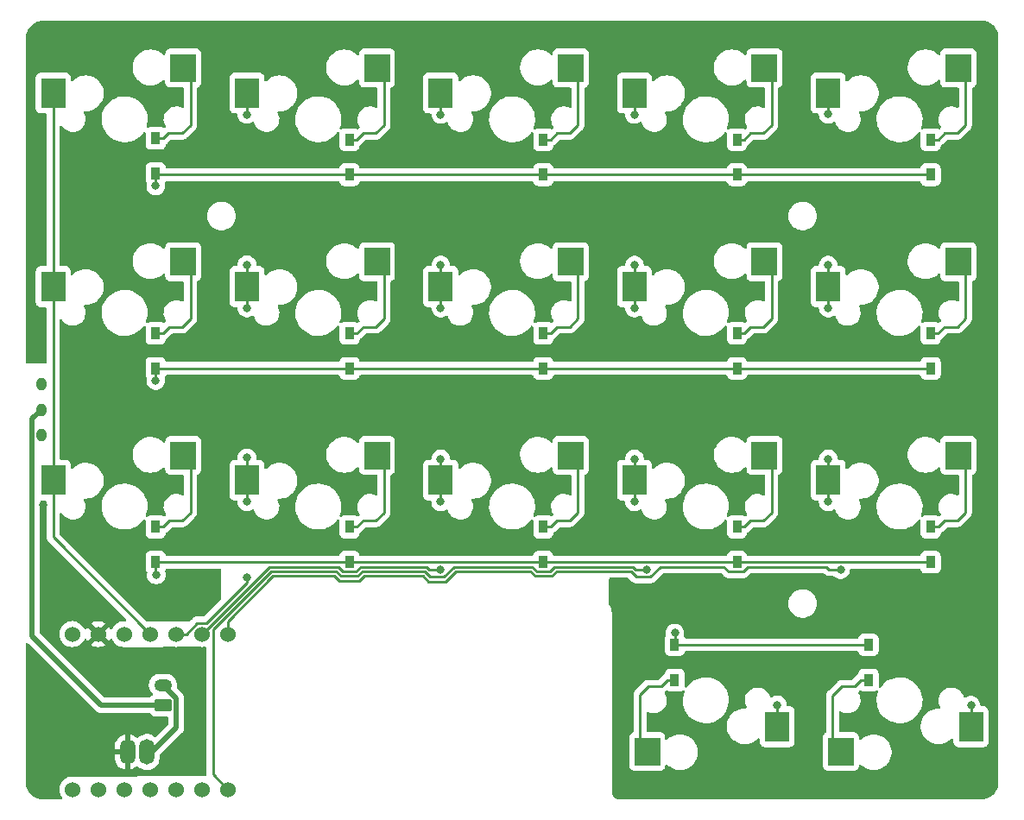
<source format=gbl>
G04 #@! TF.GenerationSoftware,KiCad,Pcbnew,7.0.5*
G04 #@! TF.CreationDate,2023-09-30T13:53:55+09:00*
G04 #@! TF.ProjectId,thorium_pcbl,74686f72-6975-46d5-9f70-63626c2e6b69,rev?*
G04 #@! TF.SameCoordinates,Original*
G04 #@! TF.FileFunction,Copper,L2,Bot*
G04 #@! TF.FilePolarity,Positive*
%FSLAX46Y46*%
G04 Gerber Fmt 4.6, Leading zero omitted, Abs format (unit mm)*
G04 Created by KiCad (PCBNEW 7.0.5) date 2023-09-30 13:53:55*
%MOMM*%
%LPD*%
G01*
G04 APERTURE LIST*
G04 Aperture macros list*
%AMRoundRect*
0 Rectangle with rounded corners*
0 $1 Rounding radius*
0 $2 $3 $4 $5 $6 $7 $8 $9 X,Y pos of 4 corners*
0 Add a 4 corners polygon primitive as box body*
4,1,4,$2,$3,$4,$5,$6,$7,$8,$9,$2,$3,0*
0 Add four circle primitives for the rounded corners*
1,1,$1+$1,$2,$3*
1,1,$1+$1,$4,$5*
1,1,$1+$1,$6,$7*
1,1,$1+$1,$8,$9*
0 Add four rect primitives between the rounded corners*
20,1,$1+$1,$2,$3,$4,$5,0*
20,1,$1+$1,$4,$5,$6,$7,0*
20,1,$1+$1,$6,$7,$8,$9,0*
20,1,$1+$1,$8,$9,$2,$3,0*%
G04 Aperture macros list end*
G04 #@! TA.AperFunction,ComponentPad*
%ADD10C,1.524000*%
G04 #@! TD*
G04 #@! TA.AperFunction,ComponentPad*
%ADD11O,1.500000X2.500000*%
G04 #@! TD*
G04 #@! TA.AperFunction,SMDPad,CuDef*
%ADD12R,0.950000X1.200000*%
G04 #@! TD*
G04 #@! TA.AperFunction,ComponentPad*
%ADD13O,1.750000X1.200000*%
G04 #@! TD*
G04 #@! TA.AperFunction,ComponentPad*
%ADD14RoundRect,0.250000X0.625000X-0.350000X0.625000X0.350000X-0.625000X0.350000X-0.625000X-0.350000X0*%
G04 #@! TD*
G04 #@! TA.AperFunction,SMDPad,CuDef*
%ADD15R,2.400000X3.000000*%
G04 #@! TD*
G04 #@! TA.AperFunction,SMDPad,CuDef*
%ADD16R,2.500000X2.800000*%
G04 #@! TD*
G04 #@! TA.AperFunction,ComponentPad*
%ADD17O,1.000000X1.300000*%
G04 #@! TD*
G04 #@! TA.AperFunction,ViaPad*
%ADD18C,0.800000*%
G04 #@! TD*
G04 #@! TA.AperFunction,Conductor*
%ADD19C,0.500000*%
G04 #@! TD*
G04 #@! TA.AperFunction,Conductor*
%ADD20C,0.250000*%
G04 #@! TD*
G04 APERTURE END LIST*
D10*
X35380000Y-106240000D03*
X37920000Y-106240000D03*
X40460000Y-106240000D03*
X43000000Y-106240000D03*
X45540000Y-106240000D03*
X48080000Y-106240000D03*
X50620000Y-106240000D03*
X50620000Y-91000000D03*
X48080000Y-91000000D03*
X45540000Y-91000000D03*
X43000000Y-91000000D03*
X40460000Y-91000000D03*
X37920000Y-91000000D03*
X35380000Y-91000000D03*
D11*
X42683000Y-102565000D03*
X40778000Y-102565000D03*
D12*
X113450000Y-92053125D03*
X113450000Y-95503125D03*
D13*
X44250000Y-96000000D03*
D14*
X44250000Y-98000000D03*
D15*
X90500000Y-56920000D03*
D16*
X103250000Y-54480000D03*
D15*
X123500000Y-100080000D03*
D16*
X110750000Y-102520000D03*
D15*
X33500000Y-37920000D03*
D16*
X46250000Y-35480000D03*
D15*
X52500000Y-56920000D03*
D16*
X65250000Y-54480000D03*
D15*
X71500000Y-56920000D03*
D16*
X84250000Y-54480000D03*
D15*
X71500000Y-75920000D03*
D16*
X84250000Y-73480000D03*
D17*
X32350000Y-71500000D03*
X32350000Y-69000000D03*
X32350000Y-66500000D03*
D15*
X33500000Y-56920000D03*
D16*
X46250000Y-54480000D03*
D15*
X90500000Y-75920000D03*
D16*
X103250000Y-73480000D03*
D15*
X109500000Y-75920000D03*
D16*
X122250000Y-73480000D03*
D12*
X81550000Y-64946875D03*
X81550000Y-61496875D03*
D15*
X52500000Y-75920000D03*
D16*
X65250000Y-73480000D03*
D12*
X100550000Y-45946875D03*
X100550000Y-42496875D03*
X43550000Y-64946875D03*
X43550000Y-61496875D03*
X43550000Y-45833438D03*
X43550000Y-42383438D03*
X100550000Y-83946875D03*
X100550000Y-80496875D03*
X81550000Y-45946875D03*
X81550000Y-42496875D03*
X81550000Y-83946875D03*
X81550000Y-80496875D03*
X119550000Y-83946875D03*
X119550000Y-80496875D03*
D15*
X109500000Y-56920000D03*
D16*
X122250000Y-54480000D03*
D12*
X119550000Y-64946875D03*
X119550000Y-61496875D03*
X100550000Y-64946875D03*
X100550000Y-61496875D03*
X94450000Y-92053125D03*
X94450000Y-95503125D03*
X62550000Y-45946875D03*
X62550000Y-42496875D03*
D15*
X104500000Y-100080000D03*
D16*
X91750000Y-102520000D03*
D12*
X43550000Y-83946875D03*
X43550000Y-80496875D03*
X119550000Y-45946875D03*
X119550000Y-42496875D03*
X62550000Y-83946875D03*
X62550000Y-80496875D03*
D15*
X52500000Y-37920000D03*
D16*
X65250000Y-35480000D03*
D15*
X33500000Y-75920000D03*
D16*
X46250000Y-73480000D03*
D15*
X109500000Y-37920000D03*
D16*
X122250000Y-35480000D03*
D12*
X62550000Y-64946875D03*
X62550000Y-61496875D03*
D15*
X90500000Y-37920000D03*
D16*
X103250000Y-35480000D03*
D15*
X71500000Y-37920000D03*
D16*
X84250000Y-35480000D03*
D18*
X43550000Y-47040000D03*
X43550000Y-66150000D03*
X43610000Y-85210000D03*
X94460000Y-90890000D03*
X52500000Y-54760000D03*
X52500000Y-59030000D03*
X52500000Y-73720000D03*
X52500000Y-78030000D03*
X52500000Y-40030000D03*
X52500000Y-85420000D03*
X71500000Y-73810000D03*
X71500000Y-40030000D03*
X71490000Y-78030000D03*
X71490000Y-84671375D03*
X71500000Y-54810000D03*
X71500000Y-59030000D03*
X90500000Y-59030000D03*
X104500000Y-97940000D03*
X90500000Y-78030000D03*
X90500000Y-54810000D03*
X91740000Y-84671375D03*
X90500000Y-40030000D03*
X90500000Y-73810000D03*
X110720000Y-84671375D03*
X109500000Y-78030000D03*
X109500000Y-73810000D03*
X123500000Y-97970000D03*
X109500000Y-54810000D03*
X109500000Y-59030000D03*
X109500000Y-40020000D03*
X31300000Y-92820000D03*
X49360000Y-85140000D03*
X99100000Y-42760000D03*
X99140000Y-61650000D03*
X80040000Y-42750000D03*
X99090000Y-80720000D03*
X32530000Y-78320000D03*
X61130000Y-61660000D03*
X95930000Y-95220000D03*
X121440000Y-57430000D03*
X100510000Y-78660000D03*
X34790000Y-86850000D03*
X64470000Y-38360000D03*
X100530000Y-59590000D03*
X48200000Y-88540000D03*
X62540000Y-78690000D03*
X102620000Y-76350000D03*
X119500000Y-78580000D03*
X42010000Y-42860000D03*
X81480000Y-40510000D03*
X113480000Y-97230000D03*
X31770000Y-63770000D03*
X61110000Y-80670000D03*
X80120000Y-80700000D03*
X118080000Y-80800000D03*
X121650000Y-38310000D03*
X42120000Y-61690000D03*
X48000000Y-104480000D03*
X88790000Y-87220000D03*
X111290000Y-99620000D03*
X45660000Y-76340000D03*
X119590000Y-59560000D03*
X42120000Y-80680000D03*
X117990000Y-61880000D03*
X70250000Y-82650000D03*
X62440000Y-40520000D03*
X102400000Y-38360000D03*
X43540000Y-78710000D03*
X114910000Y-95270000D03*
X61050000Y-42820000D03*
X94440000Y-97320000D03*
X35860000Y-89260000D03*
X45550000Y-38380000D03*
X119560000Y-40570000D03*
X62510000Y-59600000D03*
X53620000Y-82800000D03*
X64630000Y-57360000D03*
X121700000Y-76370000D03*
X102540000Y-57350000D03*
X64650000Y-76350000D03*
X118090000Y-42740000D03*
X45590000Y-57360000D03*
X81550000Y-59550000D03*
X33680000Y-106680000D03*
X83430000Y-38370000D03*
X80140000Y-61640000D03*
X43530000Y-40490000D03*
X81510000Y-78730000D03*
X83520000Y-76340000D03*
X100470000Y-40540000D03*
X92400000Y-99600000D03*
X48050000Y-92760000D03*
X72800000Y-82650000D03*
X43520000Y-59690000D03*
X83560000Y-57410000D03*
D19*
X45575000Y-100173000D02*
X42683000Y-103065000D01*
X44250000Y-96000000D02*
X45575000Y-97325000D01*
X45575000Y-97325000D02*
X45575000Y-100173000D01*
X38230000Y-98000000D02*
X44250000Y-98000000D01*
X31450000Y-69900000D02*
X31450000Y-91220000D01*
X31450000Y-91220000D02*
X38230000Y-98000000D01*
X32350000Y-69000000D02*
X31450000Y-69900000D01*
D20*
X43663437Y-45946875D02*
X43550000Y-45833438D01*
X100550000Y-45946875D02*
X81550000Y-45946875D01*
X119550000Y-45946875D02*
X100550000Y-45946875D01*
X43550000Y-45833438D02*
X43550000Y-47040000D01*
X62550000Y-45946875D02*
X43663437Y-45946875D01*
X81550000Y-45946875D02*
X62550000Y-45946875D01*
X43550000Y-42383438D02*
X44276562Y-42383438D01*
X46955000Y-41069544D02*
X46955000Y-36135000D01*
X44276562Y-42383438D02*
X44780000Y-41880000D01*
X46144544Y-41880000D02*
X46955000Y-41069544D01*
X46955000Y-36135000D02*
X46200000Y-35380000D01*
X44780000Y-41880000D02*
X46144544Y-41880000D01*
X81550000Y-64946875D02*
X100550000Y-64946875D01*
X62550000Y-64946875D02*
X81550000Y-64946875D01*
X43550000Y-64946875D02*
X62550000Y-64946875D01*
X43550000Y-66150000D02*
X43550000Y-64946875D01*
X100550000Y-64946875D02*
X119550000Y-64946875D01*
X62550000Y-42496875D02*
X63273125Y-42496875D01*
X65144544Y-41880000D02*
X65955000Y-41069544D01*
X63273125Y-42496875D02*
X63890000Y-41880000D01*
X65955000Y-36135000D02*
X65200000Y-35380000D01*
X65955000Y-41069544D02*
X65955000Y-36135000D01*
X63890000Y-41880000D02*
X65144544Y-41880000D01*
X100550000Y-83946875D02*
X119550000Y-83946875D01*
X43550000Y-85150000D02*
X43550000Y-83946875D01*
X62550000Y-83946875D02*
X81550000Y-83946875D01*
X81550000Y-83946875D02*
X100550000Y-83946875D01*
X43610000Y-85210000D02*
X43550000Y-85150000D01*
X43550000Y-83946875D02*
X62550000Y-83946875D01*
X82905000Y-41875000D02*
X84149544Y-41875000D01*
X82283125Y-42496875D02*
X82905000Y-41875000D01*
X81550000Y-42496875D02*
X82283125Y-42496875D01*
X84955000Y-41069544D02*
X84955000Y-36135000D01*
X84149544Y-41875000D02*
X84955000Y-41069544D01*
X84955000Y-36135000D02*
X84200000Y-35380000D01*
X94460000Y-92043125D02*
X94450000Y-92053125D01*
X94460000Y-90890000D02*
X94460000Y-92043125D01*
X113450000Y-92053125D02*
X94450000Y-92053125D01*
X103955000Y-36135000D02*
X103200000Y-35380000D01*
X101273125Y-42496875D02*
X101890000Y-41880000D01*
X103955000Y-41069544D02*
X103955000Y-36135000D01*
X100550000Y-42496875D02*
X101273125Y-42496875D01*
X103144544Y-41880000D02*
X103955000Y-41069544D01*
X101890000Y-41880000D02*
X103144544Y-41880000D01*
X120283125Y-42496875D02*
X120900000Y-41880000D01*
X122144544Y-41880000D02*
X122955000Y-41069544D01*
X119550000Y-42496875D02*
X120283125Y-42496875D01*
X122955000Y-36135000D02*
X122200000Y-35380000D01*
X120900000Y-41880000D02*
X122144544Y-41880000D01*
X122955000Y-41069544D02*
X122955000Y-36135000D01*
X62550000Y-61496875D02*
X63283125Y-61496875D01*
X65955000Y-60069544D02*
X65955000Y-55135000D01*
X65955000Y-55135000D02*
X65200000Y-54380000D01*
X63890000Y-60890000D02*
X65134544Y-60890000D01*
X63283125Y-61496875D02*
X63890000Y-60890000D01*
X65134544Y-60890000D02*
X65955000Y-60069544D01*
X84955000Y-60069544D02*
X84955000Y-55135000D01*
X84955000Y-55135000D02*
X84200000Y-54380000D01*
X81550000Y-61496875D02*
X82273125Y-61496875D01*
X82273125Y-61496875D02*
X82890000Y-60880000D01*
X82890000Y-60880000D02*
X84144544Y-60880000D01*
X84144544Y-60880000D02*
X84955000Y-60069544D01*
X103955000Y-60069544D02*
X103955000Y-55135000D01*
X101890000Y-60880000D02*
X103144544Y-60880000D01*
X100550000Y-61496875D02*
X101273125Y-61496875D01*
X103144544Y-60880000D02*
X103955000Y-60069544D01*
X101273125Y-61496875D02*
X101890000Y-60880000D01*
X103955000Y-55135000D02*
X103200000Y-54380000D01*
X122955000Y-55135000D02*
X122200000Y-54380000D01*
X122144544Y-60880000D02*
X122955000Y-60069544D01*
X120890000Y-60880000D02*
X122144544Y-60880000D01*
X120273125Y-61496875D02*
X120890000Y-60880000D01*
X119550000Y-61496875D02*
X120273125Y-61496875D01*
X122955000Y-60069544D02*
X122955000Y-55135000D01*
X46955000Y-79069544D02*
X46955000Y-74135000D01*
X46149544Y-79875000D02*
X46955000Y-79069544D01*
X44905000Y-79875000D02*
X46149544Y-79875000D01*
X44283125Y-80496875D02*
X44905000Y-79875000D01*
X43550000Y-80496875D02*
X44283125Y-80496875D01*
X46955000Y-74135000D02*
X46200000Y-73380000D01*
X81550000Y-80496875D02*
X82283125Y-80496875D01*
X84955000Y-74135000D02*
X84200000Y-73380000D01*
X84149544Y-79875000D02*
X84955000Y-79069544D01*
X84955000Y-79069544D02*
X84955000Y-74135000D01*
X82905000Y-79875000D02*
X84149544Y-79875000D01*
X82283125Y-80496875D02*
X82905000Y-79875000D01*
X100550000Y-80496875D02*
X101273125Y-80496875D01*
X103955000Y-74135000D02*
X103200000Y-73380000D01*
X103144544Y-79880000D02*
X103955000Y-79069544D01*
X101890000Y-79880000D02*
X103144544Y-79880000D01*
X103955000Y-79069544D02*
X103955000Y-74135000D01*
X101273125Y-80496875D02*
X101890000Y-79880000D01*
X43000000Y-91000000D02*
X33500000Y-81500000D01*
X33500000Y-56920000D02*
X33500000Y-75920000D01*
X33500000Y-37920000D02*
X33500000Y-56920000D01*
X33500000Y-81500000D02*
X33500000Y-75920000D01*
X52500000Y-56920000D02*
X52500000Y-59030000D01*
X52500000Y-37920000D02*
X52500000Y-40030000D01*
X48530604Y-89913000D02*
X52500000Y-85943604D01*
X52500000Y-54760000D02*
X52500000Y-56920000D01*
X52500000Y-85943604D02*
X52500000Y-85420000D01*
X52500000Y-73720000D02*
X52500000Y-75920000D01*
X45540000Y-91000000D02*
X46530000Y-91000000D01*
X52500000Y-75920000D02*
X52500000Y-78030000D01*
X47617000Y-89913000D02*
X48530604Y-89913000D01*
X46530000Y-91000000D02*
X47617000Y-89913000D01*
X63168125Y-84871875D02*
X61911875Y-84871875D01*
X61436875Y-84396875D02*
X54683125Y-84396875D01*
X71500000Y-37920000D02*
X71500000Y-40030000D01*
X71490000Y-78030000D02*
X71490000Y-75930000D01*
X71500000Y-73810000D02*
X71500000Y-75920000D01*
X70107966Y-84396875D02*
X63643125Y-84396875D01*
X71500000Y-54810000D02*
X71500000Y-56920000D01*
X71490000Y-84671375D02*
X70382466Y-84671375D01*
X61911875Y-84871875D02*
X61436875Y-84396875D01*
X71490000Y-75930000D02*
X71500000Y-75920000D01*
X54683125Y-84396875D02*
X48080000Y-91000000D01*
X71500000Y-56920000D02*
X71500000Y-59030000D01*
X63643125Y-84396875D02*
X63168125Y-84871875D01*
X70382466Y-84671375D02*
X70107966Y-84396875D01*
X80446875Y-84396875D02*
X72789805Y-84396875D01*
X80921875Y-84871875D02*
X80446875Y-84396875D01*
X63829521Y-84846875D02*
X63354521Y-85321875D01*
X90500000Y-73810000D02*
X90500000Y-75920000D01*
X61250479Y-84846875D02*
X54869521Y-84846875D01*
X90500000Y-75920000D02*
X90500000Y-78030000D01*
X70471070Y-85396375D02*
X69921570Y-84846875D01*
X82673125Y-84396875D02*
X82198125Y-84871875D01*
X61725479Y-85321875D02*
X61250479Y-84846875D01*
X90500000Y-37920000D02*
X90500000Y-40030000D01*
X49166823Y-104786823D02*
X50620000Y-106240000D01*
X91740000Y-84671375D02*
X90611375Y-84671375D01*
X90611375Y-84671375D02*
X90336875Y-84396875D01*
X82198125Y-84871875D02*
X80921875Y-84871875D01*
X54869521Y-84846875D02*
X49166823Y-90549573D01*
X90500000Y-56920000D02*
X90500000Y-59030000D01*
X63354521Y-85321875D02*
X61725479Y-85321875D01*
X90336875Y-84396875D02*
X82673125Y-84396875D01*
X104500000Y-97940000D02*
X104500000Y-100080000D01*
X69921570Y-84846875D02*
X63829521Y-84846875D01*
X72789805Y-84396875D02*
X71790305Y-85396375D01*
X90500000Y-54810000D02*
X90500000Y-56920000D01*
X49166823Y-90549573D02*
X49166823Y-104786823D01*
X71790305Y-85396375D02*
X70471070Y-85396375D01*
X101643125Y-84396875D02*
X101168125Y-84871875D01*
X90699979Y-85396375D02*
X90150479Y-84846875D01*
X109500000Y-56920000D02*
X109500000Y-59030000D01*
X110720000Y-84671375D02*
X109601375Y-84671375D01*
X82859521Y-84846875D02*
X82384521Y-85321875D01*
X109500000Y-54810000D02*
X109500000Y-56920000D01*
X80735479Y-85321875D02*
X80260479Y-84846875D01*
X90150479Y-84846875D02*
X82859521Y-84846875D01*
X92040305Y-85396375D02*
X90699979Y-85396375D01*
X101168125Y-84871875D02*
X99750000Y-84871875D01*
X82384521Y-85321875D02*
X80735479Y-85321875D01*
X70284674Y-85846375D02*
X69735174Y-85296875D01*
X99750000Y-84871875D02*
X99275000Y-84396875D01*
X69735174Y-85296875D02*
X64015917Y-85296875D01*
X123500000Y-97970000D02*
X123500000Y-100080000D01*
X55055917Y-85296875D02*
X50620000Y-89732792D01*
X109326875Y-84396875D02*
X101643125Y-84396875D01*
X71976701Y-85846375D02*
X70284674Y-85846375D01*
X93039805Y-84396875D02*
X92040305Y-85396375D01*
X63540917Y-85771875D02*
X61539083Y-85771875D01*
X109500000Y-37920000D02*
X109500000Y-40020000D01*
X64015917Y-85296875D02*
X63540917Y-85771875D01*
X109500000Y-75920000D02*
X109500000Y-78030000D01*
X109500000Y-73810000D02*
X109500000Y-75920000D01*
X61539083Y-85771875D02*
X61064083Y-85296875D01*
X72976201Y-84846875D02*
X71976701Y-85846375D01*
X109601375Y-84671375D02*
X109326875Y-84396875D01*
X50620000Y-89732792D02*
X50620000Y-91000000D01*
X80260479Y-84846875D02*
X72976201Y-84846875D01*
X99275000Y-84396875D02*
X93039805Y-84396875D01*
X61064083Y-85296875D02*
X55055917Y-85296875D01*
X122955000Y-79069544D02*
X122955000Y-74135000D01*
X120915000Y-79875000D02*
X122149544Y-79875000D01*
X122149544Y-79875000D02*
X122955000Y-79069544D01*
X120293125Y-80496875D02*
X120915000Y-79875000D01*
X122955000Y-74135000D02*
X122200000Y-73380000D01*
X119550000Y-80496875D02*
X120293125Y-80496875D01*
X93120000Y-96120000D02*
X91855456Y-96120000D01*
X94450000Y-95503125D02*
X93736875Y-95503125D01*
X93736875Y-95503125D02*
X93120000Y-96120000D01*
X91045000Y-101865000D02*
X91800000Y-102620000D01*
X91045000Y-96930456D02*
X91045000Y-101865000D01*
X91855456Y-96120000D02*
X91045000Y-96930456D01*
X112726875Y-95503125D02*
X112105000Y-96125000D01*
X113450000Y-95503125D02*
X112726875Y-95503125D01*
X112105000Y-96125000D02*
X110850456Y-96125000D01*
X109920000Y-97055456D02*
X109920000Y-101740000D01*
X109920000Y-101740000D02*
X110800000Y-102620000D01*
X110850456Y-96125000D02*
X109920000Y-97055456D01*
X46955000Y-55135000D02*
X46200000Y-54380000D01*
X43550000Y-61496875D02*
X44273125Y-61496875D01*
X44273125Y-61496875D02*
X44890000Y-60880000D01*
X44890000Y-60880000D02*
X46150000Y-60880000D01*
X46150000Y-60880000D02*
X46955000Y-60075000D01*
X46955000Y-60075000D02*
X46955000Y-55135000D01*
X63895000Y-79875000D02*
X65149544Y-79875000D01*
X62550000Y-80496875D02*
X63273125Y-80496875D01*
X65955000Y-79069544D02*
X65955000Y-74135000D01*
X65149544Y-79875000D02*
X65955000Y-79069544D01*
X63273125Y-80496875D02*
X63895000Y-79875000D01*
X65955000Y-74135000D02*
X65200000Y-73380000D01*
G04 #@! TA.AperFunction,Conductor*
G36*
X32809539Y-77948185D02*
G01*
X32855294Y-78000989D01*
X32866500Y-78052500D01*
X32866500Y-81416366D01*
X32864761Y-81432113D01*
X32865032Y-81432139D01*
X32864297Y-81439906D01*
X32866469Y-81508990D01*
X32866500Y-81510938D01*
X32866500Y-81539859D01*
X32867384Y-81546856D01*
X32867842Y-81552679D01*
X32869326Y-81599889D01*
X32869327Y-81599891D01*
X32875022Y-81619495D01*
X32878967Y-81638542D01*
X32881526Y-81658797D01*
X32881527Y-81658800D01*
X32881528Y-81658803D01*
X32898914Y-81702716D01*
X32900806Y-81708244D01*
X32913981Y-81753592D01*
X32924372Y-81771162D01*
X32932932Y-81788635D01*
X32940447Y-81807617D01*
X32968209Y-81845827D01*
X32971416Y-81850710D01*
X32995458Y-81891362D01*
X32995462Y-81891366D01*
X33009889Y-81905793D01*
X33022526Y-81920588D01*
X33034528Y-81937107D01*
X33070931Y-81967222D01*
X33075231Y-81971135D01*
X38757205Y-87653110D01*
X40622414Y-89518319D01*
X40655899Y-89579642D01*
X40650915Y-89649334D01*
X40609043Y-89705267D01*
X40543579Y-89729684D01*
X40534733Y-89730000D01*
X40523893Y-89730000D01*
X40518491Y-89729764D01*
X40486450Y-89726961D01*
X40460002Y-89724647D01*
X40459998Y-89724647D01*
X40238542Y-89744021D01*
X40238535Y-89744022D01*
X40023800Y-89801561D01*
X39822323Y-89895512D01*
X39822319Y-89895514D01*
X39640217Y-90023023D01*
X39483023Y-90180217D01*
X39355514Y-90362319D01*
X39355514Y-90362320D01*
X39297692Y-90486318D01*
X39251519Y-90538757D01*
X39184325Y-90557908D01*
X39117444Y-90537692D01*
X39072928Y-90486316D01*
X39017100Y-90366593D01*
X39017099Y-90366591D01*
X38971740Y-90301811D01*
X38323547Y-90950004D01*
X38311327Y-90872850D01*
X38252883Y-90758146D01*
X38161854Y-90667117D01*
X38047150Y-90608673D01*
X37969994Y-90596452D01*
X38618187Y-89948258D01*
X38553409Y-89902900D01*
X38553407Y-89902899D01*
X38353284Y-89809580D01*
X38353270Y-89809575D01*
X38139986Y-89752426D01*
X38139976Y-89752424D01*
X37920001Y-89733179D01*
X37919999Y-89733179D01*
X37700023Y-89752424D01*
X37700013Y-89752426D01*
X37486729Y-89809575D01*
X37486720Y-89809579D01*
X37286586Y-89902903D01*
X37221812Y-89948257D01*
X37221811Y-89948258D01*
X37870006Y-90596452D01*
X37792850Y-90608673D01*
X37678146Y-90667117D01*
X37587117Y-90758146D01*
X37528673Y-90872850D01*
X37516452Y-90950005D01*
X36868258Y-90301811D01*
X36868257Y-90301812D01*
X36822903Y-90366586D01*
X36767071Y-90486317D01*
X36720898Y-90538756D01*
X36653705Y-90557908D01*
X36586824Y-90537692D01*
X36542307Y-90486317D01*
X36542307Y-90486316D01*
X36484488Y-90362324D01*
X36484485Y-90362320D01*
X36484485Y-90362319D01*
X36356978Y-90180220D01*
X36356975Y-90180217D01*
X36199781Y-90023023D01*
X36059677Y-89924921D01*
X36017676Y-89895511D01*
X35916936Y-89848535D01*
X35816196Y-89801560D01*
X35816193Y-89801559D01*
X35816191Y-89801558D01*
X35601465Y-89744022D01*
X35601457Y-89744021D01*
X35380002Y-89724647D01*
X35379998Y-89724647D01*
X35158542Y-89744021D01*
X35158535Y-89744022D01*
X34943800Y-89801561D01*
X34742323Y-89895512D01*
X34742319Y-89895514D01*
X34560217Y-90023023D01*
X34403023Y-90180217D01*
X34275514Y-90362319D01*
X34275512Y-90362323D01*
X34181561Y-90563800D01*
X34124022Y-90778535D01*
X34124021Y-90778542D01*
X34104647Y-90999997D01*
X34104647Y-91000002D01*
X34124021Y-91221457D01*
X34124022Y-91221465D01*
X34181558Y-91436191D01*
X34181559Y-91436193D01*
X34181560Y-91436196D01*
X34217692Y-91513682D01*
X34275511Y-91637676D01*
X34275512Y-91637677D01*
X34403023Y-91819781D01*
X34560219Y-91976977D01*
X34742323Y-92104488D01*
X34943804Y-92198440D01*
X35158537Y-92255978D01*
X35316724Y-92269817D01*
X35379998Y-92275353D01*
X35380000Y-92275353D01*
X35380002Y-92275353D01*
X35435365Y-92270509D01*
X35601463Y-92255978D01*
X35816196Y-92198440D01*
X36017677Y-92104488D01*
X36199781Y-91976977D01*
X36356977Y-91819781D01*
X36484488Y-91637677D01*
X36542307Y-91513682D01*
X36588479Y-91461243D01*
X36655672Y-91442091D01*
X36722554Y-91462306D01*
X36767071Y-91513683D01*
X36822899Y-91633407D01*
X36822900Y-91633409D01*
X36868258Y-91698187D01*
X37516452Y-91049993D01*
X37528673Y-91127150D01*
X37587117Y-91241854D01*
X37678146Y-91332883D01*
X37792850Y-91391327D01*
X37870005Y-91403547D01*
X37221811Y-92051741D01*
X37286582Y-92097094D01*
X37286592Y-92097100D01*
X37486715Y-92190419D01*
X37486729Y-92190424D01*
X37700013Y-92247573D01*
X37700023Y-92247575D01*
X37919999Y-92266821D01*
X37920001Y-92266821D01*
X38139976Y-92247575D01*
X38139986Y-92247573D01*
X38353270Y-92190424D01*
X38353284Y-92190419D01*
X38553408Y-92097100D01*
X38553420Y-92097093D01*
X38618186Y-92051742D01*
X38618187Y-92051740D01*
X37969995Y-91403547D01*
X38047150Y-91391327D01*
X38161854Y-91332883D01*
X38252883Y-91241854D01*
X38311327Y-91127150D01*
X38323547Y-91049994D01*
X38971740Y-91698187D01*
X38971742Y-91698186D01*
X39017093Y-91633420D01*
X39017097Y-91633413D01*
X39072927Y-91513684D01*
X39119099Y-91461244D01*
X39186292Y-91442091D01*
X39253174Y-91462306D01*
X39297692Y-91513682D01*
X39355511Y-91637676D01*
X39355512Y-91637677D01*
X39483023Y-91819781D01*
X39640219Y-91976977D01*
X39822323Y-92104488D01*
X40023804Y-92198440D01*
X40238537Y-92255978D01*
X40396724Y-92269817D01*
X40459998Y-92275353D01*
X40459999Y-92275353D01*
X40459999Y-92275352D01*
X40460000Y-92275353D01*
X40519227Y-92270171D01*
X40524547Y-92269936D01*
X42908513Y-92267589D01*
X42913946Y-92267824D01*
X43000000Y-92275353D01*
X43088128Y-92267642D01*
X43093449Y-92267407D01*
X45420256Y-92265117D01*
X45425688Y-92265352D01*
X45530164Y-92274492D01*
X45539999Y-92275353D01*
X45540000Y-92275353D01*
X45540001Y-92275353D01*
X45553298Y-92274189D01*
X45657028Y-92265114D01*
X45662350Y-92264879D01*
X47931997Y-92262644D01*
X47937430Y-92262879D01*
X48080000Y-92275353D01*
X48080001Y-92275353D01*
X48098472Y-92273736D01*
X48225928Y-92262585D01*
X48231252Y-92262350D01*
X48409201Y-92262175D01*
X48476260Y-92281794D01*
X48522067Y-92334553D01*
X48533323Y-92386175D01*
X48533322Y-104703189D01*
X48531585Y-104718936D01*
X48531855Y-104718962D01*
X48531120Y-104726729D01*
X48533292Y-104795813D01*
X48533323Y-104797761D01*
X48533323Y-104826687D01*
X48533511Y-104829681D01*
X48533323Y-104830510D01*
X48533323Y-104830576D01*
X48533308Y-104830576D01*
X48518068Y-104897823D01*
X48468236Y-104946798D01*
X48409836Y-104961454D01*
X43006770Y-104964998D01*
X43001337Y-104964763D01*
X43000007Y-104964647D01*
X42999997Y-104964647D01*
X42998550Y-104964773D01*
X42993211Y-104965006D01*
X40485671Y-104966651D01*
X40480228Y-104966415D01*
X40460001Y-104964647D01*
X40459994Y-104964647D01*
X40439392Y-104966449D01*
X40434028Y-104966685D01*
X37964558Y-104968304D01*
X37959114Y-104968068D01*
X37952335Y-104967475D01*
X37920004Y-104964647D01*
X37919995Y-104964647D01*
X37880212Y-104968127D01*
X37874847Y-104968363D01*
X35443458Y-104969958D01*
X35438011Y-104969722D01*
X35380003Y-104964647D01*
X35379998Y-104964647D01*
X35158542Y-104984021D01*
X35158535Y-104984022D01*
X34943800Y-105041561D01*
X34742323Y-105135512D01*
X34742319Y-105135514D01*
X34560217Y-105263023D01*
X34403023Y-105420217D01*
X34275514Y-105602319D01*
X34275512Y-105602323D01*
X34181561Y-105803800D01*
X34124022Y-106018535D01*
X34124021Y-106018542D01*
X34104647Y-106239997D01*
X34104647Y-106240002D01*
X34124021Y-106461457D01*
X34124022Y-106461465D01*
X34181558Y-106676191D01*
X34181559Y-106676193D01*
X34181560Y-106676196D01*
X34236338Y-106793667D01*
X34275512Y-106877677D01*
X34275516Y-106877683D01*
X34364228Y-107004376D01*
X34386556Y-107070582D01*
X34369546Y-107138349D01*
X34318598Y-107186163D01*
X34262654Y-107199500D01*
X32556986Y-107199500D01*
X32552281Y-107199145D01*
X32500252Y-107199492D01*
X32495788Y-107199361D01*
X32264809Y-107184242D01*
X32247136Y-107181799D01*
X32027296Y-107135087D01*
X32010160Y-107130134D01*
X31916003Y-107095404D01*
X31799298Y-107052356D01*
X31783048Y-107044994D01*
X31585526Y-106937759D01*
X31570501Y-106928142D01*
X31390411Y-106793667D01*
X31376921Y-106781991D01*
X31218008Y-106623078D01*
X31206332Y-106609588D01*
X31126765Y-106503031D01*
X31071855Y-106429494D01*
X31062240Y-106414473D01*
X31060485Y-106411241D01*
X30967519Y-106240002D01*
X30955005Y-106216951D01*
X30947643Y-106200701D01*
X30942101Y-106185677D01*
X30869862Y-105989830D01*
X30864914Y-105972713D01*
X30818198Y-105752852D01*
X30815758Y-105735201D01*
X30800637Y-105504184D01*
X30800507Y-105499771D01*
X30800810Y-105454403D01*
X30800809Y-105454401D01*
X30800854Y-105447729D01*
X30800500Y-105443033D01*
X30800500Y-102315000D01*
X39528000Y-102315000D01*
X40528000Y-102315000D01*
X40528000Y-100837449D01*
X40527999Y-100837449D01*
X40498721Y-100841415D01*
X40284731Y-100910945D01*
X40086598Y-101017565D01*
X40086595Y-101017567D01*
X39910679Y-101157854D01*
X39762647Y-101327292D01*
X39762640Y-101327300D01*
X39647240Y-101520446D01*
X39647238Y-101520451D01*
X39568175Y-101731110D01*
X39568175Y-101731111D01*
X39528000Y-101952494D01*
X39528000Y-102315000D01*
X30800500Y-102315000D01*
X30800500Y-91942542D01*
X30820185Y-91875504D01*
X30872989Y-91829749D01*
X30942147Y-91819805D01*
X31005703Y-91848830D01*
X31012181Y-91854862D01*
X37648196Y-98490877D01*
X37659977Y-98504509D01*
X37674531Y-98524058D01*
X37715012Y-98558025D01*
X37718986Y-98561667D01*
X37724900Y-98567581D01*
X37750177Y-98587568D01*
X37751575Y-98588706D01*
X37776316Y-98609466D01*
X37810360Y-98638032D01*
X37810362Y-98638033D01*
X37816396Y-98642002D01*
X37816370Y-98642041D01*
X37822927Y-98646218D01*
X37822953Y-98646178D01*
X37829091Y-98649964D01*
X37829095Y-98649967D01*
X37883836Y-98675493D01*
X37898648Y-98682400D01*
X37900226Y-98683164D01*
X37968812Y-98717609D01*
X37968817Y-98717610D01*
X37975606Y-98720082D01*
X37975589Y-98720128D01*
X37982924Y-98722677D01*
X37982940Y-98722632D01*
X37989789Y-98724902D01*
X37989794Y-98724903D01*
X38065003Y-98740432D01*
X38066699Y-98740808D01*
X38141344Y-98758500D01*
X38141349Y-98758500D01*
X38148517Y-98759338D01*
X38148511Y-98759386D01*
X38156242Y-98760177D01*
X38156247Y-98760130D01*
X38163437Y-98760759D01*
X38163441Y-98760758D01*
X38163442Y-98760759D01*
X38193954Y-98759871D01*
X38240194Y-98758526D01*
X38241997Y-98758500D01*
X42916577Y-98758500D01*
X42983616Y-98778185D01*
X43022115Y-98817403D01*
X43025967Y-98823648D01*
X43025970Y-98823652D01*
X43151348Y-98949030D01*
X43302262Y-99042115D01*
X43470574Y-99097887D01*
X43574455Y-99108500D01*
X44692500Y-99108499D01*
X44759539Y-99128184D01*
X44805294Y-99180987D01*
X44816500Y-99232499D01*
X44816500Y-99807456D01*
X44796815Y-99874495D01*
X44780181Y-99895137D01*
X43619121Y-101056196D01*
X43557798Y-101089681D01*
X43488106Y-101084697D01*
X43463129Y-101072002D01*
X43281772Y-100952289D01*
X43073477Y-100863259D01*
X43073464Y-100863255D01*
X42852620Y-100812850D01*
X42852616Y-100812849D01*
X42852615Y-100812849D01*
X42852614Y-100812848D01*
X42852609Y-100812848D01*
X42626312Y-100802685D01*
X42626311Y-100802685D01*
X42626309Y-100802685D01*
X42457946Y-100825491D01*
X42401824Y-100833094D01*
X42401819Y-100833095D01*
X42186377Y-100903097D01*
X41986892Y-101010445D01*
X41809774Y-101151692D01*
X41806341Y-101154974D01*
X41744275Y-101187061D01*
X41674714Y-101180499D01*
X41634976Y-101154956D01*
X41560510Y-101083759D01*
X41372733Y-100959808D01*
X41165830Y-100871375D01*
X41165823Y-100871373D01*
X41028000Y-100839915D01*
X41028000Y-102315000D01*
X41027999Y-102816061D01*
X40946885Y-102752928D01*
X40836405Y-102715000D01*
X40748995Y-102715000D01*
X40662784Y-102729386D01*
X40560053Y-102784981D01*
X40528000Y-102819799D01*
X40528000Y-102815000D01*
X39528000Y-102815000D01*
X39528000Y-103121129D01*
X39543116Y-103289096D01*
X39543117Y-103289102D01*
X39602973Y-103505984D01*
X39602978Y-103505997D01*
X39700598Y-103708708D01*
X39700602Y-103708716D01*
X39832851Y-103890741D01*
X39832857Y-103890749D01*
X39995486Y-104046237D01*
X40183266Y-104170191D01*
X40390169Y-104258624D01*
X40390178Y-104258627D01*
X40527999Y-104290084D01*
X40528000Y-104290084D01*
X40527999Y-103313938D01*
X40609115Y-103377072D01*
X40719595Y-103415000D01*
X40807005Y-103415000D01*
X40893216Y-103400614D01*
X40995947Y-103345019D01*
X41027999Y-103310200D01*
X41027999Y-104292549D01*
X41057271Y-104288586D01*
X41271268Y-104219054D01*
X41469401Y-104112434D01*
X41469404Y-104112432D01*
X41649674Y-103968673D01*
X41651113Y-103970477D01*
X41704329Y-103942927D01*
X41773894Y-103949449D01*
X41813697Y-103975020D01*
X41870366Y-104029201D01*
X41895166Y-104052912D01*
X41996125Y-104119554D01*
X42084227Y-104177710D01*
X42292522Y-104266740D01*
X42292525Y-104266741D01*
X42292530Y-104266743D01*
X42513385Y-104317151D01*
X42739691Y-104327315D01*
X42964175Y-104296906D01*
X43179621Y-104226903D01*
X43379106Y-104119556D01*
X43556218Y-103978314D01*
X43705263Y-103807718D01*
X43821453Y-103613250D01*
X43901051Y-103401161D01*
X43933687Y-103221323D01*
X43941500Y-103178270D01*
X43941500Y-102930542D01*
X43961185Y-102863503D01*
X43977814Y-102842866D01*
X46065880Y-100754799D01*
X46079506Y-100743023D01*
X46099058Y-100728469D01*
X46133015Y-100688000D01*
X46136675Y-100684005D01*
X46142581Y-100678100D01*
X46162594Y-100652787D01*
X46163686Y-100651446D01*
X46213032Y-100592640D01*
X46213033Y-100592637D01*
X46217004Y-100586601D01*
X46217045Y-100586628D01*
X46221219Y-100580076D01*
X46221176Y-100580050D01*
X46224961Y-100573912D01*
X46224967Y-100573905D01*
X46257426Y-100504294D01*
X46258152Y-100502795D01*
X46278782Y-100461719D01*
X46292606Y-100434195D01*
X46295077Y-100427405D01*
X46295124Y-100427422D01*
X46297675Y-100420083D01*
X46297629Y-100420068D01*
X46299900Y-100413210D01*
X46299903Y-100413206D01*
X46315433Y-100337987D01*
X46315813Y-100336279D01*
X46333500Y-100261656D01*
X46333500Y-100261653D01*
X46334339Y-100254483D01*
X46334386Y-100254488D01*
X46335177Y-100246757D01*
X46335130Y-100246753D01*
X46335759Y-100239562D01*
X46333526Y-100162806D01*
X46333500Y-100161003D01*
X46333500Y-97389294D01*
X46334809Y-97371324D01*
X46338341Y-97347208D01*
X46333736Y-97294579D01*
X46333500Y-97289172D01*
X46333500Y-97280824D01*
X46333499Y-97280815D01*
X46332729Y-97274230D01*
X46329756Y-97248796D01*
X46329576Y-97247042D01*
X46322887Y-97170574D01*
X46322885Y-97170570D01*
X46321427Y-97163503D01*
X46321473Y-97163493D01*
X46319790Y-97155902D01*
X46319744Y-97155914D01*
X46318079Y-97148893D01*
X46318079Y-97148887D01*
X46291825Y-97076757D01*
X46291264Y-97075143D01*
X46267114Y-97002262D01*
X46267111Y-97002257D01*
X46264061Y-96995715D01*
X46264105Y-96995694D01*
X46260717Y-96988695D01*
X46260674Y-96988717D01*
X46257437Y-96982271D01*
X46244933Y-96963260D01*
X46215238Y-96918112D01*
X46214317Y-96916667D01*
X46174030Y-96851349D01*
X46169553Y-96845687D01*
X46169590Y-96845656D01*
X46164681Y-96839629D01*
X46164645Y-96839660D01*
X46160002Y-96834127D01*
X46104169Y-96781451D01*
X46102909Y-96780228D01*
X45648284Y-96325603D01*
X45614799Y-96264280D01*
X45613227Y-96220280D01*
X45637281Y-96052984D01*
X45627208Y-95841526D01*
X45577298Y-95635796D01*
X45489356Y-95443229D01*
X45475265Y-95423441D01*
X45366563Y-95270789D01*
X45366557Y-95270783D01*
X45213342Y-95124693D01*
X45035258Y-95010246D01*
X45035255Y-95010245D01*
X45035254Y-95010244D01*
X44893894Y-94953652D01*
X44838719Y-94931563D01*
X44630850Y-94891500D01*
X44630849Y-94891500D01*
X43922197Y-94891500D01*
X43764260Y-94906581D01*
X43764261Y-94906581D01*
X43764257Y-94906582D01*
X43561140Y-94966222D01*
X43372975Y-95063228D01*
X43206565Y-95194094D01*
X43067938Y-95354077D01*
X43067930Y-95354088D01*
X42962088Y-95537415D01*
X42892847Y-95737471D01*
X42892847Y-95737473D01*
X42862719Y-95947016D01*
X42872792Y-96158474D01*
X42904626Y-96289693D01*
X42922701Y-96364200D01*
X42922701Y-96364202D01*
X43010643Y-96556770D01*
X43010647Y-96556776D01*
X43133436Y-96729210D01*
X43133447Y-96729222D01*
X43229056Y-96820384D01*
X43263992Y-96880892D01*
X43260667Y-96950683D01*
X43220139Y-97007597D01*
X43208585Y-97015665D01*
X43151348Y-97050969D01*
X43025970Y-97176347D01*
X43025967Y-97176351D01*
X43022115Y-97182597D01*
X42970167Y-97229322D01*
X42916577Y-97241500D01*
X38595543Y-97241500D01*
X38528504Y-97221815D01*
X38507862Y-97205181D01*
X32244818Y-90942137D01*
X32211333Y-90880814D01*
X32208499Y-90854456D01*
X32208500Y-78052500D01*
X32228185Y-77985461D01*
X32280989Y-77939706D01*
X32332500Y-77928500D01*
X32742500Y-77928500D01*
X32809539Y-77948185D01*
G37*
G04 #@! TD.AperFunction*
G04 #@! TA.AperFunction,Conductor*
G36*
X124443033Y-30800522D02*
G01*
X124452523Y-30800518D01*
X124452526Y-30800519D01*
X124497930Y-30800500D01*
X124502318Y-30800656D01*
X124730004Y-30816857D01*
X124733146Y-30817081D01*
X124750668Y-30819594D01*
X124970298Y-30867304D01*
X124987275Y-30872284D01*
X125045588Y-30894020D01*
X125197870Y-30950781D01*
X125213971Y-30958131D01*
X125411241Y-31065810D01*
X125426132Y-31075377D01*
X125449626Y-31092962D01*
X125606064Y-31210053D01*
X125619441Y-31221644D01*
X125778355Y-31380558D01*
X125789946Y-31393935D01*
X125924620Y-31573864D01*
X125934189Y-31588758D01*
X126041868Y-31786028D01*
X126049218Y-31802129D01*
X126127713Y-32012720D01*
X126132696Y-32029706D01*
X126180405Y-32249331D01*
X126182918Y-32266853D01*
X126199342Y-32497665D01*
X126199499Y-32502091D01*
X126199477Y-32557126D01*
X126199500Y-32557415D01*
X126199500Y-105442739D01*
X126199477Y-105443033D01*
X126199499Y-105497907D01*
X126199342Y-105502334D01*
X126182918Y-105733146D01*
X126180405Y-105750668D01*
X126132696Y-105970293D01*
X126127713Y-105987279D01*
X126049218Y-106197870D01*
X126041868Y-106213971D01*
X125934189Y-106411241D01*
X125924620Y-106426135D01*
X125789946Y-106606064D01*
X125778355Y-106619441D01*
X125619441Y-106778355D01*
X125606064Y-106789946D01*
X125426135Y-106924620D01*
X125411241Y-106934189D01*
X125213971Y-107041868D01*
X125197870Y-107049218D01*
X124987279Y-107127713D01*
X124970293Y-107132696D01*
X124750668Y-107180405D01*
X124733146Y-107182918D01*
X124502334Y-107199342D01*
X124497907Y-107199499D01*
X124443033Y-107199477D01*
X124442739Y-107199500D01*
X89003049Y-107199500D01*
X88996968Y-107199201D01*
X88875688Y-107187256D01*
X88851848Y-107182514D01*
X88743997Y-107149798D01*
X88721541Y-107140496D01*
X88622150Y-107087370D01*
X88601940Y-107073866D01*
X88514820Y-107002369D01*
X88497630Y-106985179D01*
X88426133Y-106898059D01*
X88412629Y-106877849D01*
X88412537Y-106877677D01*
X88359501Y-106778453D01*
X88350201Y-106756002D01*
X88325993Y-106676197D01*
X88317483Y-106648145D01*
X88312744Y-106624317D01*
X88300799Y-106503031D01*
X88300500Y-106496951D01*
X88300500Y-103968654D01*
X89991500Y-103968654D01*
X89998011Y-104029202D01*
X89998011Y-104029204D01*
X90031711Y-104119554D01*
X90049111Y-104166204D01*
X90136739Y-104283261D01*
X90253796Y-104370889D01*
X90390799Y-104421989D01*
X90418050Y-104424918D01*
X90451345Y-104428499D01*
X90451362Y-104428500D01*
X93048638Y-104428500D01*
X93048654Y-104428499D01*
X93075692Y-104425591D01*
X93109201Y-104421989D01*
X93246204Y-104370889D01*
X93363261Y-104283261D01*
X93450889Y-104166204D01*
X93501989Y-104029201D01*
X93507814Y-103975020D01*
X93508499Y-103968654D01*
X93508500Y-103968637D01*
X93508500Y-103905212D01*
X93528185Y-103838173D01*
X93580989Y-103792418D01*
X93650147Y-103782474D01*
X93713703Y-103811499D01*
X93723399Y-103820872D01*
X93766010Y-103866797D01*
X93766012Y-103866799D01*
X93766015Y-103866801D01*
X93766019Y-103866805D01*
X93971143Y-104030386D01*
X94198357Y-104161568D01*
X94442584Y-104257420D01*
X94698370Y-104315802D01*
X94698376Y-104315802D01*
X94698379Y-104315803D01*
X94894484Y-104330499D01*
X94894503Y-104330499D01*
X94894506Y-104330500D01*
X94894508Y-104330500D01*
X95025492Y-104330500D01*
X95025494Y-104330500D01*
X95025496Y-104330499D01*
X95025515Y-104330499D01*
X95221620Y-104315803D01*
X95221622Y-104315802D01*
X95221630Y-104315802D01*
X95477416Y-104257420D01*
X95721643Y-104161568D01*
X95948857Y-104030386D01*
X96026266Y-103968654D01*
X108991500Y-103968654D01*
X108998011Y-104029202D01*
X108998011Y-104029204D01*
X109031711Y-104119554D01*
X109049111Y-104166204D01*
X109136739Y-104283261D01*
X109253796Y-104370889D01*
X109390799Y-104421989D01*
X109418050Y-104424918D01*
X109451345Y-104428499D01*
X109451362Y-104428500D01*
X112048638Y-104428500D01*
X112048654Y-104428499D01*
X112075692Y-104425591D01*
X112109201Y-104421989D01*
X112246204Y-104370889D01*
X112363261Y-104283261D01*
X112450889Y-104166204D01*
X112501989Y-104029201D01*
X112507814Y-103975020D01*
X112508499Y-103968654D01*
X112508500Y-103968637D01*
X112508500Y-103905212D01*
X112528185Y-103838173D01*
X112580989Y-103792418D01*
X112650147Y-103782474D01*
X112713703Y-103811499D01*
X112723399Y-103820872D01*
X112766010Y-103866797D01*
X112766012Y-103866799D01*
X112766015Y-103866801D01*
X112766019Y-103866805D01*
X112971143Y-104030386D01*
X113198357Y-104161568D01*
X113442584Y-104257420D01*
X113698370Y-104315802D01*
X113698376Y-104315802D01*
X113698379Y-104315803D01*
X113894484Y-104330499D01*
X113894503Y-104330499D01*
X113894506Y-104330500D01*
X113894508Y-104330500D01*
X114025492Y-104330500D01*
X114025494Y-104330500D01*
X114025496Y-104330499D01*
X114025515Y-104330499D01*
X114221620Y-104315803D01*
X114221622Y-104315802D01*
X114221630Y-104315802D01*
X114477416Y-104257420D01*
X114721643Y-104161568D01*
X114948857Y-104030386D01*
X115153981Y-103866805D01*
X115153989Y-103866797D01*
X115208800Y-103807724D01*
X115332433Y-103674479D01*
X115480228Y-103457704D01*
X115594063Y-103221323D01*
X115671396Y-102970615D01*
X115710500Y-102711182D01*
X115710500Y-102448818D01*
X115671396Y-102189385D01*
X115594063Y-101938677D01*
X115522705Y-101790500D01*
X115480232Y-101702303D01*
X115480231Y-101702302D01*
X115480230Y-101702301D01*
X115480228Y-101702296D01*
X115332433Y-101485521D01*
X115322441Y-101474753D01*
X115153985Y-101293198D01*
X115056127Y-101215159D01*
X114948857Y-101129614D01*
X114721643Y-100998432D01*
X114477416Y-100902580D01*
X114477411Y-100902578D01*
X114477402Y-100902576D01*
X114259818Y-100852914D01*
X114221630Y-100844198D01*
X114221629Y-100844197D01*
X114221625Y-100844197D01*
X114221620Y-100844196D01*
X114025515Y-100829500D01*
X114025494Y-100829500D01*
X113894506Y-100829500D01*
X113894484Y-100829500D01*
X113698379Y-100844196D01*
X113698374Y-100844197D01*
X113442597Y-100902576D01*
X113442578Y-100902582D01*
X113198356Y-100998432D01*
X112971143Y-101129614D01*
X112766014Y-101293198D01*
X112723399Y-101339128D01*
X112663370Y-101374883D01*
X112593541Y-101372508D01*
X112536081Y-101332757D01*
X112509233Y-101268252D01*
X112508500Y-101254787D01*
X112508500Y-101071362D01*
X112508499Y-101071345D01*
X112505157Y-101040270D01*
X112501989Y-101010799D01*
X112497376Y-100998432D01*
X112464745Y-100910945D01*
X112450889Y-100873796D01*
X112363261Y-100756739D01*
X112246204Y-100669111D01*
X112213498Y-100656912D01*
X112109203Y-100618011D01*
X112048654Y-100611500D01*
X112048638Y-100611500D01*
X110677500Y-100611500D01*
X110610461Y-100591815D01*
X110564706Y-100539011D01*
X110553500Y-100487500D01*
X110553500Y-100171187D01*
X118559500Y-100171187D01*
X118573137Y-100261656D01*
X118598604Y-100430615D01*
X118598605Y-100430617D01*
X118598606Y-100430623D01*
X118675938Y-100681326D01*
X118789767Y-100917696D01*
X118789768Y-100917697D01*
X118789770Y-100917700D01*
X118789772Y-100917704D01*
X118902987Y-101083759D01*
X118937567Y-101134479D01*
X119116014Y-101326801D01*
X119116018Y-101326804D01*
X119116019Y-101326805D01*
X119321143Y-101490386D01*
X119548357Y-101621568D01*
X119792584Y-101717420D01*
X120048370Y-101775802D01*
X120048376Y-101775802D01*
X120048379Y-101775803D01*
X120244484Y-101790499D01*
X120244503Y-101790499D01*
X120244506Y-101790500D01*
X120244508Y-101790500D01*
X120375492Y-101790500D01*
X120375494Y-101790500D01*
X120375496Y-101790499D01*
X120375515Y-101790499D01*
X120571620Y-101775803D01*
X120571622Y-101775802D01*
X120571630Y-101775802D01*
X120827416Y-101717420D01*
X121071643Y-101621568D01*
X121298857Y-101490386D01*
X121503981Y-101326805D01*
X121535167Y-101293195D01*
X121576601Y-101248539D01*
X121636629Y-101212784D01*
X121706458Y-101215159D01*
X121763919Y-101254909D01*
X121790767Y-101319415D01*
X121791500Y-101332880D01*
X121791500Y-101628654D01*
X121798011Y-101689202D01*
X121798011Y-101689204D01*
X121835794Y-101790500D01*
X121849111Y-101826204D01*
X121936739Y-101943261D01*
X122053796Y-102030889D01*
X122190799Y-102081989D01*
X122218050Y-102084918D01*
X122251345Y-102088499D01*
X122251362Y-102088500D01*
X124748638Y-102088500D01*
X124748654Y-102088499D01*
X124775692Y-102085591D01*
X124809201Y-102081989D01*
X124946204Y-102030889D01*
X125063261Y-101943261D01*
X125150889Y-101826204D01*
X125201989Y-101689201D01*
X125205591Y-101655692D01*
X125208499Y-101628654D01*
X125208500Y-101628637D01*
X125208500Y-98531362D01*
X125208499Y-98531345D01*
X125204834Y-98497266D01*
X125201989Y-98470799D01*
X125197376Y-98458432D01*
X125176885Y-98403493D01*
X125150889Y-98333796D01*
X125063261Y-98216739D01*
X124946204Y-98129111D01*
X124946203Y-98129110D01*
X124809203Y-98078011D01*
X124748654Y-98071500D01*
X124748638Y-98071500D01*
X124535822Y-98071500D01*
X124468783Y-98051815D01*
X124423028Y-97999011D01*
X124412501Y-97960465D01*
X124393542Y-97780072D01*
X124334527Y-97598444D01*
X124239040Y-97433056D01*
X124111253Y-97291134D01*
X123956752Y-97178882D01*
X123782288Y-97101206D01*
X123782286Y-97101205D01*
X123595487Y-97061500D01*
X123404513Y-97061500D01*
X123217714Y-97101205D01*
X123043243Y-97178884D01*
X122976859Y-97227116D01*
X122911053Y-97250596D01*
X122842999Y-97234771D01*
X122794304Y-97184665D01*
X122786043Y-97165116D01*
X122759174Y-97082422D01*
X122734517Y-97006536D01*
X122721459Y-96982271D01*
X122650508Y-96850421D01*
X122627852Y-96808319D01*
X122540109Y-96698293D01*
X122487510Y-96632336D01*
X122487508Y-96632334D01*
X122317996Y-96484235D01*
X122124764Y-96368785D01*
X122006775Y-96324503D01*
X121914023Y-96289692D01*
X121692550Y-96249500D01*
X121692547Y-96249500D01*
X121523845Y-96249500D01*
X121487467Y-96252774D01*
X121355813Y-96264622D01*
X121355807Y-96264623D01*
X121138839Y-96324503D01*
X121138826Y-96324508D01*
X120936033Y-96422167D01*
X120936025Y-96422171D01*
X120753927Y-96554473D01*
X120753925Y-96554474D01*
X120598366Y-96717176D01*
X120474363Y-96905033D01*
X120385899Y-97112004D01*
X120385895Y-97112017D01*
X120335810Y-97331457D01*
X120335808Y-97331468D01*
X120330769Y-97443674D01*
X120325710Y-97556330D01*
X120355925Y-97779387D01*
X120408112Y-97940003D01*
X120425484Y-97993466D01*
X120425484Y-97993468D01*
X120486439Y-98106741D01*
X120500873Y-98175103D01*
X120476055Y-98240417D01*
X120419866Y-98281945D01*
X120377245Y-98289500D01*
X120244484Y-98289500D01*
X120048379Y-98304196D01*
X120048374Y-98304197D01*
X119792597Y-98362576D01*
X119792578Y-98362582D01*
X119548356Y-98458432D01*
X119321143Y-98589614D01*
X119116014Y-98753198D01*
X118937567Y-98945520D01*
X118789768Y-99162302D01*
X118789767Y-99162303D01*
X118675938Y-99398673D01*
X118598606Y-99649376D01*
X118598605Y-99649381D01*
X118598604Y-99649385D01*
X118585638Y-99735410D01*
X118559500Y-99908812D01*
X118559500Y-100171187D01*
X110553500Y-100171187D01*
X110553500Y-98657520D01*
X110573185Y-98590481D01*
X110625989Y-98544726D01*
X110695147Y-98534782D01*
X110741097Y-98551071D01*
X110875236Y-98631215D01*
X111085976Y-98710307D01*
X111307450Y-98750500D01*
X111307453Y-98750500D01*
X111476148Y-98750500D01*
X111476155Y-98750500D01*
X111644188Y-98735377D01*
X111655685Y-98732204D01*
X111861160Y-98675496D01*
X111861162Y-98675495D01*
X111861170Y-98675493D01*
X112063973Y-98577829D01*
X112246078Y-98445522D01*
X112401632Y-98282825D01*
X112525635Y-98094968D01*
X112556448Y-98022879D01*
X112614100Y-97887995D01*
X112614099Y-97887995D01*
X112614103Y-97887988D01*
X112664191Y-97668537D01*
X112674290Y-97443670D01*
X112644075Y-97220613D01*
X112574517Y-97006536D01*
X112561459Y-96982271D01*
X112490508Y-96850421D01*
X112467852Y-96808319D01*
X112467850Y-96808316D01*
X112464786Y-96803675D01*
X112466148Y-96802775D01*
X112442593Y-96745064D01*
X112455356Y-96676369D01*
X112492317Y-96637060D01*
X112490196Y-96634325D01*
X112496357Y-96629545D01*
X112496357Y-96629544D01*
X112496362Y-96629542D01*
X112510802Y-96615100D01*
X112525592Y-96602470D01*
X112535873Y-96595000D01*
X112542102Y-96590476D01*
X112542102Y-96590475D01*
X112542107Y-96590472D01*
X112556837Y-96572665D01*
X112614730Y-96533559D01*
X112684582Y-96531959D01*
X112726692Y-96552439D01*
X112728796Y-96554014D01*
X112843949Y-96596964D01*
X112865793Y-96605112D01*
X112865799Y-96605114D01*
X112893050Y-96608043D01*
X112926345Y-96611624D01*
X112926362Y-96611625D01*
X113973638Y-96611625D01*
X113973654Y-96611624D01*
X114000692Y-96608716D01*
X114034201Y-96605114D01*
X114034207Y-96605112D01*
X114054706Y-96597466D01*
X114171204Y-96554014D01*
X114216708Y-96519949D01*
X114282168Y-96495533D01*
X114350442Y-96510384D01*
X114399848Y-96559788D01*
X114414701Y-96628061D01*
X114403499Y-96671408D01*
X114397400Y-96684552D01*
X114395177Y-96689342D01*
X114387163Y-96715176D01*
X114305907Y-96977118D01*
X114255791Y-97274230D01*
X114245723Y-97575373D01*
X114275881Y-97875160D01*
X114275882Y-97875162D01*
X114345728Y-98168252D01*
X114345733Y-98168266D01*
X114454020Y-98449427D01*
X114454024Y-98449436D01*
X114598825Y-98713665D01*
X114598829Y-98713671D01*
X114769657Y-98945520D01*
X114777554Y-98956238D01*
X114960836Y-99145750D01*
X114987019Y-99172823D01*
X115223478Y-99359553D01*
X115223480Y-99359554D01*
X115223485Y-99359558D01*
X115482730Y-99513109D01*
X115760128Y-99630736D01*
X116050729Y-99710340D01*
X116349347Y-99750500D01*
X116349351Y-99750500D01*
X116575252Y-99750500D01*
X116739163Y-99739526D01*
X116800634Y-99735412D01*
X117095903Y-99675396D01*
X117380537Y-99576560D01*
X117649459Y-99440668D01*
X117897869Y-99270144D01*
X118121333Y-99068032D01*
X118315865Y-98837939D01*
X118477993Y-98583970D01*
X118604823Y-98310658D01*
X118694093Y-98022879D01*
X118744209Y-97725770D01*
X118754277Y-97424631D01*
X118724118Y-97124838D01*
X118658721Y-96850421D01*
X118654271Y-96831747D01*
X118654270Y-96831746D01*
X118654269Y-96831739D01*
X118545977Y-96550566D01*
X118401175Y-96286335D01*
X118385177Y-96264623D01*
X118311980Y-96165279D01*
X118222446Y-96043762D01*
X118012980Y-95827176D01*
X117776521Y-95640446D01*
X117776517Y-95640443D01*
X117776515Y-95640442D01*
X117517270Y-95486891D01*
X117239872Y-95369264D01*
X117239863Y-95369261D01*
X116949272Y-95289660D01*
X116874616Y-95279620D01*
X116650653Y-95249500D01*
X116424756Y-95249500D01*
X116424748Y-95249500D01*
X116199368Y-95264587D01*
X116199359Y-95264589D01*
X115904094Y-95324604D01*
X115619464Y-95423439D01*
X115619459Y-95423441D01*
X115350546Y-95559328D01*
X115102125Y-95729860D01*
X114878665Y-95931969D01*
X114684132Y-96162064D01*
X114662019Y-96196705D01*
X114609354Y-96242620D01*
X114540226Y-96252774D01*
X114476582Y-96223942D01*
X114438630Y-96165279D01*
X114433500Y-96129983D01*
X114433500Y-95492384D01*
X114433500Y-94854487D01*
X114433499Y-94854477D01*
X114433499Y-94854470D01*
X114430157Y-94823395D01*
X114426989Y-94793924D01*
X114375889Y-94656921D01*
X114288261Y-94539864D01*
X114171204Y-94452236D01*
X114171203Y-94452236D01*
X114034203Y-94401136D01*
X113973654Y-94394625D01*
X113973638Y-94394625D01*
X112926362Y-94394625D01*
X112926345Y-94394625D01*
X112865797Y-94401136D01*
X112865795Y-94401136D01*
X112728795Y-94452236D01*
X112611739Y-94539864D01*
X112524111Y-94656920D01*
X112473011Y-94793920D01*
X112473011Y-94793922D01*
X112466144Y-94857790D01*
X112464808Y-94857646D01*
X112443316Y-94918451D01*
X112415667Y-94946181D01*
X112381049Y-94971332D01*
X112376166Y-94974540D01*
X112335512Y-94998582D01*
X112321076Y-95013019D01*
X112306290Y-95025648D01*
X112289768Y-95037653D01*
X112289766Y-95037654D01*
X112289766Y-95037655D01*
X112289763Y-95037657D01*
X112259655Y-95074050D01*
X112255724Y-95078371D01*
X111878914Y-95455181D01*
X111817591Y-95488666D01*
X111791233Y-95491500D01*
X110934085Y-95491500D01*
X110918342Y-95489761D01*
X110918317Y-95490033D01*
X110910549Y-95489298D01*
X110841484Y-95491469D01*
X110839536Y-95491500D01*
X110810598Y-95491500D01*
X110803592Y-95492384D01*
X110797774Y-95492842D01*
X110750567Y-95494326D01*
X110750564Y-95494327D01*
X110730961Y-95500022D01*
X110711915Y-95503966D01*
X110691659Y-95506526D01*
X110691657Y-95506526D01*
X110647748Y-95523910D01*
X110642224Y-95525801D01*
X110596860Y-95538982D01*
X110596859Y-95538983D01*
X110579280Y-95549378D01*
X110561820Y-95557932D01*
X110542840Y-95565447D01*
X110542837Y-95565449D01*
X110504638Y-95593201D01*
X110499756Y-95596409D01*
X110459094Y-95620456D01*
X110444652Y-95634898D01*
X110429864Y-95647527D01*
X110413353Y-95659523D01*
X110413348Y-95659528D01*
X110383246Y-95695914D01*
X110379314Y-95700236D01*
X109531179Y-96548370D01*
X109518820Y-96558274D01*
X109518993Y-96558483D01*
X109512981Y-96563456D01*
X109465673Y-96613833D01*
X109464320Y-96615229D01*
X109443873Y-96635677D01*
X109443857Y-96635695D01*
X109439531Y-96641270D01*
X109435747Y-96645700D01*
X109403419Y-96680127D01*
X109403412Y-96680137D01*
X109393579Y-96698023D01*
X109382903Y-96714276D01*
X109370386Y-96730413D01*
X109370385Y-96730415D01*
X109351625Y-96773766D01*
X109349055Y-96779012D01*
X109326303Y-96820397D01*
X109326303Y-96820398D01*
X109321225Y-96840176D01*
X109314925Y-96858578D01*
X109306818Y-96877313D01*
X109299431Y-96923951D01*
X109298246Y-96929672D01*
X109286500Y-96975421D01*
X109286500Y-96995840D01*
X109284973Y-97015239D01*
X109281780Y-97035397D01*
X109281780Y-97035398D01*
X109286225Y-97082422D01*
X109286500Y-97088260D01*
X109286500Y-100582559D01*
X109266815Y-100649598D01*
X109236811Y-100681825D01*
X109174506Y-100728467D01*
X109136739Y-100756739D01*
X109049111Y-100873795D01*
X108998011Y-101010795D01*
X108998011Y-101010797D01*
X108991500Y-101071345D01*
X108991500Y-103968654D01*
X96026266Y-103968654D01*
X96153981Y-103866805D01*
X96153989Y-103866797D01*
X96208800Y-103807724D01*
X96332433Y-103674479D01*
X96480228Y-103457704D01*
X96594063Y-103221323D01*
X96671396Y-102970615D01*
X96710500Y-102711182D01*
X96710500Y-102448818D01*
X96671396Y-102189385D01*
X96594063Y-101938677D01*
X96522705Y-101790500D01*
X96480232Y-101702303D01*
X96480231Y-101702302D01*
X96480230Y-101702301D01*
X96480228Y-101702296D01*
X96332433Y-101485521D01*
X96322441Y-101474753D01*
X96153985Y-101293198D01*
X96056127Y-101215159D01*
X95948857Y-101129614D01*
X95721643Y-100998432D01*
X95477416Y-100902580D01*
X95477411Y-100902578D01*
X95477402Y-100902576D01*
X95259818Y-100852914D01*
X95221630Y-100844198D01*
X95221629Y-100844197D01*
X95221625Y-100844197D01*
X95221620Y-100844196D01*
X95025515Y-100829500D01*
X95025494Y-100829500D01*
X94894506Y-100829500D01*
X94894484Y-100829500D01*
X94698379Y-100844196D01*
X94698374Y-100844197D01*
X94442597Y-100902576D01*
X94442578Y-100902582D01*
X94198356Y-100998432D01*
X93971143Y-101129614D01*
X93766014Y-101293198D01*
X93723399Y-101339128D01*
X93663370Y-101374883D01*
X93593541Y-101372508D01*
X93536081Y-101332757D01*
X93509233Y-101268252D01*
X93508500Y-101254787D01*
X93508500Y-101071362D01*
X93508499Y-101071345D01*
X93505157Y-101040270D01*
X93501989Y-101010799D01*
X93497376Y-100998432D01*
X93464745Y-100910945D01*
X93450889Y-100873796D01*
X93363261Y-100756739D01*
X93246204Y-100669111D01*
X93213498Y-100656912D01*
X93109203Y-100618011D01*
X93048654Y-100611500D01*
X93048638Y-100611500D01*
X91802500Y-100611500D01*
X91735461Y-100591815D01*
X91689706Y-100539011D01*
X91678500Y-100487500D01*
X91678500Y-100171187D01*
X99559500Y-100171187D01*
X99573137Y-100261656D01*
X99598604Y-100430615D01*
X99598605Y-100430617D01*
X99598606Y-100430623D01*
X99675938Y-100681326D01*
X99789767Y-100917696D01*
X99789768Y-100917697D01*
X99789770Y-100917700D01*
X99789772Y-100917704D01*
X99902987Y-101083759D01*
X99937567Y-101134479D01*
X100116014Y-101326801D01*
X100116018Y-101326804D01*
X100116019Y-101326805D01*
X100321143Y-101490386D01*
X100548357Y-101621568D01*
X100792584Y-101717420D01*
X101048370Y-101775802D01*
X101048376Y-101775802D01*
X101048379Y-101775803D01*
X101244484Y-101790499D01*
X101244503Y-101790499D01*
X101244506Y-101790500D01*
X101244508Y-101790500D01*
X101375492Y-101790500D01*
X101375494Y-101790500D01*
X101375496Y-101790499D01*
X101375515Y-101790499D01*
X101571620Y-101775803D01*
X101571622Y-101775802D01*
X101571630Y-101775802D01*
X101827416Y-101717420D01*
X102071643Y-101621568D01*
X102298857Y-101490386D01*
X102503981Y-101326805D01*
X102535167Y-101293195D01*
X102576601Y-101248539D01*
X102636629Y-101212784D01*
X102706458Y-101215159D01*
X102763919Y-101254909D01*
X102790767Y-101319415D01*
X102791500Y-101332880D01*
X102791500Y-101628654D01*
X102798011Y-101689202D01*
X102798011Y-101689204D01*
X102835794Y-101790500D01*
X102849111Y-101826204D01*
X102936739Y-101943261D01*
X103053796Y-102030889D01*
X103190799Y-102081989D01*
X103218050Y-102084918D01*
X103251345Y-102088499D01*
X103251362Y-102088500D01*
X105748638Y-102088500D01*
X105748654Y-102088499D01*
X105775692Y-102085591D01*
X105809201Y-102081989D01*
X105946204Y-102030889D01*
X106063261Y-101943261D01*
X106150889Y-101826204D01*
X106201989Y-101689201D01*
X106205591Y-101655692D01*
X106208499Y-101628654D01*
X106208500Y-101628637D01*
X106208500Y-98531362D01*
X106208499Y-98531345D01*
X106204834Y-98497266D01*
X106201989Y-98470799D01*
X106197376Y-98458432D01*
X106176885Y-98403493D01*
X106150889Y-98333796D01*
X106063261Y-98216739D01*
X105946204Y-98129111D01*
X105946203Y-98129110D01*
X105809203Y-98078011D01*
X105748654Y-98071500D01*
X105748638Y-98071500D01*
X105537399Y-98071500D01*
X105470360Y-98051815D01*
X105424605Y-97999011D01*
X105416022Y-97946498D01*
X105413504Y-97946498D01*
X105413504Y-97940003D01*
X105413504Y-97940000D01*
X105393542Y-97750072D01*
X105334527Y-97568444D01*
X105239040Y-97403056D01*
X105111253Y-97261134D01*
X104956752Y-97148882D01*
X104782288Y-97071206D01*
X104782286Y-97071205D01*
X104595487Y-97031500D01*
X104404513Y-97031500D01*
X104217714Y-97071205D01*
X104043243Y-97148884D01*
X103968973Y-97202845D01*
X103903167Y-97226325D01*
X103835113Y-97210499D01*
X103786418Y-97160393D01*
X103778157Y-97140846D01*
X103768788Y-97112012D01*
X103734517Y-97006536D01*
X103627852Y-96808319D01*
X103540109Y-96698293D01*
X103487510Y-96632336D01*
X103487508Y-96632334D01*
X103317996Y-96484235D01*
X103124764Y-96368785D01*
X103006775Y-96324503D01*
X102914023Y-96289692D01*
X102692550Y-96249500D01*
X102692547Y-96249500D01*
X102523845Y-96249500D01*
X102487467Y-96252774D01*
X102355813Y-96264622D01*
X102355807Y-96264623D01*
X102138839Y-96324503D01*
X102138826Y-96324508D01*
X101936033Y-96422167D01*
X101936025Y-96422171D01*
X101753927Y-96554473D01*
X101753925Y-96554474D01*
X101598366Y-96717176D01*
X101474363Y-96905033D01*
X101385899Y-97112004D01*
X101385895Y-97112017D01*
X101335810Y-97331457D01*
X101335808Y-97331468D01*
X101330769Y-97443674D01*
X101325710Y-97556330D01*
X101355925Y-97779387D01*
X101408112Y-97940003D01*
X101425484Y-97993466D01*
X101425484Y-97993468D01*
X101486439Y-98106741D01*
X101500873Y-98175103D01*
X101476055Y-98240417D01*
X101419866Y-98281945D01*
X101377245Y-98289500D01*
X101244484Y-98289500D01*
X101048379Y-98304196D01*
X101048374Y-98304197D01*
X100792597Y-98362576D01*
X100792578Y-98362582D01*
X100548356Y-98458432D01*
X100321143Y-98589614D01*
X100116014Y-98753198D01*
X99937567Y-98945520D01*
X99789768Y-99162302D01*
X99789767Y-99162303D01*
X99675938Y-99398673D01*
X99598606Y-99649376D01*
X99598605Y-99649381D01*
X99598604Y-99649385D01*
X99585638Y-99735410D01*
X99559500Y-99908812D01*
X99559500Y-100171187D01*
X91678500Y-100171187D01*
X91678500Y-98732204D01*
X91698185Y-98665165D01*
X91750989Y-98619410D01*
X91820147Y-98609466D01*
X91866099Y-98625756D01*
X91875236Y-98631215D01*
X92085976Y-98710307D01*
X92307450Y-98750500D01*
X92307453Y-98750500D01*
X92476148Y-98750500D01*
X92476155Y-98750500D01*
X92644188Y-98735377D01*
X92655685Y-98732204D01*
X92861160Y-98675496D01*
X92861162Y-98675495D01*
X92861170Y-98675493D01*
X93063973Y-98577829D01*
X93246078Y-98445522D01*
X93401632Y-98282825D01*
X93525635Y-98094968D01*
X93556448Y-98022879D01*
X93614100Y-97887995D01*
X93614099Y-97887995D01*
X93614103Y-97887988D01*
X93664191Y-97668537D01*
X93674290Y-97443670D01*
X93644075Y-97220613D01*
X93574517Y-97006536D01*
X93561459Y-96982271D01*
X93490508Y-96850421D01*
X93467852Y-96808319D01*
X93467850Y-96808316D01*
X93464786Y-96803675D01*
X93466952Y-96802244D01*
X93444689Y-96747681D01*
X93457459Y-96678988D01*
X93504933Y-96628343D01*
X93511362Y-96624542D01*
X93525802Y-96610100D01*
X93540592Y-96597470D01*
X93551871Y-96589276D01*
X93557102Y-96585476D01*
X93557102Y-96585475D01*
X93557107Y-96585472D01*
X93563545Y-96577688D01*
X93621439Y-96538582D01*
X93691290Y-96536982D01*
X93720289Y-96551083D01*
X93721011Y-96549763D01*
X93728800Y-96554016D01*
X93865792Y-96605112D01*
X93865795Y-96605112D01*
X93865799Y-96605114D01*
X93894560Y-96608206D01*
X93926345Y-96611624D01*
X93926362Y-96611625D01*
X94973638Y-96611625D01*
X94973654Y-96611624D01*
X95000692Y-96608716D01*
X95034201Y-96605114D01*
X95034207Y-96605112D01*
X95054706Y-96597466D01*
X95171204Y-96554014D01*
X95216708Y-96519949D01*
X95282168Y-96495533D01*
X95350442Y-96510384D01*
X95399848Y-96559788D01*
X95414701Y-96628061D01*
X95403499Y-96671408D01*
X95397400Y-96684552D01*
X95395177Y-96689342D01*
X95387163Y-96715176D01*
X95305907Y-96977118D01*
X95255791Y-97274230D01*
X95245723Y-97575373D01*
X95275881Y-97875160D01*
X95275882Y-97875162D01*
X95345728Y-98168252D01*
X95345733Y-98168266D01*
X95454020Y-98449427D01*
X95454024Y-98449436D01*
X95598825Y-98713665D01*
X95598829Y-98713671D01*
X95769657Y-98945520D01*
X95777554Y-98956238D01*
X95960836Y-99145750D01*
X95987019Y-99172823D01*
X96223478Y-99359553D01*
X96223480Y-99359554D01*
X96223485Y-99359558D01*
X96482730Y-99513109D01*
X96760128Y-99630736D01*
X97050729Y-99710340D01*
X97349347Y-99750500D01*
X97349351Y-99750500D01*
X97575252Y-99750500D01*
X97739163Y-99739526D01*
X97800634Y-99735412D01*
X98095903Y-99675396D01*
X98380537Y-99576560D01*
X98649459Y-99440668D01*
X98897869Y-99270144D01*
X99121333Y-99068032D01*
X99315865Y-98837939D01*
X99477993Y-98583970D01*
X99604823Y-98310658D01*
X99694093Y-98022879D01*
X99744209Y-97725770D01*
X99754277Y-97424631D01*
X99724118Y-97124838D01*
X99658721Y-96850421D01*
X99654271Y-96831747D01*
X99654270Y-96831746D01*
X99654269Y-96831739D01*
X99545977Y-96550566D01*
X99401175Y-96286335D01*
X99385177Y-96264623D01*
X99311980Y-96165279D01*
X99222446Y-96043762D01*
X99012980Y-95827176D01*
X99012979Y-95827176D01*
X98776521Y-95640446D01*
X98776517Y-95640443D01*
X98776515Y-95640442D01*
X98517270Y-95486891D01*
X98239872Y-95369264D01*
X98239863Y-95369261D01*
X97949272Y-95289660D01*
X97874616Y-95279620D01*
X97650653Y-95249500D01*
X97424756Y-95249500D01*
X97424748Y-95249500D01*
X97199368Y-95264587D01*
X97199359Y-95264589D01*
X96904094Y-95324604D01*
X96619464Y-95423439D01*
X96619459Y-95423441D01*
X96350546Y-95559328D01*
X96102125Y-95729860D01*
X95878665Y-95931969D01*
X95684132Y-96162064D01*
X95662019Y-96196705D01*
X95609354Y-96242620D01*
X95540226Y-96252774D01*
X95476582Y-96223942D01*
X95438630Y-96165279D01*
X95433500Y-96129983D01*
X95433500Y-95492384D01*
X95433500Y-94854487D01*
X95433499Y-94854477D01*
X95433499Y-94854470D01*
X95430157Y-94823395D01*
X95426989Y-94793924D01*
X95375889Y-94656921D01*
X95288261Y-94539864D01*
X95171204Y-94452236D01*
X95171203Y-94452236D01*
X95034203Y-94401136D01*
X94973654Y-94394625D01*
X94973638Y-94394625D01*
X93926362Y-94394625D01*
X93926345Y-94394625D01*
X93865797Y-94401136D01*
X93865795Y-94401136D01*
X93728795Y-94452236D01*
X93611739Y-94539864D01*
X93524111Y-94656920D01*
X93473011Y-94793920D01*
X93473011Y-94793922D01*
X93466500Y-94854470D01*
X93466323Y-94857794D01*
X93466144Y-94857784D01*
X93466144Y-94857790D01*
X93466040Y-94857778D01*
X93465207Y-94857734D01*
X93446815Y-94920372D01*
X93415384Y-94953652D01*
X93391048Y-94971332D01*
X93386165Y-94974540D01*
X93345512Y-94998582D01*
X93331076Y-95013019D01*
X93316290Y-95025648D01*
X93299768Y-95037653D01*
X93299766Y-95037654D01*
X93299766Y-95037655D01*
X93299763Y-95037657D01*
X93269655Y-95074050D01*
X93265724Y-95078371D01*
X92893914Y-95450181D01*
X92832591Y-95483666D01*
X92806233Y-95486500D01*
X91939087Y-95486500D01*
X91923335Y-95484760D01*
X91923310Y-95485032D01*
X91915548Y-95484297D01*
X91846452Y-95486469D01*
X91844504Y-95486500D01*
X91815600Y-95486500D01*
X91815597Y-95486500D01*
X91815585Y-95486501D01*
X91808593Y-95487384D01*
X91802776Y-95487841D01*
X91755570Y-95489325D01*
X91755563Y-95489326D01*
X91735956Y-95495022D01*
X91716917Y-95498965D01*
X91696667Y-95501524D01*
X91696657Y-95501526D01*
X91652747Y-95518911D01*
X91647221Y-95520803D01*
X91601868Y-95533979D01*
X91601863Y-95533981D01*
X91584289Y-95544374D01*
X91566828Y-95552928D01*
X91547842Y-95560446D01*
X91547840Y-95560447D01*
X91509628Y-95588208D01*
X91504746Y-95591415D01*
X91464093Y-95615457D01*
X91449657Y-95629894D01*
X91434871Y-95642523D01*
X91418349Y-95654528D01*
X91418347Y-95654529D01*
X91418347Y-95654530D01*
X91418344Y-95654532D01*
X91388236Y-95690925D01*
X91384305Y-95695246D01*
X90656182Y-96423368D01*
X90643820Y-96433272D01*
X90643994Y-96433482D01*
X90637983Y-96438454D01*
X90590672Y-96488834D01*
X90589319Y-96490230D01*
X90568873Y-96510677D01*
X90568857Y-96510695D01*
X90564531Y-96516270D01*
X90560747Y-96520700D01*
X90528419Y-96555127D01*
X90528412Y-96555137D01*
X90518579Y-96573023D01*
X90507903Y-96589276D01*
X90495386Y-96605413D01*
X90495385Y-96605415D01*
X90476625Y-96648766D01*
X90474055Y-96654012D01*
X90451303Y-96695397D01*
X90451303Y-96695398D01*
X90446225Y-96715176D01*
X90439925Y-96733578D01*
X90431818Y-96752313D01*
X90424431Y-96798951D01*
X90423246Y-96804672D01*
X90411500Y-96850421D01*
X90411500Y-96870840D01*
X90409973Y-96890239D01*
X90406780Y-96910397D01*
X90406780Y-96910398D01*
X90411225Y-96957422D01*
X90411500Y-96963260D01*
X90411500Y-100524195D01*
X90391815Y-100591234D01*
X90339011Y-100636989D01*
X90330835Y-100640376D01*
X90253795Y-100669111D01*
X90136739Y-100756739D01*
X90049111Y-100873795D01*
X89998011Y-101010795D01*
X89998011Y-101010797D01*
X89991500Y-101071345D01*
X89991500Y-103968654D01*
X88300500Y-103968654D01*
X88300500Y-92701779D01*
X93466500Y-92701779D01*
X93473011Y-92762327D01*
X93473011Y-92762329D01*
X93524111Y-92899328D01*
X93524111Y-92899329D01*
X93611739Y-93016386D01*
X93728796Y-93104014D01*
X93865799Y-93155114D01*
X93893050Y-93158043D01*
X93926345Y-93161624D01*
X93926362Y-93161625D01*
X94973638Y-93161625D01*
X94973654Y-93161624D01*
X95000692Y-93158716D01*
X95034201Y-93155114D01*
X95171204Y-93104014D01*
X95288261Y-93016386D01*
X95375889Y-92899329D01*
X95390688Y-92859650D01*
X95425138Y-92767291D01*
X95467009Y-92711357D01*
X95532474Y-92686941D01*
X95541319Y-92686625D01*
X112358681Y-92686625D01*
X112425720Y-92706310D01*
X112471475Y-92759114D01*
X112474862Y-92767291D01*
X112524110Y-92899328D01*
X112524111Y-92899329D01*
X112611739Y-93016386D01*
X112728796Y-93104014D01*
X112865799Y-93155114D01*
X112893050Y-93158043D01*
X112926345Y-93161624D01*
X112926362Y-93161625D01*
X113973638Y-93161625D01*
X113973654Y-93161624D01*
X114000692Y-93158716D01*
X114034201Y-93155114D01*
X114171204Y-93104014D01*
X114288261Y-93016386D01*
X114375889Y-92899329D01*
X114426989Y-92762326D01*
X114432469Y-92711357D01*
X114433499Y-92701779D01*
X114433500Y-92701762D01*
X114433500Y-91404487D01*
X114433499Y-91404470D01*
X114427334Y-91347136D01*
X114426989Y-91343924D01*
X114425137Y-91338959D01*
X114388918Y-91241854D01*
X114375889Y-91206921D01*
X114288261Y-91089864D01*
X114171204Y-91002236D01*
X114034203Y-90951136D01*
X113973654Y-90944625D01*
X113973638Y-90944625D01*
X112926362Y-90944625D01*
X112926345Y-90944625D01*
X112865797Y-90951136D01*
X112865795Y-90951136D01*
X112728795Y-91002236D01*
X112611739Y-91089864D01*
X112524110Y-91206921D01*
X112474862Y-91338959D01*
X112432991Y-91394893D01*
X112367526Y-91419309D01*
X112358681Y-91419625D01*
X95541319Y-91419625D01*
X95474280Y-91399940D01*
X95428525Y-91347136D01*
X95425138Y-91338959D01*
X95375889Y-91206920D01*
X95375887Y-91206918D01*
X95370065Y-91199140D01*
X95345649Y-91133676D01*
X95351403Y-91086510D01*
X95351442Y-91086390D01*
X95353542Y-91079928D01*
X95373504Y-90890000D01*
X95353542Y-90700072D01*
X95294527Y-90518444D01*
X95199040Y-90353056D01*
X95071253Y-90211134D01*
X94916752Y-90098882D01*
X94742288Y-90021206D01*
X94742286Y-90021205D01*
X94555487Y-89981500D01*
X94364513Y-89981500D01*
X94177714Y-90021205D01*
X94003246Y-90098883D01*
X93848745Y-90211135D01*
X93720959Y-90353057D01*
X93625473Y-90518443D01*
X93625470Y-90518450D01*
X93566459Y-90700068D01*
X93566458Y-90700072D01*
X93558211Y-90778537D01*
X93548299Y-90872850D01*
X93546496Y-90890000D01*
X93566458Y-91079928D01*
X93566459Y-91079930D01*
X93567138Y-91086390D01*
X93565902Y-91086519D01*
X93561093Y-91149419D01*
X93544396Y-91179822D01*
X93524112Y-91206919D01*
X93524110Y-91206924D01*
X93473011Y-91343920D01*
X93473011Y-91343922D01*
X93466500Y-91404470D01*
X93466500Y-92701779D01*
X88300500Y-92701779D01*
X88300500Y-88897648D01*
X88268477Y-88695465D01*
X88205218Y-88500776D01*
X88126808Y-88346890D01*
X88112287Y-88318390D01*
X88025631Y-88199117D01*
X88002152Y-88133313D01*
X88001950Y-88126308D01*
X88001899Y-88000006D01*
X105594700Y-88000006D01*
X105613864Y-88231297D01*
X105613866Y-88231308D01*
X105670842Y-88456300D01*
X105764075Y-88668848D01*
X105891016Y-88863147D01*
X105891019Y-88863151D01*
X105891021Y-88863153D01*
X106048216Y-89033913D01*
X106048219Y-89033915D01*
X106048222Y-89033918D01*
X106231365Y-89176464D01*
X106231371Y-89176468D01*
X106231374Y-89176470D01*
X106354645Y-89243181D01*
X106417687Y-89277298D01*
X106435497Y-89286936D01*
X106511387Y-89312989D01*
X106655015Y-89362297D01*
X106655017Y-89362297D01*
X106655019Y-89362298D01*
X106883951Y-89400500D01*
X106883952Y-89400500D01*
X107116048Y-89400500D01*
X107116049Y-89400500D01*
X107344981Y-89362298D01*
X107564503Y-89286936D01*
X107768626Y-89176470D01*
X107951784Y-89033913D01*
X108108979Y-88863153D01*
X108235924Y-88668849D01*
X108329157Y-88456300D01*
X108386134Y-88231305D01*
X108405300Y-88000000D01*
X108405300Y-87999993D01*
X108386135Y-87768702D01*
X108386133Y-87768691D01*
X108329157Y-87543699D01*
X108235924Y-87331151D01*
X108108983Y-87136852D01*
X108108980Y-87136849D01*
X108108979Y-87136847D01*
X107951784Y-86966087D01*
X107951779Y-86966083D01*
X107951777Y-86966081D01*
X107768634Y-86823535D01*
X107768628Y-86823531D01*
X107564504Y-86713064D01*
X107564495Y-86713061D01*
X107344984Y-86637702D01*
X107173282Y-86609050D01*
X107116049Y-86599500D01*
X106883951Y-86599500D01*
X106838164Y-86607140D01*
X106655015Y-86637702D01*
X106435504Y-86713061D01*
X106435495Y-86713064D01*
X106231371Y-86823531D01*
X106231365Y-86823535D01*
X106048222Y-86966081D01*
X106048219Y-86966084D01*
X105891016Y-87136852D01*
X105764075Y-87331151D01*
X105670842Y-87543699D01*
X105613866Y-87768691D01*
X105613864Y-87768702D01*
X105594700Y-87999993D01*
X105594700Y-88000006D01*
X88001899Y-88000006D01*
X88000929Y-85604424D01*
X88020586Y-85537378D01*
X88073372Y-85491601D01*
X88124929Y-85480375D01*
X89836713Y-85480375D01*
X89903752Y-85500060D01*
X89924394Y-85516694D01*
X90192889Y-85785189D01*
X90202795Y-85797553D01*
X90203005Y-85797380D01*
X90207979Y-85803393D01*
X90258381Y-85850723D01*
X90259755Y-85852055D01*
X90280209Y-85872509D01*
X90285781Y-85876831D01*
X90290221Y-85880624D01*
X90324657Y-85912961D01*
X90342546Y-85922795D01*
X90358812Y-85933479D01*
X90374938Y-85945988D01*
X90418277Y-85964742D01*
X90423524Y-85967312D01*
X90464919Y-85990070D01*
X90484697Y-85995148D01*
X90503100Y-86001449D01*
X90521831Y-86009555D01*
X90521832Y-86009555D01*
X90521834Y-86009556D01*
X90549229Y-86013894D01*
X90568476Y-86016943D01*
X90574192Y-86018126D01*
X90619949Y-86029875D01*
X90640369Y-86029875D01*
X90659768Y-86031402D01*
X90679920Y-86034593D01*
X90679921Y-86034594D01*
X90679921Y-86034593D01*
X90679922Y-86034594D01*
X90726937Y-86030150D01*
X90732775Y-86029875D01*
X91956671Y-86029875D01*
X91972418Y-86031613D01*
X91972444Y-86031343D01*
X91980211Y-86032077D01*
X91980213Y-86032076D01*
X91980214Y-86032077D01*
X91989564Y-86031783D01*
X92049296Y-86029906D01*
X92051244Y-86029875D01*
X92080162Y-86029875D01*
X92081527Y-86029702D01*
X92087167Y-86028989D01*
X92092990Y-86028531D01*
X92119013Y-86027713D01*
X92140195Y-86027048D01*
X92149986Y-86024202D01*
X92159786Y-86021355D01*
X92178843Y-86017407D01*
X92199102Y-86014849D01*
X92243026Y-85997457D01*
X92248526Y-85995574D01*
X92293898Y-85982393D01*
X92311470Y-85972000D01*
X92328937Y-85963443D01*
X92347922Y-85955927D01*
X92386131Y-85928165D01*
X92391009Y-85924960D01*
X92431667Y-85900917D01*
X92446107Y-85886475D01*
X92460897Y-85873845D01*
X92477412Y-85861847D01*
X92507527Y-85825442D01*
X92511431Y-85821151D01*
X93265889Y-85066694D01*
X93327213Y-85033209D01*
X93353571Y-85030375D01*
X98961234Y-85030375D01*
X99028273Y-85050060D01*
X99048915Y-85066694D01*
X99242910Y-85260689D01*
X99252816Y-85273053D01*
X99253026Y-85272880D01*
X99258000Y-85278893D01*
X99308402Y-85326223D01*
X99309776Y-85327555D01*
X99330230Y-85348009D01*
X99335802Y-85352331D01*
X99340242Y-85356124D01*
X99374678Y-85388461D01*
X99392567Y-85398295D01*
X99408833Y-85408979D01*
X99424959Y-85421488D01*
X99468298Y-85440242D01*
X99473545Y-85442812D01*
X99514940Y-85465570D01*
X99534718Y-85470648D01*
X99553121Y-85476949D01*
X99571852Y-85485055D01*
X99571853Y-85485055D01*
X99571855Y-85485056D01*
X99599250Y-85489394D01*
X99618497Y-85492443D01*
X99624213Y-85493626D01*
X99669970Y-85505375D01*
X99690390Y-85505375D01*
X99709789Y-85506902D01*
X99729941Y-85510093D01*
X99729942Y-85510094D01*
X99729942Y-85510093D01*
X99729943Y-85510094D01*
X99776958Y-85505650D01*
X99782796Y-85505375D01*
X101084491Y-85505375D01*
X101100238Y-85507113D01*
X101100264Y-85506843D01*
X101108031Y-85507577D01*
X101108033Y-85507576D01*
X101108034Y-85507577D01*
X101117384Y-85507283D01*
X101177116Y-85505406D01*
X101179064Y-85505375D01*
X101207982Y-85505375D01*
X101209347Y-85505202D01*
X101214987Y-85504489D01*
X101220810Y-85504031D01*
X101246833Y-85503213D01*
X101268015Y-85502548D01*
X101277806Y-85499702D01*
X101287606Y-85496855D01*
X101306663Y-85492907D01*
X101326922Y-85490349D01*
X101370846Y-85472957D01*
X101376346Y-85471074D01*
X101421718Y-85457893D01*
X101439290Y-85447500D01*
X101456757Y-85438943D01*
X101475742Y-85431427D01*
X101513951Y-85403665D01*
X101518829Y-85400460D01*
X101559487Y-85376417D01*
X101573927Y-85361975D01*
X101588717Y-85349345D01*
X101605232Y-85337347D01*
X101635347Y-85300942D01*
X101639251Y-85296651D01*
X101869211Y-85066691D01*
X101930533Y-85033209D01*
X101956891Y-85030375D01*
X109011301Y-85030375D01*
X109078340Y-85050060D01*
X109106841Y-85075330D01*
X109109373Y-85078390D01*
X109109375Y-85078393D01*
X109159810Y-85125754D01*
X109161119Y-85127023D01*
X109171376Y-85137280D01*
X109181600Y-85147505D01*
X109181604Y-85147508D01*
X109181606Y-85147510D01*
X109187180Y-85151833D01*
X109191622Y-85155627D01*
X109226054Y-85187961D01*
X109226058Y-85187964D01*
X109243938Y-85197793D01*
X109260202Y-85208476D01*
X109276335Y-85220989D01*
X109319676Y-85239744D01*
X109324925Y-85242316D01*
X109345002Y-85253353D01*
X109366315Y-85265070D01*
X109386093Y-85270148D01*
X109404494Y-85276448D01*
X109423230Y-85284556D01*
X109467737Y-85291604D01*
X109469878Y-85291944D01*
X109475587Y-85293126D01*
X109521345Y-85304875D01*
X109541759Y-85304875D01*
X109561158Y-85306402D01*
X109581318Y-85309595D01*
X109628340Y-85305150D01*
X109634179Y-85304875D01*
X110012691Y-85304875D01*
X110079730Y-85324560D01*
X110104840Y-85345902D01*
X110107936Y-85349341D01*
X110108747Y-85350241D01*
X110263248Y-85462493D01*
X110437712Y-85540169D01*
X110624513Y-85579875D01*
X110815487Y-85579875D01*
X111002288Y-85540169D01*
X111176752Y-85462493D01*
X111331253Y-85350241D01*
X111459040Y-85208319D01*
X111554527Y-85042931D01*
X111613542Y-84861303D01*
X111631397Y-84691413D01*
X111657983Y-84626798D01*
X111715280Y-84586814D01*
X111754719Y-84580375D01*
X118458681Y-84580375D01*
X118525720Y-84600060D01*
X118571475Y-84652864D01*
X118574862Y-84661041D01*
X118624110Y-84793078D01*
X118624111Y-84793079D01*
X118711739Y-84910136D01*
X118828796Y-84997764D01*
X118965799Y-85048864D01*
X118993050Y-85051793D01*
X119026345Y-85055374D01*
X119026362Y-85055375D01*
X120073638Y-85055375D01*
X120073654Y-85055374D01*
X120100692Y-85052466D01*
X120134201Y-85048864D01*
X120271204Y-84997764D01*
X120388261Y-84910136D01*
X120475889Y-84793079D01*
X120526989Y-84656076D01*
X120532469Y-84605107D01*
X120533499Y-84595529D01*
X120533500Y-84595512D01*
X120533500Y-83298237D01*
X120533499Y-83298220D01*
X120527334Y-83240886D01*
X120526989Y-83237674D01*
X120525137Y-83232709D01*
X120504522Y-83177439D01*
X120475889Y-83100671D01*
X120388261Y-82983614D01*
X120271204Y-82895986D01*
X120271203Y-82895985D01*
X120134203Y-82844886D01*
X120073654Y-82838375D01*
X120073638Y-82838375D01*
X119026362Y-82838375D01*
X119026345Y-82838375D01*
X118965797Y-82844886D01*
X118965795Y-82844886D01*
X118828795Y-82895986D01*
X118711739Y-82983614D01*
X118624110Y-83100671D01*
X118574862Y-83232709D01*
X118532991Y-83288643D01*
X118467526Y-83313059D01*
X118458681Y-83313375D01*
X101641319Y-83313375D01*
X101574280Y-83293690D01*
X101528525Y-83240886D01*
X101525138Y-83232709D01*
X101475889Y-83100671D01*
X101475888Y-83100670D01*
X101388261Y-82983614D01*
X101271204Y-82895986D01*
X101271203Y-82895986D01*
X101134203Y-82844886D01*
X101073654Y-82838375D01*
X101073638Y-82838375D01*
X100026362Y-82838375D01*
X100026345Y-82838375D01*
X99965797Y-82844886D01*
X99965795Y-82844886D01*
X99828795Y-82895986D01*
X99711739Y-82983614D01*
X99624110Y-83100671D01*
X99574862Y-83232709D01*
X99532991Y-83288643D01*
X99467526Y-83313059D01*
X99458681Y-83313375D01*
X88054720Y-83313375D01*
X88043185Y-83309988D01*
X82640619Y-83311409D01*
X82573574Y-83291742D01*
X82527805Y-83238950D01*
X82524405Y-83230744D01*
X82497465Y-83158519D01*
X82475889Y-83100671D01*
X82388261Y-82983614D01*
X82271204Y-82895986D01*
X82271203Y-82895986D01*
X82134203Y-82844886D01*
X82073654Y-82838375D01*
X82073638Y-82838375D01*
X81026362Y-82838375D01*
X81026345Y-82838375D01*
X80965797Y-82844886D01*
X80965795Y-82844886D01*
X80828795Y-82895986D01*
X80711739Y-82983614D01*
X80624111Y-83100670D01*
X80575380Y-83231319D01*
X80533508Y-83287252D01*
X80468043Y-83311668D01*
X80459232Y-83311984D01*
X75174983Y-83313375D01*
X63641319Y-83313375D01*
X63574280Y-83293690D01*
X63528525Y-83240886D01*
X63525138Y-83232709D01*
X63475889Y-83100671D01*
X63475888Y-83100670D01*
X63388261Y-82983614D01*
X63271204Y-82895986D01*
X63271203Y-82895986D01*
X63134203Y-82844886D01*
X63073654Y-82838375D01*
X63073638Y-82838375D01*
X62026362Y-82838375D01*
X62026345Y-82838375D01*
X61965797Y-82844886D01*
X61965795Y-82844886D01*
X61828795Y-82895986D01*
X61711739Y-82983614D01*
X61624110Y-83100671D01*
X61574862Y-83232709D01*
X61532991Y-83288643D01*
X61467526Y-83313059D01*
X61458681Y-83313375D01*
X44641319Y-83313375D01*
X44574280Y-83293690D01*
X44528525Y-83240886D01*
X44525138Y-83232709D01*
X44475889Y-83100671D01*
X44475888Y-83100670D01*
X44388261Y-82983614D01*
X44271204Y-82895986D01*
X44134203Y-82844886D01*
X44073654Y-82838375D01*
X44073638Y-82838375D01*
X43026362Y-82838375D01*
X43026345Y-82838375D01*
X42965797Y-82844886D01*
X42965795Y-82844886D01*
X42828795Y-82895986D01*
X42711739Y-82983614D01*
X42624111Y-83100670D01*
X42573011Y-83237670D01*
X42573011Y-83237672D01*
X42566500Y-83298220D01*
X42566500Y-84595529D01*
X42573011Y-84656077D01*
X42573011Y-84656079D01*
X42624111Y-84793079D01*
X42701404Y-84896330D01*
X42725821Y-84961795D01*
X42720070Y-85008952D01*
X42716460Y-85020062D01*
X42716458Y-85020070D01*
X42710328Y-85078393D01*
X42696496Y-85210000D01*
X42716458Y-85399928D01*
X42716459Y-85399931D01*
X42775470Y-85581549D01*
X42775473Y-85581556D01*
X42870960Y-85746944D01*
X42939623Y-85823202D01*
X42984015Y-85872505D01*
X42998747Y-85888866D01*
X43153248Y-86001118D01*
X43327712Y-86078794D01*
X43514513Y-86118500D01*
X43705487Y-86118500D01*
X43892288Y-86078794D01*
X44066752Y-86001118D01*
X44221253Y-85888866D01*
X44349040Y-85746944D01*
X44444527Y-85581556D01*
X44503542Y-85399928D01*
X44523504Y-85210000D01*
X44503542Y-85020072D01*
X44463501Y-84896842D01*
X44461507Y-84827004D01*
X44472604Y-84799093D01*
X44475881Y-84793089D01*
X44475889Y-84793079D01*
X44525137Y-84661040D01*
X44567009Y-84605107D01*
X44632474Y-84580691D01*
X44641319Y-84580375D01*
X49876000Y-84580375D01*
X49943039Y-84600060D01*
X49988794Y-84652864D01*
X50000000Y-84704375D01*
X50000000Y-87496337D01*
X49980315Y-87563376D01*
X49963681Y-87584018D01*
X48304518Y-89243181D01*
X48243195Y-89276666D01*
X48216837Y-89279500D01*
X47700634Y-89279500D01*
X47684886Y-89277761D01*
X47684861Y-89278032D01*
X47677093Y-89277297D01*
X47608009Y-89279469D01*
X47606061Y-89279500D01*
X47577137Y-89279500D01*
X47570143Y-89280384D01*
X47564320Y-89280842D01*
X47517111Y-89282326D01*
X47517108Y-89282327D01*
X47497505Y-89288022D01*
X47478459Y-89291966D01*
X47458203Y-89294526D01*
X47458201Y-89294526D01*
X47458199Y-89294527D01*
X47414282Y-89311914D01*
X47408756Y-89313806D01*
X47363406Y-89326982D01*
X47345831Y-89337375D01*
X47328373Y-89345928D01*
X47309383Y-89353448D01*
X47271172Y-89381208D01*
X47266290Y-89384415D01*
X47225637Y-89408457D01*
X47211201Y-89422894D01*
X47196415Y-89435523D01*
X47179893Y-89447528D01*
X47179891Y-89447529D01*
X47179891Y-89447530D01*
X47179889Y-89447532D01*
X47149781Y-89483925D01*
X47145849Y-89488245D01*
X47054453Y-89579642D01*
X46940413Y-89693682D01*
X46879093Y-89727166D01*
X46852734Y-89730000D01*
X45603893Y-89730000D01*
X45598491Y-89729764D01*
X45566450Y-89726961D01*
X45540002Y-89724647D01*
X45539998Y-89724647D01*
X45513549Y-89726961D01*
X45481508Y-89729764D01*
X45476107Y-89730000D01*
X43063893Y-89730000D01*
X43058491Y-89729764D01*
X43026450Y-89726961D01*
X43000002Y-89724647D01*
X42999998Y-89724647D01*
X42973549Y-89726961D01*
X42941508Y-89729764D01*
X42936107Y-89730000D01*
X42677266Y-89730000D01*
X42610227Y-89710315D01*
X42589585Y-89693681D01*
X34169819Y-81273914D01*
X34136334Y-81212591D01*
X34133500Y-81186233D01*
X34133500Y-79240305D01*
X34153185Y-79173266D01*
X34205989Y-79127511D01*
X34275147Y-79117567D01*
X34338703Y-79146592D01*
X34366695Y-79181547D01*
X34372147Y-79191679D01*
X34372148Y-79191681D01*
X34512489Y-79367663D01*
X34512491Y-79367664D01*
X34512492Y-79367666D01*
X34682004Y-79515765D01*
X34875236Y-79631215D01*
X35085976Y-79710307D01*
X35307450Y-79750500D01*
X35307453Y-79750500D01*
X35476148Y-79750500D01*
X35476155Y-79750500D01*
X35644188Y-79735377D01*
X35722859Y-79713665D01*
X35861160Y-79675496D01*
X35861162Y-79675495D01*
X35861170Y-79675493D01*
X36063973Y-79577829D01*
X36246078Y-79445522D01*
X36401632Y-79282825D01*
X36525635Y-79094968D01*
X36549272Y-79039668D01*
X36614100Y-78887995D01*
X36614099Y-78887995D01*
X36614103Y-78887988D01*
X36664191Y-78668537D01*
X36668375Y-78575373D01*
X38245723Y-78575373D01*
X38275881Y-78875160D01*
X38275882Y-78875162D01*
X38345728Y-79168252D01*
X38345733Y-79168266D01*
X38454020Y-79449427D01*
X38454024Y-79449436D01*
X38598825Y-79713665D01*
X38598829Y-79713671D01*
X38697978Y-79848237D01*
X38777554Y-79956238D01*
X38777561Y-79956245D01*
X38987019Y-80172823D01*
X39223478Y-80359553D01*
X39223480Y-80359554D01*
X39223485Y-80359558D01*
X39482730Y-80513109D01*
X39760128Y-80630736D01*
X40050729Y-80710340D01*
X40349347Y-80750500D01*
X40349351Y-80750500D01*
X40575252Y-80750500D01*
X40739163Y-80739526D01*
X40800634Y-80735412D01*
X41095903Y-80675396D01*
X41380537Y-80576560D01*
X41649459Y-80440668D01*
X41897869Y-80270144D01*
X42121333Y-80068032D01*
X42315865Y-79837939D01*
X42337980Y-79803295D01*
X42390645Y-79757379D01*
X42459773Y-79747225D01*
X42523416Y-79776056D01*
X42561370Y-79834718D01*
X42566500Y-79870016D01*
X42566500Y-81145529D01*
X42573011Y-81206077D01*
X42573011Y-81206079D01*
X42624111Y-81343078D01*
X42624111Y-81343079D01*
X42711739Y-81460136D01*
X42828796Y-81547764D01*
X42965799Y-81598864D01*
X42993050Y-81601793D01*
X43026345Y-81605374D01*
X43026362Y-81605375D01*
X44073638Y-81605375D01*
X44073654Y-81605374D01*
X44100692Y-81602466D01*
X44134201Y-81598864D01*
X44271204Y-81547764D01*
X44388261Y-81460136D01*
X44475889Y-81343079D01*
X44526989Y-81206076D01*
X44532546Y-81154388D01*
X44533175Y-81148542D01*
X44559913Y-81083991D01*
X44585534Y-81062535D01*
X44584429Y-81061014D01*
X44628950Y-81028666D01*
X44633829Y-81025460D01*
X44674487Y-81001417D01*
X44688927Y-80986975D01*
X44703717Y-80974345D01*
X44720232Y-80962347D01*
X44750348Y-80925941D01*
X44754250Y-80921652D01*
X45131087Y-80544817D01*
X45192409Y-80511334D01*
X45218767Y-80508500D01*
X46065910Y-80508500D01*
X46081657Y-80510238D01*
X46081683Y-80509968D01*
X46089450Y-80510702D01*
X46089452Y-80510701D01*
X46089453Y-80510702D01*
X46098803Y-80510408D01*
X46158535Y-80508531D01*
X46160483Y-80508500D01*
X46189401Y-80508500D01*
X46190766Y-80508327D01*
X46196406Y-80507614D01*
X46202229Y-80507156D01*
X46228252Y-80506338D01*
X46249434Y-80505673D01*
X46259225Y-80502827D01*
X46269025Y-80499980D01*
X46288082Y-80496032D01*
X46308341Y-80493474D01*
X46352265Y-80476082D01*
X46357765Y-80474199D01*
X46403137Y-80461018D01*
X46420709Y-80450625D01*
X46438176Y-80442068D01*
X46457161Y-80434552D01*
X46495370Y-80406790D01*
X46500248Y-80403585D01*
X46540906Y-80379542D01*
X46555346Y-80365100D01*
X46570136Y-80352470D01*
X46586651Y-80340472D01*
X46616766Y-80304067D01*
X46620670Y-80299776D01*
X47343813Y-79576633D01*
X47356177Y-79566730D01*
X47356003Y-79566520D01*
X47362015Y-79561546D01*
X47362015Y-79561545D01*
X47362018Y-79561544D01*
X47409349Y-79511140D01*
X47410620Y-79509827D01*
X47431135Y-79489314D01*
X47435461Y-79483736D01*
X47439250Y-79479299D01*
X47471586Y-79444865D01*
X47481419Y-79426976D01*
X47492102Y-79410713D01*
X47504614Y-79394585D01*
X47523371Y-79351235D01*
X47525941Y-79345991D01*
X47548693Y-79304608D01*
X47548693Y-79304607D01*
X47548695Y-79304604D01*
X47553774Y-79284817D01*
X47560070Y-79266429D01*
X47568181Y-79247689D01*
X47575569Y-79201041D01*
X47576751Y-79195330D01*
X47588500Y-79149574D01*
X47588500Y-79129158D01*
X47590027Y-79109758D01*
X47593220Y-79089601D01*
X47588775Y-79042577D01*
X47588500Y-79036739D01*
X47588500Y-77468654D01*
X50791500Y-77468654D01*
X50798011Y-77529202D01*
X50798011Y-77529204D01*
X50838374Y-77637417D01*
X50849111Y-77666204D01*
X50936739Y-77783261D01*
X51053796Y-77870889D01*
X51190799Y-77921989D01*
X51218050Y-77924918D01*
X51251345Y-77928499D01*
X51251362Y-77928500D01*
X51464178Y-77928500D01*
X51531217Y-77948185D01*
X51576972Y-78000989D01*
X51587498Y-78039534D01*
X51606458Y-78219928D01*
X51606459Y-78219931D01*
X51665470Y-78401549D01*
X51665473Y-78401556D01*
X51760960Y-78566944D01*
X51888747Y-78708866D01*
X52043248Y-78821118D01*
X52217712Y-78898794D01*
X52404513Y-78938500D01*
X52595487Y-78938500D01*
X52782288Y-78898794D01*
X52956752Y-78821118D01*
X53023142Y-78772882D01*
X53088944Y-78749403D01*
X53156998Y-78765227D01*
X53205694Y-78815332D01*
X53213956Y-78834882D01*
X53265484Y-78993466D01*
X53372146Y-79191678D01*
X53372148Y-79191681D01*
X53512489Y-79367663D01*
X53512491Y-79367664D01*
X53512492Y-79367666D01*
X53682004Y-79515765D01*
X53875236Y-79631215D01*
X54085976Y-79710307D01*
X54307450Y-79750500D01*
X54307453Y-79750500D01*
X54476148Y-79750500D01*
X54476155Y-79750500D01*
X54644188Y-79735377D01*
X54722859Y-79713665D01*
X54861160Y-79675496D01*
X54861162Y-79675495D01*
X54861170Y-79675493D01*
X55063973Y-79577829D01*
X55246078Y-79445522D01*
X55401632Y-79282825D01*
X55525635Y-79094968D01*
X55549272Y-79039668D01*
X55614100Y-78887995D01*
X55614099Y-78887995D01*
X55614103Y-78887988D01*
X55664191Y-78668537D01*
X55668375Y-78575373D01*
X57245723Y-78575373D01*
X57275881Y-78875160D01*
X57275882Y-78875162D01*
X57345728Y-79168252D01*
X57345733Y-79168266D01*
X57454020Y-79449427D01*
X57454024Y-79449436D01*
X57598825Y-79713665D01*
X57598829Y-79713671D01*
X57697978Y-79848237D01*
X57777554Y-79956238D01*
X57777561Y-79956245D01*
X57987019Y-80172823D01*
X58223478Y-80359553D01*
X58223480Y-80359554D01*
X58223485Y-80359558D01*
X58482730Y-80513109D01*
X58760128Y-80630736D01*
X59050729Y-80710340D01*
X59349347Y-80750500D01*
X59349351Y-80750500D01*
X59575252Y-80750500D01*
X59739163Y-80739526D01*
X59800634Y-80735412D01*
X60095903Y-80675396D01*
X60380537Y-80576560D01*
X60649459Y-80440668D01*
X60897869Y-80270144D01*
X61121333Y-80068032D01*
X61315865Y-79837939D01*
X61337980Y-79803295D01*
X61390645Y-79757379D01*
X61459773Y-79747225D01*
X61523416Y-79776056D01*
X61561370Y-79834718D01*
X61566500Y-79870016D01*
X61566500Y-81145529D01*
X61573011Y-81206077D01*
X61573011Y-81206079D01*
X61624110Y-81343078D01*
X61624111Y-81343079D01*
X61711739Y-81460136D01*
X61828796Y-81547764D01*
X61965799Y-81598864D01*
X61993050Y-81601793D01*
X62026345Y-81605374D01*
X62026362Y-81605375D01*
X63073638Y-81605375D01*
X63073654Y-81605374D01*
X63100692Y-81602466D01*
X63134201Y-81598864D01*
X63271204Y-81547764D01*
X63388261Y-81460136D01*
X63475889Y-81343079D01*
X63526989Y-81206076D01*
X63532546Y-81154388D01*
X63533856Y-81142210D01*
X63535214Y-81142356D01*
X63556625Y-81081628D01*
X63584326Y-81053822D01*
X63618955Y-81028661D01*
X63623829Y-81025460D01*
X63664487Y-81001417D01*
X63678927Y-80986975D01*
X63693717Y-80974345D01*
X63710232Y-80962347D01*
X63740348Y-80925941D01*
X63744250Y-80921652D01*
X64121087Y-80544817D01*
X64182409Y-80511334D01*
X64208767Y-80508500D01*
X65065910Y-80508500D01*
X65081657Y-80510238D01*
X65081683Y-80509968D01*
X65089450Y-80510702D01*
X65089452Y-80510701D01*
X65089453Y-80510702D01*
X65098803Y-80510408D01*
X65158535Y-80508531D01*
X65160483Y-80508500D01*
X65189401Y-80508500D01*
X65190766Y-80508327D01*
X65196406Y-80507614D01*
X65202229Y-80507156D01*
X65228252Y-80506338D01*
X65249434Y-80505673D01*
X65259225Y-80502827D01*
X65269025Y-80499980D01*
X65288082Y-80496032D01*
X65308341Y-80493474D01*
X65352265Y-80476082D01*
X65357765Y-80474199D01*
X65403137Y-80461018D01*
X65420709Y-80450625D01*
X65438176Y-80442068D01*
X65457161Y-80434552D01*
X65495370Y-80406790D01*
X65500248Y-80403585D01*
X65540906Y-80379542D01*
X65555346Y-80365100D01*
X65570136Y-80352470D01*
X65586651Y-80340472D01*
X65616766Y-80304067D01*
X65620670Y-80299776D01*
X66343813Y-79576633D01*
X66356177Y-79566730D01*
X66356003Y-79566520D01*
X66362015Y-79561546D01*
X66362015Y-79561545D01*
X66362018Y-79561544D01*
X66409349Y-79511140D01*
X66410620Y-79509827D01*
X66431135Y-79489314D01*
X66435461Y-79483736D01*
X66439250Y-79479299D01*
X66471586Y-79444865D01*
X66481419Y-79426976D01*
X66492102Y-79410713D01*
X66504614Y-79394585D01*
X66523371Y-79351235D01*
X66525941Y-79345991D01*
X66548693Y-79304608D01*
X66548693Y-79304607D01*
X66548695Y-79304604D01*
X66553774Y-79284817D01*
X66560070Y-79266429D01*
X66568181Y-79247689D01*
X66575569Y-79201041D01*
X66576751Y-79195330D01*
X66588500Y-79149574D01*
X66588500Y-79129158D01*
X66590027Y-79109758D01*
X66593220Y-79089601D01*
X66588772Y-79042555D01*
X66588500Y-79036761D01*
X66588500Y-77468654D01*
X69791500Y-77468654D01*
X69798011Y-77529202D01*
X69798011Y-77529204D01*
X69838374Y-77637417D01*
X69849111Y-77666204D01*
X69936739Y-77783261D01*
X70053796Y-77870889D01*
X70190799Y-77921989D01*
X70218050Y-77924918D01*
X70251345Y-77928499D01*
X70251362Y-77928500D01*
X70454178Y-77928500D01*
X70521217Y-77948185D01*
X70566972Y-78000989D01*
X70577498Y-78039534D01*
X70596458Y-78219928D01*
X70596459Y-78219931D01*
X70655470Y-78401549D01*
X70655473Y-78401556D01*
X70750960Y-78566944D01*
X70878747Y-78708866D01*
X71033248Y-78821118D01*
X71207712Y-78898794D01*
X71394513Y-78938500D01*
X71585487Y-78938500D01*
X71772288Y-78898794D01*
X71946752Y-78821118D01*
X72021231Y-78767004D01*
X72087036Y-78743525D01*
X72155090Y-78759350D01*
X72203785Y-78809455D01*
X72212046Y-78829004D01*
X72224233Y-78866511D01*
X72265483Y-78993465D01*
X72372146Y-79191678D01*
X72372148Y-79191681D01*
X72512489Y-79367663D01*
X72512491Y-79367664D01*
X72512492Y-79367666D01*
X72682004Y-79515765D01*
X72875236Y-79631215D01*
X73085976Y-79710307D01*
X73307450Y-79750500D01*
X73307453Y-79750500D01*
X73476148Y-79750500D01*
X73476155Y-79750500D01*
X73644188Y-79735377D01*
X73722859Y-79713665D01*
X73861160Y-79675496D01*
X73861162Y-79675495D01*
X73861170Y-79675493D01*
X74063973Y-79577829D01*
X74246078Y-79445522D01*
X74401632Y-79282825D01*
X74525635Y-79094968D01*
X74549272Y-79039668D01*
X74614100Y-78887995D01*
X74614099Y-78887995D01*
X74614103Y-78887988D01*
X74664191Y-78668537D01*
X74668375Y-78575373D01*
X76245723Y-78575373D01*
X76275881Y-78875160D01*
X76275882Y-78875162D01*
X76345728Y-79168252D01*
X76345733Y-79168266D01*
X76454020Y-79449427D01*
X76454024Y-79449436D01*
X76598825Y-79713665D01*
X76598829Y-79713671D01*
X76697978Y-79848237D01*
X76777554Y-79956238D01*
X76777561Y-79956245D01*
X76987019Y-80172823D01*
X77223478Y-80359553D01*
X77223480Y-80359554D01*
X77223485Y-80359558D01*
X77482730Y-80513109D01*
X77760128Y-80630736D01*
X78050729Y-80710340D01*
X78349347Y-80750500D01*
X78349351Y-80750500D01*
X78575252Y-80750500D01*
X78739163Y-80739526D01*
X78800634Y-80735412D01*
X79095903Y-80675396D01*
X79380537Y-80576560D01*
X79649459Y-80440668D01*
X79897869Y-80270144D01*
X80121333Y-80068032D01*
X80315865Y-79837939D01*
X80337980Y-79803295D01*
X80390645Y-79757379D01*
X80459773Y-79747225D01*
X80523416Y-79776056D01*
X80561370Y-79834718D01*
X80566500Y-79870016D01*
X80566500Y-81145529D01*
X80573011Y-81206077D01*
X80573011Y-81206079D01*
X80624110Y-81343078D01*
X80624111Y-81343079D01*
X80711739Y-81460136D01*
X80828796Y-81547764D01*
X80965799Y-81598864D01*
X80993050Y-81601793D01*
X81026345Y-81605374D01*
X81026362Y-81605375D01*
X82073638Y-81605375D01*
X82073654Y-81605374D01*
X82100692Y-81602466D01*
X82134201Y-81598864D01*
X82271204Y-81547764D01*
X82388261Y-81460136D01*
X82475889Y-81343079D01*
X82526989Y-81206076D01*
X82532546Y-81154388D01*
X82533175Y-81148542D01*
X82559913Y-81083991D01*
X82585534Y-81062535D01*
X82584429Y-81061014D01*
X82628950Y-81028666D01*
X82633829Y-81025460D01*
X82674487Y-81001417D01*
X82688927Y-80986975D01*
X82703717Y-80974345D01*
X82720232Y-80962347D01*
X82750348Y-80925941D01*
X82754250Y-80921652D01*
X83131087Y-80544817D01*
X83192409Y-80511334D01*
X83218767Y-80508500D01*
X84065910Y-80508500D01*
X84081657Y-80510238D01*
X84081683Y-80509968D01*
X84089450Y-80510702D01*
X84089452Y-80510701D01*
X84089453Y-80510702D01*
X84098803Y-80510408D01*
X84158535Y-80508531D01*
X84160483Y-80508500D01*
X84189401Y-80508500D01*
X84190766Y-80508327D01*
X84196406Y-80507614D01*
X84202229Y-80507156D01*
X84228252Y-80506338D01*
X84249434Y-80505673D01*
X84259225Y-80502827D01*
X84269025Y-80499980D01*
X84288082Y-80496032D01*
X84308341Y-80493474D01*
X84352265Y-80476082D01*
X84357765Y-80474199D01*
X84403137Y-80461018D01*
X84420709Y-80450625D01*
X84438176Y-80442068D01*
X84457161Y-80434552D01*
X84495370Y-80406790D01*
X84500248Y-80403585D01*
X84540906Y-80379542D01*
X84555346Y-80365100D01*
X84570136Y-80352470D01*
X84586651Y-80340472D01*
X84616766Y-80304067D01*
X84620670Y-80299776D01*
X85343813Y-79576633D01*
X85356177Y-79566730D01*
X85356003Y-79566520D01*
X85362015Y-79561546D01*
X85362015Y-79561545D01*
X85362018Y-79561544D01*
X85409349Y-79511140D01*
X85410620Y-79509827D01*
X85431135Y-79489314D01*
X85435461Y-79483736D01*
X85439250Y-79479299D01*
X85471586Y-79444865D01*
X85481419Y-79426976D01*
X85492102Y-79410713D01*
X85504614Y-79394585D01*
X85523371Y-79351235D01*
X85525941Y-79345991D01*
X85548693Y-79304608D01*
X85548693Y-79304607D01*
X85548695Y-79304604D01*
X85553774Y-79284817D01*
X85560070Y-79266429D01*
X85568181Y-79247689D01*
X85575569Y-79201041D01*
X85576751Y-79195330D01*
X85588500Y-79149574D01*
X85588500Y-79129158D01*
X85590027Y-79109758D01*
X85593220Y-79089601D01*
X85588775Y-79042577D01*
X85588500Y-79036739D01*
X85588500Y-77468654D01*
X88791500Y-77468654D01*
X88798011Y-77529202D01*
X88798011Y-77529204D01*
X88838374Y-77637417D01*
X88849111Y-77666204D01*
X88936739Y-77783261D01*
X89053796Y-77870889D01*
X89190799Y-77921989D01*
X89218050Y-77924918D01*
X89251345Y-77928499D01*
X89251362Y-77928500D01*
X89464178Y-77928500D01*
X89531217Y-77948185D01*
X89576972Y-78000989D01*
X89587498Y-78039534D01*
X89606458Y-78219928D01*
X89606459Y-78219931D01*
X89665470Y-78401549D01*
X89665473Y-78401556D01*
X89760960Y-78566944D01*
X89888747Y-78708866D01*
X90043248Y-78821118D01*
X90217712Y-78898794D01*
X90404513Y-78938500D01*
X90595487Y-78938500D01*
X90782288Y-78898794D01*
X90956752Y-78821118D01*
X91023142Y-78772882D01*
X91088944Y-78749403D01*
X91156998Y-78765227D01*
X91205694Y-78815332D01*
X91213956Y-78834882D01*
X91265484Y-78993466D01*
X91372146Y-79191678D01*
X91372148Y-79191681D01*
X91512489Y-79367663D01*
X91512491Y-79367664D01*
X91512492Y-79367666D01*
X91682004Y-79515765D01*
X91875236Y-79631215D01*
X92085976Y-79710307D01*
X92307450Y-79750500D01*
X92307453Y-79750500D01*
X92476148Y-79750500D01*
X92476155Y-79750500D01*
X92644188Y-79735377D01*
X92722859Y-79713665D01*
X92861160Y-79675496D01*
X92861162Y-79675495D01*
X92861170Y-79675493D01*
X93063973Y-79577829D01*
X93246078Y-79445522D01*
X93401632Y-79282825D01*
X93525635Y-79094968D01*
X93549272Y-79039668D01*
X93614100Y-78887995D01*
X93614099Y-78887995D01*
X93614103Y-78887988D01*
X93664191Y-78668537D01*
X93668375Y-78575373D01*
X95245723Y-78575373D01*
X95275881Y-78875160D01*
X95275882Y-78875162D01*
X95345728Y-79168252D01*
X95345733Y-79168266D01*
X95454020Y-79449427D01*
X95454024Y-79449436D01*
X95598825Y-79713665D01*
X95598829Y-79713671D01*
X95697978Y-79848237D01*
X95777554Y-79956238D01*
X95777561Y-79956245D01*
X95987019Y-80172823D01*
X96223478Y-80359553D01*
X96223480Y-80359554D01*
X96223485Y-80359558D01*
X96482730Y-80513109D01*
X96760128Y-80630736D01*
X97050729Y-80710340D01*
X97349347Y-80750500D01*
X97349351Y-80750500D01*
X97575252Y-80750500D01*
X97739163Y-80739526D01*
X97800634Y-80735412D01*
X98095903Y-80675396D01*
X98380537Y-80576560D01*
X98649459Y-80440668D01*
X98897869Y-80270144D01*
X99121333Y-80068032D01*
X99315865Y-79837939D01*
X99337980Y-79803295D01*
X99390645Y-79757379D01*
X99459773Y-79747225D01*
X99523416Y-79776056D01*
X99561370Y-79834718D01*
X99566500Y-79870016D01*
X99566500Y-81145529D01*
X99573011Y-81206077D01*
X99573011Y-81206079D01*
X99624110Y-81343078D01*
X99624111Y-81343079D01*
X99711739Y-81460136D01*
X99828796Y-81547764D01*
X99965799Y-81598864D01*
X99993050Y-81601793D01*
X100026345Y-81605374D01*
X100026362Y-81605375D01*
X101073638Y-81605375D01*
X101073654Y-81605374D01*
X101100692Y-81602466D01*
X101134201Y-81598864D01*
X101271204Y-81547764D01*
X101388261Y-81460136D01*
X101475889Y-81343079D01*
X101526989Y-81206076D01*
X101532546Y-81154388D01*
X101533856Y-81142210D01*
X101535214Y-81142356D01*
X101556625Y-81081628D01*
X101584326Y-81053822D01*
X101618955Y-81028661D01*
X101623829Y-81025460D01*
X101664487Y-81001417D01*
X101678927Y-80986975D01*
X101693717Y-80974345D01*
X101710232Y-80962347D01*
X101740348Y-80925941D01*
X101744250Y-80921652D01*
X102116087Y-80549817D01*
X102177409Y-80516334D01*
X102203767Y-80513500D01*
X103060910Y-80513500D01*
X103076657Y-80515238D01*
X103076683Y-80514968D01*
X103084450Y-80515702D01*
X103084452Y-80515701D01*
X103084453Y-80515702D01*
X103093803Y-80515408D01*
X103153535Y-80513531D01*
X103155483Y-80513500D01*
X103184401Y-80513500D01*
X103185766Y-80513327D01*
X103191406Y-80512614D01*
X103197229Y-80512156D01*
X103223394Y-80511334D01*
X103244434Y-80510673D01*
X103261641Y-80505673D01*
X103264025Y-80504980D01*
X103283082Y-80501032D01*
X103303341Y-80498474D01*
X103347265Y-80481082D01*
X103352765Y-80479199D01*
X103398137Y-80466018D01*
X103415709Y-80455625D01*
X103433176Y-80447068D01*
X103452161Y-80439552D01*
X103490370Y-80411790D01*
X103495248Y-80408585D01*
X103535906Y-80384542D01*
X103550346Y-80370100D01*
X103565136Y-80357470D01*
X103581651Y-80345472D01*
X103611766Y-80309067D01*
X103615670Y-80304776D01*
X104343813Y-79576633D01*
X104356177Y-79566730D01*
X104356003Y-79566520D01*
X104362015Y-79561546D01*
X104362015Y-79561545D01*
X104362018Y-79561544D01*
X104409349Y-79511140D01*
X104410620Y-79509827D01*
X104431135Y-79489314D01*
X104435461Y-79483736D01*
X104439250Y-79479299D01*
X104471586Y-79444865D01*
X104481419Y-79426976D01*
X104492102Y-79410713D01*
X104504614Y-79394585D01*
X104523371Y-79351235D01*
X104525941Y-79345991D01*
X104548693Y-79304608D01*
X104548693Y-79304607D01*
X104548695Y-79304604D01*
X104553774Y-79284817D01*
X104560070Y-79266429D01*
X104568181Y-79247689D01*
X104575569Y-79201041D01*
X104576751Y-79195330D01*
X104588500Y-79149574D01*
X104588500Y-79129158D01*
X104590027Y-79109758D01*
X104593220Y-79089601D01*
X104588775Y-79042577D01*
X104588500Y-79036739D01*
X104588500Y-77468654D01*
X107791500Y-77468654D01*
X107798011Y-77529202D01*
X107798011Y-77529204D01*
X107838374Y-77637417D01*
X107849111Y-77666204D01*
X107936739Y-77783261D01*
X108053796Y-77870889D01*
X108190799Y-77921989D01*
X108218050Y-77924918D01*
X108251345Y-77928499D01*
X108251362Y-77928500D01*
X108464178Y-77928500D01*
X108531217Y-77948185D01*
X108576972Y-78000989D01*
X108587498Y-78039534D01*
X108606458Y-78219928D01*
X108606459Y-78219931D01*
X108665470Y-78401549D01*
X108665473Y-78401556D01*
X108760960Y-78566944D01*
X108888747Y-78708866D01*
X109043248Y-78821118D01*
X109217712Y-78898794D01*
X109404513Y-78938500D01*
X109595487Y-78938500D01*
X109782288Y-78898794D01*
X109956752Y-78821118D01*
X110023142Y-78772882D01*
X110088944Y-78749403D01*
X110156998Y-78765227D01*
X110205694Y-78815332D01*
X110213956Y-78834882D01*
X110265484Y-78993466D01*
X110372146Y-79191678D01*
X110372148Y-79191681D01*
X110512489Y-79367663D01*
X110512491Y-79367664D01*
X110512492Y-79367666D01*
X110682004Y-79515765D01*
X110875236Y-79631215D01*
X111085976Y-79710307D01*
X111307450Y-79750500D01*
X111307453Y-79750500D01*
X111476148Y-79750500D01*
X111476155Y-79750500D01*
X111644188Y-79735377D01*
X111722859Y-79713665D01*
X111861160Y-79675496D01*
X111861162Y-79675495D01*
X111861170Y-79675493D01*
X112063973Y-79577829D01*
X112246078Y-79445522D01*
X112401632Y-79282825D01*
X112525635Y-79094968D01*
X112549272Y-79039668D01*
X112614100Y-78887995D01*
X112614099Y-78887995D01*
X112614103Y-78887988D01*
X112664191Y-78668537D01*
X112668375Y-78575373D01*
X114245723Y-78575373D01*
X114275881Y-78875160D01*
X114275882Y-78875162D01*
X114345728Y-79168252D01*
X114345733Y-79168266D01*
X114454020Y-79449427D01*
X114454024Y-79449436D01*
X114598825Y-79713665D01*
X114598829Y-79713671D01*
X114697978Y-79848237D01*
X114777554Y-79956238D01*
X114777561Y-79956245D01*
X114987019Y-80172823D01*
X115223478Y-80359553D01*
X115223480Y-80359554D01*
X115223485Y-80359558D01*
X115482730Y-80513109D01*
X115760128Y-80630736D01*
X116050729Y-80710340D01*
X116349347Y-80750500D01*
X116349351Y-80750500D01*
X116575252Y-80750500D01*
X116739163Y-80739526D01*
X116800634Y-80735412D01*
X117095903Y-80675396D01*
X117380537Y-80576560D01*
X117649459Y-80440668D01*
X117897869Y-80270144D01*
X118121333Y-80068032D01*
X118315865Y-79837939D01*
X118337980Y-79803295D01*
X118390645Y-79757379D01*
X118459773Y-79747225D01*
X118523416Y-79776056D01*
X118561370Y-79834718D01*
X118566500Y-79870016D01*
X118566500Y-81145529D01*
X118573011Y-81206077D01*
X118573011Y-81206079D01*
X118624111Y-81343078D01*
X118624111Y-81343079D01*
X118711739Y-81460136D01*
X118828796Y-81547764D01*
X118965799Y-81598864D01*
X118993050Y-81601793D01*
X119026345Y-81605374D01*
X119026362Y-81605375D01*
X120073638Y-81605375D01*
X120073654Y-81605374D01*
X120100692Y-81602466D01*
X120134201Y-81598864D01*
X120271204Y-81547764D01*
X120388261Y-81460136D01*
X120475889Y-81343079D01*
X120526989Y-81206076D01*
X120532546Y-81154385D01*
X120559283Y-81089836D01*
X120596100Y-81058979D01*
X120600738Y-81056428D01*
X120600742Y-81056427D01*
X120638951Y-81028665D01*
X120643829Y-81025460D01*
X120684487Y-81001417D01*
X120698927Y-80986975D01*
X120713717Y-80974345D01*
X120730232Y-80962347D01*
X120760348Y-80925941D01*
X120764250Y-80921652D01*
X121141087Y-80544817D01*
X121202409Y-80511334D01*
X121228767Y-80508500D01*
X122065910Y-80508500D01*
X122081657Y-80510238D01*
X122081683Y-80509968D01*
X122089450Y-80510702D01*
X122089452Y-80510701D01*
X122089453Y-80510702D01*
X122098803Y-80510408D01*
X122158535Y-80508531D01*
X122160483Y-80508500D01*
X122189401Y-80508500D01*
X122190766Y-80508327D01*
X122196406Y-80507614D01*
X122202229Y-80507156D01*
X122228252Y-80506338D01*
X122249434Y-80505673D01*
X122259225Y-80502827D01*
X122269025Y-80499980D01*
X122288082Y-80496032D01*
X122308341Y-80493474D01*
X122352265Y-80476082D01*
X122357765Y-80474199D01*
X122403137Y-80461018D01*
X122420709Y-80450625D01*
X122438176Y-80442068D01*
X122457161Y-80434552D01*
X122495370Y-80406790D01*
X122500248Y-80403585D01*
X122540906Y-80379542D01*
X122555346Y-80365100D01*
X122570136Y-80352470D01*
X122586651Y-80340472D01*
X122616766Y-80304067D01*
X122620670Y-80299776D01*
X123343813Y-79576633D01*
X123356177Y-79566730D01*
X123356003Y-79566520D01*
X123362015Y-79561546D01*
X123362015Y-79561545D01*
X123362018Y-79561544D01*
X123409349Y-79511140D01*
X123410620Y-79509827D01*
X123431135Y-79489314D01*
X123435461Y-79483736D01*
X123439250Y-79479299D01*
X123471586Y-79444865D01*
X123481419Y-79426976D01*
X123492102Y-79410713D01*
X123504614Y-79394585D01*
X123523371Y-79351235D01*
X123525941Y-79345991D01*
X123548693Y-79304608D01*
X123548693Y-79304607D01*
X123548695Y-79304604D01*
X123553774Y-79284817D01*
X123560070Y-79266429D01*
X123568181Y-79247689D01*
X123575569Y-79201041D01*
X123576751Y-79195330D01*
X123588500Y-79149574D01*
X123588500Y-79129157D01*
X123590027Y-79109758D01*
X123593220Y-79089601D01*
X123588773Y-79042567D01*
X123588499Y-79036746D01*
X123588499Y-77246801D01*
X123588499Y-75475800D01*
X123608184Y-75408765D01*
X123660988Y-75363010D01*
X123669142Y-75359631D01*
X123746204Y-75330889D01*
X123863261Y-75243261D01*
X123950889Y-75126204D01*
X124001989Y-74989201D01*
X124005591Y-74955692D01*
X124008499Y-74928654D01*
X124008499Y-74928647D01*
X124008500Y-74928638D01*
X124008500Y-72031362D01*
X124008499Y-72031352D01*
X124008499Y-72031345D01*
X124005157Y-72000270D01*
X124001989Y-71970799D01*
X123950889Y-71833796D01*
X123863261Y-71716739D01*
X123746204Y-71629111D01*
X123746204Y-71629110D01*
X123609203Y-71578011D01*
X123548654Y-71571500D01*
X123548638Y-71571500D01*
X120951362Y-71571500D01*
X120951345Y-71571500D01*
X120890797Y-71578011D01*
X120890795Y-71578011D01*
X120753795Y-71629111D01*
X120636739Y-71716739D01*
X120549111Y-71833795D01*
X120498011Y-71970795D01*
X120498011Y-71970797D01*
X120491500Y-72031345D01*
X120491500Y-72094787D01*
X120471815Y-72161826D01*
X120419011Y-72207581D01*
X120349853Y-72217525D01*
X120286297Y-72188500D01*
X120276601Y-72179128D01*
X120233985Y-72133198D01*
X120185819Y-72094787D01*
X120028857Y-71969614D01*
X119801643Y-71838432D01*
X119557416Y-71742580D01*
X119557411Y-71742578D01*
X119557402Y-71742576D01*
X119339818Y-71692914D01*
X119301630Y-71684198D01*
X119301629Y-71684197D01*
X119301625Y-71684197D01*
X119301620Y-71684196D01*
X119105515Y-71669500D01*
X119105494Y-71669500D01*
X118974506Y-71669500D01*
X118974484Y-71669500D01*
X118778379Y-71684196D01*
X118778374Y-71684197D01*
X118522597Y-71742576D01*
X118522578Y-71742582D01*
X118278356Y-71838432D01*
X118051143Y-71969614D01*
X117846014Y-72133198D01*
X117667567Y-72325520D01*
X117519768Y-72542302D01*
X117519767Y-72542303D01*
X117405938Y-72778673D01*
X117328606Y-73029376D01*
X117328605Y-73029381D01*
X117328604Y-73029385D01*
X117326833Y-73041135D01*
X117289500Y-73288812D01*
X117289500Y-73551187D01*
X117309794Y-73685823D01*
X117328604Y-73810615D01*
X117328605Y-73810617D01*
X117328606Y-73810623D01*
X117405938Y-74061326D01*
X117519767Y-74297696D01*
X117519768Y-74297697D01*
X117519770Y-74297700D01*
X117519772Y-74297704D01*
X117574812Y-74378432D01*
X117667567Y-74514479D01*
X117846014Y-74706801D01*
X117846018Y-74706804D01*
X117846019Y-74706805D01*
X118051143Y-74870386D01*
X118278357Y-75001568D01*
X118522584Y-75097420D01*
X118778370Y-75155802D01*
X118778376Y-75155802D01*
X118778379Y-75155803D01*
X118974484Y-75170499D01*
X118974503Y-75170499D01*
X118974506Y-75170500D01*
X118974508Y-75170500D01*
X119105492Y-75170500D01*
X119105494Y-75170500D01*
X119105496Y-75170499D01*
X119105515Y-75170499D01*
X119301620Y-75155803D01*
X119301622Y-75155802D01*
X119301630Y-75155802D01*
X119557416Y-75097420D01*
X119801643Y-75001568D01*
X120028857Y-74870386D01*
X120233981Y-74706805D01*
X120233987Y-74706799D01*
X120233988Y-74706798D01*
X120265162Y-74673200D01*
X120276600Y-74660872D01*
X120336626Y-74625117D01*
X120406455Y-74627490D01*
X120463916Y-74667240D01*
X120490765Y-74731745D01*
X120491499Y-74745211D01*
X120491499Y-74928637D01*
X120491500Y-74928654D01*
X120498011Y-74989202D01*
X120498011Y-74989204D01*
X120538374Y-75097417D01*
X120549111Y-75126204D01*
X120636739Y-75243261D01*
X120753796Y-75330889D01*
X120890799Y-75381989D01*
X120918050Y-75384918D01*
X120951345Y-75388499D01*
X120951362Y-75388500D01*
X122197500Y-75388500D01*
X122264539Y-75408185D01*
X122310294Y-75460989D01*
X122321500Y-75512500D01*
X122321499Y-77267796D01*
X122301814Y-77334836D01*
X122249010Y-77380590D01*
X122179852Y-77390534D01*
X122133899Y-77374243D01*
X122124764Y-77368785D01*
X121914023Y-77289692D01*
X121692550Y-77249500D01*
X121692547Y-77249500D01*
X121523845Y-77249500D01*
X121485399Y-77252960D01*
X121355813Y-77264622D01*
X121355807Y-77264623D01*
X121138839Y-77324503D01*
X121138826Y-77324508D01*
X120936033Y-77422167D01*
X120936025Y-77422171D01*
X120753927Y-77554473D01*
X120753925Y-77554474D01*
X120598366Y-77717176D01*
X120474363Y-77905033D01*
X120385899Y-78112004D01*
X120385895Y-78112017D01*
X120335810Y-78331457D01*
X120335808Y-78331468D01*
X120330769Y-78443674D01*
X120325710Y-78556330D01*
X120355925Y-78779387D01*
X120355926Y-78779390D01*
X120425483Y-78993465D01*
X120532146Y-79191678D01*
X120532150Y-79191684D01*
X120538615Y-79199790D01*
X120565026Y-79264476D01*
X120552272Y-79333172D01*
X120527493Y-79363281D01*
X120529154Y-79364942D01*
X120509201Y-79384894D01*
X120494415Y-79397523D01*
X120487529Y-79402527D01*
X120477892Y-79409529D01*
X120455510Y-79436583D01*
X120397609Y-79475688D01*
X120327757Y-79477282D01*
X120285659Y-79456806D01*
X120271207Y-79445987D01*
X120271206Y-79445986D01*
X120134203Y-79394886D01*
X120073654Y-79388375D01*
X120073638Y-79388375D01*
X119026362Y-79388375D01*
X119026345Y-79388375D01*
X118965797Y-79394886D01*
X118965795Y-79394886D01*
X118828793Y-79445986D01*
X118828793Y-79445987D01*
X118783292Y-79480049D01*
X118717828Y-79504466D01*
X118649555Y-79489614D01*
X118600150Y-79440209D01*
X118585298Y-79371936D01*
X118596501Y-79328589D01*
X118604823Y-79310658D01*
X118694093Y-79022879D01*
X118744209Y-78725770D01*
X118754277Y-78424631D01*
X118724118Y-78124838D01*
X118654269Y-77831739D01*
X118545977Y-77550566D01*
X118401175Y-77286335D01*
X118387515Y-77267796D01*
X118324623Y-77182438D01*
X118222446Y-77043762D01*
X118012980Y-76827176D01*
X117889742Y-76729856D01*
X117776521Y-76640446D01*
X117776517Y-76640443D01*
X117776515Y-76640442D01*
X117517270Y-76486891D01*
X117239872Y-76369264D01*
X117239863Y-76369261D01*
X116949272Y-76289660D01*
X116874616Y-76279620D01*
X116650653Y-76249500D01*
X116424756Y-76249500D01*
X116424748Y-76249500D01*
X116199368Y-76264587D01*
X116199359Y-76264589D01*
X115904094Y-76324604D01*
X115619464Y-76423439D01*
X115619459Y-76423441D01*
X115350546Y-76559328D01*
X115102125Y-76729860D01*
X114878665Y-76931969D01*
X114684132Y-77162064D01*
X114522006Y-77416030D01*
X114522005Y-77416032D01*
X114395181Y-77689333D01*
X114395177Y-77689342D01*
X114395176Y-77689346D01*
X114305907Y-77977118D01*
X114255791Y-78274230D01*
X114245723Y-78575373D01*
X112668375Y-78575373D01*
X112674290Y-78443670D01*
X112644075Y-78220613D01*
X112574517Y-78006536D01*
X112574515Y-78006532D01*
X112574515Y-78006531D01*
X112513561Y-77893259D01*
X112499127Y-77824897D01*
X112523945Y-77759583D01*
X112580134Y-77718055D01*
X112622755Y-77710500D01*
X112755492Y-77710500D01*
X112755494Y-77710500D01*
X112755496Y-77710499D01*
X112755515Y-77710499D01*
X112951620Y-77695803D01*
X112951622Y-77695802D01*
X112951630Y-77695802D01*
X113207416Y-77637420D01*
X113451643Y-77541568D01*
X113678857Y-77410386D01*
X113883981Y-77246805D01*
X114062433Y-77054479D01*
X114210228Y-76837704D01*
X114324063Y-76601323D01*
X114401396Y-76350615D01*
X114440500Y-76091182D01*
X114440500Y-75828818D01*
X114401396Y-75569385D01*
X114324063Y-75318677D01*
X114252705Y-75170500D01*
X114210232Y-75082303D01*
X114210231Y-75082302D01*
X114210230Y-75082301D01*
X114210228Y-75082296D01*
X114062433Y-74865521D01*
X113989776Y-74787215D01*
X113883985Y-74673198D01*
X113823692Y-74625116D01*
X113678857Y-74509614D01*
X113451643Y-74378432D01*
X113207416Y-74282580D01*
X113207411Y-74282578D01*
X113207402Y-74282576D01*
X112989818Y-74232914D01*
X112951630Y-74224198D01*
X112951629Y-74224197D01*
X112951625Y-74224197D01*
X112951620Y-74224196D01*
X112755515Y-74209500D01*
X112755494Y-74209500D01*
X112624506Y-74209500D01*
X112624484Y-74209500D01*
X112428379Y-74224196D01*
X112428374Y-74224197D01*
X112172597Y-74282576D01*
X112172578Y-74282582D01*
X111928356Y-74378432D01*
X111701143Y-74509614D01*
X111496012Y-74673200D01*
X111496009Y-74673203D01*
X111423398Y-74751460D01*
X111363370Y-74787215D01*
X111293541Y-74784840D01*
X111236081Y-74745089D01*
X111209233Y-74680583D01*
X111208500Y-74667119D01*
X111208500Y-74371362D01*
X111208499Y-74371345D01*
X111205157Y-74340270D01*
X111201989Y-74310799D01*
X111197102Y-74297697D01*
X111164206Y-74209500D01*
X111150889Y-74173796D01*
X111063261Y-74056739D01*
X110946204Y-73969111D01*
X110946203Y-73969110D01*
X110809203Y-73918011D01*
X110748654Y-73911500D01*
X110748638Y-73911500D01*
X110535822Y-73911500D01*
X110468783Y-73891815D01*
X110423028Y-73839011D01*
X110412501Y-73800465D01*
X110393542Y-73620072D01*
X110334527Y-73438444D01*
X110239040Y-73273056D01*
X110111253Y-73131134D01*
X109956752Y-73018882D01*
X109782288Y-72941206D01*
X109782286Y-72941205D01*
X109595487Y-72901500D01*
X109404513Y-72901500D01*
X109217714Y-72941205D01*
X109043246Y-73018883D01*
X108888745Y-73131135D01*
X108760959Y-73273057D01*
X108665473Y-73438443D01*
X108665470Y-73438450D01*
X108628840Y-73551187D01*
X108606458Y-73620072D01*
X108587498Y-73800463D01*
X108560914Y-73865076D01*
X108503617Y-73905061D01*
X108464178Y-73911500D01*
X108251345Y-73911500D01*
X108190797Y-73918011D01*
X108190795Y-73918011D01*
X108053795Y-73969111D01*
X107936739Y-74056739D01*
X107849111Y-74173795D01*
X107798011Y-74310795D01*
X107798011Y-74310797D01*
X107791500Y-74371345D01*
X107791500Y-77468654D01*
X104588500Y-77468654D01*
X104588500Y-75475804D01*
X104608185Y-75408765D01*
X104660989Y-75363010D01*
X104669142Y-75359631D01*
X104746204Y-75330889D01*
X104863261Y-75243261D01*
X104950889Y-75126204D01*
X105001989Y-74989201D01*
X105005591Y-74955692D01*
X105008499Y-74928654D01*
X105008499Y-74928647D01*
X105008500Y-74928638D01*
X105008500Y-72031362D01*
X105008499Y-72031352D01*
X105008499Y-72031345D01*
X105005157Y-72000270D01*
X105001989Y-71970799D01*
X104950889Y-71833796D01*
X104863261Y-71716739D01*
X104746204Y-71629111D01*
X104746203Y-71629110D01*
X104609203Y-71578011D01*
X104548654Y-71571500D01*
X104548638Y-71571500D01*
X101951362Y-71571500D01*
X101951345Y-71571500D01*
X101890797Y-71578011D01*
X101890795Y-71578011D01*
X101753795Y-71629111D01*
X101636739Y-71716739D01*
X101549111Y-71833795D01*
X101498011Y-71970795D01*
X101498011Y-71970797D01*
X101491500Y-72031345D01*
X101491500Y-72094787D01*
X101471815Y-72161826D01*
X101419011Y-72207581D01*
X101349853Y-72217525D01*
X101286297Y-72188500D01*
X101276601Y-72179128D01*
X101233985Y-72133198D01*
X101185819Y-72094787D01*
X101028857Y-71969614D01*
X100801643Y-71838432D01*
X100557416Y-71742580D01*
X100557411Y-71742578D01*
X100557402Y-71742576D01*
X100339818Y-71692914D01*
X100301630Y-71684198D01*
X100301629Y-71684197D01*
X100301625Y-71684197D01*
X100301620Y-71684196D01*
X100105515Y-71669500D01*
X100105494Y-71669500D01*
X99974506Y-71669500D01*
X99974484Y-71669500D01*
X99778379Y-71684196D01*
X99778374Y-71684197D01*
X99522597Y-71742576D01*
X99522578Y-71742582D01*
X99278356Y-71838432D01*
X99051143Y-71969614D01*
X98846014Y-72133198D01*
X98667567Y-72325520D01*
X98519768Y-72542302D01*
X98519767Y-72542303D01*
X98405938Y-72778673D01*
X98328606Y-73029376D01*
X98328605Y-73029381D01*
X98328604Y-73029385D01*
X98326833Y-73041135D01*
X98289500Y-73288812D01*
X98289500Y-73551187D01*
X98309794Y-73685823D01*
X98328604Y-73810615D01*
X98328605Y-73810617D01*
X98328606Y-73810623D01*
X98405938Y-74061326D01*
X98519767Y-74297696D01*
X98519768Y-74297697D01*
X98519770Y-74297700D01*
X98519772Y-74297704D01*
X98574812Y-74378432D01*
X98667567Y-74514479D01*
X98846014Y-74706801D01*
X98846018Y-74706804D01*
X98846019Y-74706805D01*
X99051143Y-74870386D01*
X99278357Y-75001568D01*
X99522584Y-75097420D01*
X99778370Y-75155802D01*
X99778376Y-75155802D01*
X99778379Y-75155803D01*
X99974484Y-75170499D01*
X99974503Y-75170499D01*
X99974506Y-75170500D01*
X99974508Y-75170500D01*
X100105492Y-75170500D01*
X100105494Y-75170500D01*
X100105496Y-75170499D01*
X100105515Y-75170499D01*
X100301620Y-75155803D01*
X100301622Y-75155802D01*
X100301630Y-75155802D01*
X100557416Y-75097420D01*
X100801643Y-75001568D01*
X101028857Y-74870386D01*
X101233981Y-74706805D01*
X101233987Y-74706799D01*
X101233989Y-74706797D01*
X101276601Y-74660872D01*
X101336628Y-74625116D01*
X101406458Y-74627491D01*
X101463918Y-74667241D01*
X101490767Y-74731746D01*
X101491500Y-74745212D01*
X101491500Y-74928654D01*
X101498011Y-74989202D01*
X101498011Y-74989204D01*
X101538374Y-75097417D01*
X101549111Y-75126204D01*
X101636739Y-75243261D01*
X101753796Y-75330889D01*
X101890799Y-75381989D01*
X101918050Y-75384918D01*
X101951345Y-75388499D01*
X101951362Y-75388500D01*
X103197500Y-75388500D01*
X103264539Y-75408185D01*
X103310294Y-75460989D01*
X103321500Y-75512500D01*
X103321499Y-77267796D01*
X103301814Y-77334836D01*
X103249010Y-77380590D01*
X103179852Y-77390534D01*
X103133899Y-77374243D01*
X103124764Y-77368785D01*
X103124764Y-77368784D01*
X102914023Y-77289692D01*
X102692550Y-77249500D01*
X102692547Y-77249500D01*
X102523845Y-77249500D01*
X102485399Y-77252960D01*
X102355813Y-77264622D01*
X102355807Y-77264623D01*
X102138839Y-77324503D01*
X102138826Y-77324508D01*
X101936033Y-77422167D01*
X101936025Y-77422171D01*
X101753927Y-77554473D01*
X101753925Y-77554474D01*
X101598366Y-77717176D01*
X101474363Y-77905033D01*
X101385899Y-78112004D01*
X101385895Y-78112017D01*
X101335810Y-78331457D01*
X101335808Y-78331468D01*
X101330769Y-78443674D01*
X101325710Y-78556330D01*
X101355925Y-78779387D01*
X101355926Y-78779390D01*
X101425483Y-78993465D01*
X101532146Y-79191678D01*
X101535214Y-79196325D01*
X101534276Y-79196943D01*
X101558512Y-79256321D01*
X101545751Y-79325016D01*
X101503970Y-79369602D01*
X101504803Y-79370675D01*
X101498640Y-79375455D01*
X101484201Y-79389894D01*
X101469415Y-79402523D01*
X101460090Y-79409298D01*
X101452891Y-79414529D01*
X101442625Y-79426939D01*
X101384724Y-79466044D01*
X101314872Y-79467637D01*
X101279014Y-79450196D01*
X101278992Y-79450238D01*
X101278116Y-79449760D01*
X101272777Y-79447163D01*
X101271205Y-79445986D01*
X101271206Y-79445986D01*
X101134203Y-79394886D01*
X101073654Y-79388375D01*
X101073638Y-79388375D01*
X100026362Y-79388375D01*
X100026345Y-79388375D01*
X99965797Y-79394886D01*
X99965795Y-79394886D01*
X99828793Y-79445986D01*
X99828793Y-79445987D01*
X99783292Y-79480049D01*
X99717828Y-79504466D01*
X99649555Y-79489614D01*
X99600150Y-79440209D01*
X99585298Y-79371936D01*
X99596501Y-79328589D01*
X99604823Y-79310658D01*
X99694093Y-79022879D01*
X99744209Y-78725770D01*
X99754277Y-78424631D01*
X99724118Y-78124838D01*
X99654269Y-77831739D01*
X99545977Y-77550566D01*
X99401175Y-77286335D01*
X99387515Y-77267796D01*
X99324623Y-77182438D01*
X99222446Y-77043762D01*
X99012980Y-76827176D01*
X98889742Y-76729856D01*
X98776521Y-76640446D01*
X98776517Y-76640443D01*
X98776515Y-76640442D01*
X98517270Y-76486891D01*
X98239872Y-76369264D01*
X98239863Y-76369261D01*
X97949272Y-76289660D01*
X97874616Y-76279620D01*
X97650653Y-76249500D01*
X97424756Y-76249500D01*
X97424748Y-76249500D01*
X97199368Y-76264587D01*
X97199359Y-76264589D01*
X96904094Y-76324604D01*
X96619464Y-76423439D01*
X96619459Y-76423441D01*
X96350546Y-76559328D01*
X96102125Y-76729860D01*
X95878665Y-76931969D01*
X95684132Y-77162064D01*
X95522006Y-77416030D01*
X95522005Y-77416032D01*
X95395181Y-77689333D01*
X95395177Y-77689342D01*
X95395176Y-77689346D01*
X95305907Y-77977118D01*
X95255791Y-78274230D01*
X95245723Y-78575373D01*
X93668375Y-78575373D01*
X93674290Y-78443670D01*
X93644075Y-78220613D01*
X93574517Y-78006536D01*
X93574515Y-78006532D01*
X93574515Y-78006531D01*
X93513561Y-77893259D01*
X93499127Y-77824897D01*
X93523945Y-77759583D01*
X93580134Y-77718055D01*
X93622755Y-77710500D01*
X93755492Y-77710500D01*
X93755494Y-77710500D01*
X93755496Y-77710499D01*
X93755515Y-77710499D01*
X93951620Y-77695803D01*
X93951622Y-77695802D01*
X93951630Y-77695802D01*
X94207416Y-77637420D01*
X94451643Y-77541568D01*
X94678857Y-77410386D01*
X94883981Y-77246805D01*
X95062433Y-77054479D01*
X95210228Y-76837704D01*
X95324063Y-76601323D01*
X95401396Y-76350615D01*
X95440500Y-76091182D01*
X95440500Y-75828818D01*
X95401396Y-75569385D01*
X95324063Y-75318677D01*
X95252705Y-75170500D01*
X95210232Y-75082303D01*
X95210231Y-75082302D01*
X95210230Y-75082301D01*
X95210228Y-75082296D01*
X95062433Y-74865521D01*
X94989776Y-74787215D01*
X94883985Y-74673198D01*
X94823692Y-74625116D01*
X94678857Y-74509614D01*
X94451643Y-74378432D01*
X94207416Y-74282580D01*
X94207411Y-74282578D01*
X94207402Y-74282576D01*
X93989818Y-74232914D01*
X93951630Y-74224198D01*
X93951629Y-74224197D01*
X93951625Y-74224197D01*
X93951620Y-74224196D01*
X93755515Y-74209500D01*
X93755494Y-74209500D01*
X93624506Y-74209500D01*
X93624484Y-74209500D01*
X93428379Y-74224196D01*
X93428374Y-74224197D01*
X93172597Y-74282576D01*
X93172578Y-74282582D01*
X92928356Y-74378432D01*
X92701143Y-74509614D01*
X92496012Y-74673200D01*
X92496009Y-74673203D01*
X92423398Y-74751460D01*
X92363370Y-74787215D01*
X92293541Y-74784840D01*
X92236081Y-74745089D01*
X92209233Y-74680583D01*
X92208500Y-74667119D01*
X92208500Y-74371362D01*
X92208499Y-74371345D01*
X92205157Y-74340270D01*
X92201989Y-74310799D01*
X92197102Y-74297697D01*
X92164206Y-74209500D01*
X92150889Y-74173796D01*
X92063261Y-74056739D01*
X91946204Y-73969111D01*
X91946203Y-73969110D01*
X91809203Y-73918011D01*
X91748654Y-73911500D01*
X91748638Y-73911500D01*
X91535822Y-73911500D01*
X91468783Y-73891815D01*
X91423028Y-73839011D01*
X91412501Y-73800465D01*
X91393542Y-73620072D01*
X91334527Y-73438444D01*
X91239040Y-73273056D01*
X91111253Y-73131134D01*
X90956752Y-73018882D01*
X90782288Y-72941206D01*
X90782286Y-72941205D01*
X90595487Y-72901500D01*
X90404513Y-72901500D01*
X90217714Y-72941205D01*
X90043246Y-73018883D01*
X89888745Y-73131135D01*
X89760959Y-73273057D01*
X89665473Y-73438443D01*
X89665470Y-73438450D01*
X89628840Y-73551187D01*
X89606458Y-73620072D01*
X89587498Y-73800463D01*
X89560914Y-73865076D01*
X89503617Y-73905061D01*
X89464178Y-73911500D01*
X89251345Y-73911500D01*
X89190797Y-73918011D01*
X89190795Y-73918011D01*
X89053795Y-73969111D01*
X88936739Y-74056739D01*
X88849111Y-74173795D01*
X88798011Y-74310795D01*
X88798011Y-74310797D01*
X88791500Y-74371345D01*
X88791500Y-77468654D01*
X85588500Y-77468654D01*
X85588500Y-75475804D01*
X85608185Y-75408765D01*
X85660989Y-75363010D01*
X85669142Y-75359631D01*
X85746204Y-75330889D01*
X85863261Y-75243261D01*
X85950889Y-75126204D01*
X86001989Y-74989201D01*
X86005591Y-74955692D01*
X86008499Y-74928654D01*
X86008499Y-74928647D01*
X86008500Y-74928638D01*
X86008500Y-72031362D01*
X86008499Y-72031352D01*
X86008499Y-72031345D01*
X86005157Y-72000270D01*
X86001989Y-71970799D01*
X85950889Y-71833796D01*
X85863261Y-71716739D01*
X85746204Y-71629111D01*
X85746203Y-71629110D01*
X85609203Y-71578011D01*
X85548654Y-71571500D01*
X85548638Y-71571500D01*
X82951362Y-71571500D01*
X82951345Y-71571500D01*
X82890797Y-71578011D01*
X82890795Y-71578011D01*
X82753795Y-71629111D01*
X82636739Y-71716739D01*
X82549111Y-71833795D01*
X82498011Y-71970795D01*
X82498011Y-71970797D01*
X82491500Y-72031345D01*
X82491500Y-72094787D01*
X82471815Y-72161826D01*
X82419011Y-72207581D01*
X82349853Y-72217525D01*
X82286297Y-72188500D01*
X82276601Y-72179128D01*
X82233985Y-72133198D01*
X82185819Y-72094787D01*
X82028857Y-71969614D01*
X81801643Y-71838432D01*
X81557416Y-71742580D01*
X81557411Y-71742578D01*
X81557402Y-71742576D01*
X81339818Y-71692914D01*
X81301630Y-71684198D01*
X81301629Y-71684197D01*
X81301625Y-71684197D01*
X81301620Y-71684196D01*
X81105515Y-71669500D01*
X81105494Y-71669500D01*
X80974506Y-71669500D01*
X80974484Y-71669500D01*
X80778379Y-71684196D01*
X80778374Y-71684197D01*
X80522597Y-71742576D01*
X80522578Y-71742582D01*
X80278356Y-71838432D01*
X80051143Y-71969614D01*
X79846014Y-72133198D01*
X79667567Y-72325520D01*
X79519768Y-72542302D01*
X79519767Y-72542303D01*
X79405938Y-72778673D01*
X79328606Y-73029376D01*
X79328605Y-73029381D01*
X79328604Y-73029385D01*
X79326833Y-73041135D01*
X79289500Y-73288812D01*
X79289500Y-73551187D01*
X79309794Y-73685823D01*
X79328604Y-73810615D01*
X79328605Y-73810617D01*
X79328606Y-73810623D01*
X79405938Y-74061326D01*
X79519767Y-74297696D01*
X79519768Y-74297697D01*
X79519770Y-74297700D01*
X79519772Y-74297704D01*
X79574812Y-74378432D01*
X79667567Y-74514479D01*
X79846014Y-74706801D01*
X79846018Y-74706804D01*
X79846019Y-74706805D01*
X80051143Y-74870386D01*
X80278357Y-75001568D01*
X80522584Y-75097420D01*
X80778370Y-75155802D01*
X80778376Y-75155802D01*
X80778379Y-75155803D01*
X80974484Y-75170499D01*
X80974503Y-75170499D01*
X80974506Y-75170500D01*
X80974508Y-75170500D01*
X81105492Y-75170500D01*
X81105494Y-75170500D01*
X81105496Y-75170499D01*
X81105515Y-75170499D01*
X81301620Y-75155803D01*
X81301622Y-75155802D01*
X81301630Y-75155802D01*
X81557416Y-75097420D01*
X81801643Y-75001568D01*
X82028857Y-74870386D01*
X82233981Y-74706805D01*
X82233987Y-74706799D01*
X82233989Y-74706797D01*
X82276601Y-74660872D01*
X82336628Y-74625116D01*
X82406458Y-74627491D01*
X82463918Y-74667241D01*
X82490767Y-74731746D01*
X82491500Y-74745212D01*
X82491500Y-74928654D01*
X82498011Y-74989202D01*
X82498011Y-74989204D01*
X82538374Y-75097417D01*
X82549111Y-75126204D01*
X82636739Y-75243261D01*
X82753796Y-75330889D01*
X82890799Y-75381989D01*
X82918050Y-75384918D01*
X82951345Y-75388499D01*
X82951362Y-75388500D01*
X84197500Y-75388500D01*
X84264539Y-75408185D01*
X84310294Y-75460989D01*
X84321500Y-75512500D01*
X84321500Y-77267796D01*
X84301815Y-77334835D01*
X84249011Y-77380590D01*
X84179853Y-77390534D01*
X84133901Y-77374244D01*
X84124767Y-77368787D01*
X84124764Y-77368785D01*
X84006775Y-77324503D01*
X83914023Y-77289692D01*
X83692550Y-77249500D01*
X83692547Y-77249500D01*
X83523845Y-77249500D01*
X83485399Y-77252960D01*
X83355813Y-77264622D01*
X83355807Y-77264623D01*
X83138839Y-77324503D01*
X83138826Y-77324508D01*
X82936033Y-77422167D01*
X82936025Y-77422171D01*
X82753927Y-77554473D01*
X82753925Y-77554474D01*
X82598366Y-77717176D01*
X82474363Y-77905033D01*
X82385899Y-78112004D01*
X82385895Y-78112017D01*
X82335810Y-78331457D01*
X82335808Y-78331468D01*
X82330769Y-78443674D01*
X82325710Y-78556330D01*
X82355925Y-78779387D01*
X82355926Y-78779390D01*
X82425483Y-78993465D01*
X82532146Y-79191678D01*
X82532148Y-79191681D01*
X82534795Y-79195000D01*
X82561204Y-79259686D01*
X82548449Y-79328382D01*
X82518669Y-79364457D01*
X82519154Y-79364942D01*
X82514085Y-79370010D01*
X82513857Y-79370287D01*
X82513641Y-79370454D01*
X82499201Y-79384894D01*
X82484415Y-79397523D01*
X82467893Y-79409528D01*
X82467891Y-79409529D01*
X82467891Y-79409530D01*
X82449333Y-79431961D01*
X82391431Y-79471066D01*
X82321579Y-79472659D01*
X82279482Y-79452183D01*
X82271204Y-79445986D01*
X82134203Y-79394886D01*
X82073654Y-79388375D01*
X82073638Y-79388375D01*
X81026362Y-79388375D01*
X81026345Y-79388375D01*
X80965797Y-79394886D01*
X80965795Y-79394886D01*
X80828793Y-79445986D01*
X80828793Y-79445987D01*
X80783292Y-79480049D01*
X80717828Y-79504466D01*
X80649555Y-79489614D01*
X80600150Y-79440209D01*
X80585298Y-79371936D01*
X80596501Y-79328589D01*
X80604823Y-79310658D01*
X80694093Y-79022879D01*
X80744209Y-78725770D01*
X80754277Y-78424631D01*
X80724118Y-78124838D01*
X80654269Y-77831739D01*
X80545977Y-77550566D01*
X80401175Y-77286335D01*
X80387515Y-77267796D01*
X80324623Y-77182438D01*
X80222446Y-77043762D01*
X80012980Y-76827176D01*
X79889742Y-76729856D01*
X79776521Y-76640446D01*
X79776517Y-76640443D01*
X79776515Y-76640442D01*
X79517270Y-76486891D01*
X79239872Y-76369264D01*
X79239863Y-76369261D01*
X78949272Y-76289660D01*
X78874616Y-76279620D01*
X78650653Y-76249500D01*
X78424756Y-76249500D01*
X78424748Y-76249500D01*
X78199368Y-76264587D01*
X78199359Y-76264589D01*
X77904094Y-76324604D01*
X77619464Y-76423439D01*
X77619459Y-76423441D01*
X77350546Y-76559328D01*
X77102125Y-76729860D01*
X76878665Y-76931969D01*
X76684132Y-77162064D01*
X76522006Y-77416030D01*
X76522005Y-77416032D01*
X76395181Y-77689333D01*
X76395177Y-77689342D01*
X76395176Y-77689346D01*
X76305907Y-77977118D01*
X76255791Y-78274230D01*
X76245723Y-78575373D01*
X74668375Y-78575373D01*
X74674290Y-78443670D01*
X74644075Y-78220613D01*
X74574517Y-78006536D01*
X74574515Y-78006532D01*
X74574515Y-78006531D01*
X74513561Y-77893259D01*
X74499127Y-77824897D01*
X74523945Y-77759583D01*
X74580134Y-77718055D01*
X74622755Y-77710500D01*
X74755492Y-77710500D01*
X74755494Y-77710500D01*
X74755496Y-77710499D01*
X74755515Y-77710499D01*
X74951620Y-77695803D01*
X74951622Y-77695802D01*
X74951630Y-77695802D01*
X75207416Y-77637420D01*
X75451643Y-77541568D01*
X75678857Y-77410386D01*
X75883981Y-77246805D01*
X76062433Y-77054479D01*
X76210228Y-76837704D01*
X76324063Y-76601323D01*
X76401396Y-76350615D01*
X76440500Y-76091182D01*
X76440500Y-75828818D01*
X76401396Y-75569385D01*
X76324063Y-75318677D01*
X76252705Y-75170500D01*
X76210232Y-75082303D01*
X76210231Y-75082302D01*
X76210230Y-75082301D01*
X76210228Y-75082296D01*
X76062433Y-74865521D01*
X75989776Y-74787215D01*
X75883985Y-74673198D01*
X75823692Y-74625116D01*
X75678857Y-74509614D01*
X75451643Y-74378432D01*
X75207416Y-74282580D01*
X75207411Y-74282578D01*
X75207402Y-74282576D01*
X74989818Y-74232914D01*
X74951630Y-74224198D01*
X74951629Y-74224197D01*
X74951625Y-74224197D01*
X74951620Y-74224196D01*
X74755515Y-74209500D01*
X74755494Y-74209500D01*
X74624506Y-74209500D01*
X74624484Y-74209500D01*
X74428379Y-74224196D01*
X74428374Y-74224197D01*
X74172597Y-74282576D01*
X74172578Y-74282582D01*
X73928356Y-74378432D01*
X73701143Y-74509614D01*
X73496012Y-74673200D01*
X73496009Y-74673203D01*
X73423398Y-74751460D01*
X73363370Y-74787215D01*
X73293541Y-74784840D01*
X73236081Y-74745089D01*
X73209233Y-74680583D01*
X73208500Y-74667119D01*
X73208500Y-74371362D01*
X73208499Y-74371345D01*
X73205157Y-74340270D01*
X73201989Y-74310799D01*
X73197102Y-74297697D01*
X73164206Y-74209500D01*
X73150889Y-74173796D01*
X73063261Y-74056739D01*
X72946204Y-73969111D01*
X72946203Y-73969110D01*
X72809203Y-73918011D01*
X72748654Y-73911500D01*
X72748638Y-73911500D01*
X72535822Y-73911500D01*
X72468783Y-73891815D01*
X72423028Y-73839011D01*
X72412501Y-73800465D01*
X72393542Y-73620072D01*
X72334527Y-73438444D01*
X72239040Y-73273056D01*
X72111253Y-73131134D01*
X71956752Y-73018882D01*
X71782288Y-72941206D01*
X71782286Y-72941205D01*
X71595487Y-72901500D01*
X71404513Y-72901500D01*
X71217714Y-72941205D01*
X71043246Y-73018883D01*
X70888745Y-73131135D01*
X70760959Y-73273057D01*
X70665473Y-73438443D01*
X70665470Y-73438450D01*
X70628840Y-73551187D01*
X70606458Y-73620072D01*
X70587498Y-73800463D01*
X70560914Y-73865076D01*
X70503617Y-73905061D01*
X70464178Y-73911500D01*
X70251345Y-73911500D01*
X70190797Y-73918011D01*
X70190795Y-73918011D01*
X70053795Y-73969111D01*
X69936739Y-74056739D01*
X69849111Y-74173795D01*
X69798011Y-74310795D01*
X69798011Y-74310797D01*
X69791500Y-74371345D01*
X69791500Y-77468654D01*
X66588500Y-77468654D01*
X66588500Y-75475804D01*
X66608185Y-75408765D01*
X66660989Y-75363010D01*
X66669142Y-75359631D01*
X66746204Y-75330889D01*
X66863261Y-75243261D01*
X66950889Y-75126204D01*
X67001989Y-74989201D01*
X67005591Y-74955692D01*
X67008499Y-74928654D01*
X67008500Y-74928637D01*
X67008500Y-72031362D01*
X67008499Y-72031345D01*
X67005157Y-72000270D01*
X67001989Y-71970799D01*
X66950889Y-71833796D01*
X66863261Y-71716739D01*
X66746204Y-71629111D01*
X66746203Y-71629110D01*
X66609203Y-71578011D01*
X66548654Y-71571500D01*
X66548638Y-71571500D01*
X63951362Y-71571500D01*
X63951345Y-71571500D01*
X63890797Y-71578011D01*
X63890795Y-71578011D01*
X63753795Y-71629111D01*
X63636739Y-71716739D01*
X63549111Y-71833795D01*
X63498011Y-71970795D01*
X63498011Y-71970797D01*
X63491500Y-72031345D01*
X63491500Y-72094787D01*
X63471815Y-72161826D01*
X63419011Y-72207581D01*
X63349853Y-72217525D01*
X63286297Y-72188500D01*
X63276601Y-72179128D01*
X63233985Y-72133198D01*
X63185819Y-72094787D01*
X63028857Y-71969614D01*
X62801643Y-71838432D01*
X62557416Y-71742580D01*
X62557411Y-71742578D01*
X62557402Y-71742576D01*
X62339818Y-71692914D01*
X62301630Y-71684198D01*
X62301629Y-71684197D01*
X62301625Y-71684197D01*
X62301620Y-71684196D01*
X62105515Y-71669500D01*
X62105494Y-71669500D01*
X61974506Y-71669500D01*
X61974484Y-71669500D01*
X61778379Y-71684196D01*
X61778374Y-71684197D01*
X61522597Y-71742576D01*
X61522578Y-71742582D01*
X61278356Y-71838432D01*
X61051143Y-71969614D01*
X60846014Y-72133198D01*
X60667567Y-72325520D01*
X60519768Y-72542302D01*
X60519767Y-72542303D01*
X60405938Y-72778673D01*
X60328606Y-73029376D01*
X60328605Y-73029381D01*
X60328604Y-73029385D01*
X60326833Y-73041135D01*
X60289500Y-73288812D01*
X60289500Y-73551187D01*
X60309794Y-73685823D01*
X60328604Y-73810615D01*
X60328605Y-73810617D01*
X60328606Y-73810623D01*
X60405938Y-74061326D01*
X60519767Y-74297696D01*
X60519768Y-74297697D01*
X60519770Y-74297700D01*
X60519772Y-74297704D01*
X60574812Y-74378432D01*
X60667567Y-74514479D01*
X60846014Y-74706801D01*
X60846018Y-74706804D01*
X60846019Y-74706805D01*
X61051143Y-74870386D01*
X61278357Y-75001568D01*
X61522584Y-75097420D01*
X61778370Y-75155802D01*
X61778376Y-75155802D01*
X61778379Y-75155803D01*
X61974484Y-75170499D01*
X61974503Y-75170499D01*
X61974506Y-75170500D01*
X61974508Y-75170500D01*
X62105492Y-75170500D01*
X62105494Y-75170500D01*
X62105496Y-75170499D01*
X62105515Y-75170499D01*
X62301620Y-75155803D01*
X62301622Y-75155802D01*
X62301630Y-75155802D01*
X62557416Y-75097420D01*
X62801643Y-75001568D01*
X63028857Y-74870386D01*
X63233981Y-74706805D01*
X63233987Y-74706799D01*
X63233989Y-74706797D01*
X63276601Y-74660872D01*
X63336628Y-74625116D01*
X63406458Y-74627491D01*
X63463918Y-74667241D01*
X63490767Y-74731746D01*
X63491500Y-74745212D01*
X63491500Y-74928654D01*
X63498011Y-74989202D01*
X63498011Y-74989204D01*
X63538374Y-75097417D01*
X63549111Y-75126204D01*
X63636739Y-75243261D01*
X63753796Y-75330889D01*
X63890799Y-75381989D01*
X63918050Y-75384918D01*
X63951345Y-75388499D01*
X63951362Y-75388500D01*
X65197500Y-75388500D01*
X65264539Y-75408185D01*
X65310294Y-75460989D01*
X65321500Y-75512500D01*
X65321500Y-77267796D01*
X65301815Y-77334835D01*
X65249011Y-77380590D01*
X65179853Y-77390534D01*
X65133901Y-77374244D01*
X65124767Y-77368787D01*
X65124764Y-77368785D01*
X65006775Y-77324503D01*
X64914023Y-77289692D01*
X64692550Y-77249500D01*
X64692547Y-77249500D01*
X64523845Y-77249500D01*
X64485399Y-77252960D01*
X64355813Y-77264622D01*
X64355807Y-77264623D01*
X64138839Y-77324503D01*
X64138826Y-77324508D01*
X63936033Y-77422167D01*
X63936025Y-77422171D01*
X63753927Y-77554473D01*
X63753925Y-77554474D01*
X63598366Y-77717176D01*
X63474363Y-77905033D01*
X63385899Y-78112004D01*
X63385895Y-78112017D01*
X63335810Y-78331457D01*
X63335808Y-78331468D01*
X63330769Y-78443674D01*
X63325710Y-78556330D01*
X63355925Y-78779387D01*
X63355926Y-78779390D01*
X63425483Y-78993465D01*
X63532146Y-79191678D01*
X63535214Y-79196325D01*
X63533852Y-79197223D01*
X63557406Y-79254941D01*
X63544641Y-79323634D01*
X63507781Y-79363069D01*
X63509803Y-79365675D01*
X63503640Y-79370455D01*
X63489201Y-79384894D01*
X63474415Y-79397523D01*
X63457893Y-79409528D01*
X63457891Y-79409529D01*
X63457891Y-79409530D01*
X63443158Y-79427338D01*
X63385256Y-79466443D01*
X63315405Y-79468036D01*
X63273310Y-79447562D01*
X63271205Y-79445986D01*
X63271206Y-79445986D01*
X63134203Y-79394886D01*
X63073654Y-79388375D01*
X63073638Y-79388375D01*
X62026362Y-79388375D01*
X62026345Y-79388375D01*
X61965797Y-79394886D01*
X61965795Y-79394886D01*
X61828793Y-79445986D01*
X61828793Y-79445987D01*
X61783292Y-79480049D01*
X61717828Y-79504466D01*
X61649555Y-79489614D01*
X61600150Y-79440209D01*
X61585298Y-79371936D01*
X61596501Y-79328589D01*
X61604823Y-79310658D01*
X61694093Y-79022879D01*
X61744209Y-78725770D01*
X61754277Y-78424631D01*
X61724118Y-78124838D01*
X61654269Y-77831739D01*
X61545977Y-77550566D01*
X61401175Y-77286335D01*
X61387515Y-77267796D01*
X61324623Y-77182438D01*
X61222446Y-77043762D01*
X61012980Y-76827176D01*
X60889742Y-76729856D01*
X60776521Y-76640446D01*
X60776517Y-76640443D01*
X60776515Y-76640442D01*
X60517270Y-76486891D01*
X60239872Y-76369264D01*
X60239863Y-76369261D01*
X59949272Y-76289660D01*
X59874616Y-76279620D01*
X59650653Y-76249500D01*
X59424756Y-76249500D01*
X59424748Y-76249500D01*
X59199368Y-76264587D01*
X59199359Y-76264589D01*
X58904094Y-76324604D01*
X58619464Y-76423439D01*
X58619459Y-76423441D01*
X58350546Y-76559328D01*
X58102125Y-76729860D01*
X57878665Y-76931969D01*
X57684132Y-77162064D01*
X57522006Y-77416030D01*
X57522005Y-77416032D01*
X57395181Y-77689333D01*
X57395177Y-77689342D01*
X57395176Y-77689346D01*
X57305907Y-77977118D01*
X57255791Y-78274230D01*
X57245723Y-78575373D01*
X55668375Y-78575373D01*
X55674290Y-78443670D01*
X55644075Y-78220613D01*
X55574517Y-78006536D01*
X55574515Y-78006532D01*
X55574515Y-78006531D01*
X55513561Y-77893259D01*
X55499127Y-77824897D01*
X55523945Y-77759583D01*
X55580134Y-77718055D01*
X55622755Y-77710500D01*
X55755492Y-77710500D01*
X55755494Y-77710500D01*
X55755496Y-77710499D01*
X55755515Y-77710499D01*
X55951620Y-77695803D01*
X55951622Y-77695802D01*
X55951630Y-77695802D01*
X56207416Y-77637420D01*
X56451643Y-77541568D01*
X56678857Y-77410386D01*
X56883981Y-77246805D01*
X57062433Y-77054479D01*
X57210228Y-76837704D01*
X57324063Y-76601323D01*
X57401396Y-76350615D01*
X57440500Y-76091182D01*
X57440500Y-75828818D01*
X57401396Y-75569385D01*
X57324063Y-75318677D01*
X57252705Y-75170500D01*
X57210232Y-75082303D01*
X57210231Y-75082302D01*
X57210230Y-75082301D01*
X57210228Y-75082296D01*
X57062433Y-74865521D01*
X56989776Y-74787215D01*
X56883985Y-74673198D01*
X56823692Y-74625116D01*
X56678857Y-74509614D01*
X56451643Y-74378432D01*
X56207416Y-74282580D01*
X56207411Y-74282578D01*
X56207402Y-74282576D01*
X55989818Y-74232914D01*
X55951630Y-74224198D01*
X55951629Y-74224197D01*
X55951625Y-74224197D01*
X55951620Y-74224196D01*
X55755515Y-74209500D01*
X55755494Y-74209500D01*
X55624506Y-74209500D01*
X55624484Y-74209500D01*
X55428379Y-74224196D01*
X55428374Y-74224197D01*
X55172597Y-74282576D01*
X55172578Y-74282582D01*
X54928356Y-74378432D01*
X54701143Y-74509614D01*
X54496012Y-74673200D01*
X54496009Y-74673203D01*
X54423398Y-74751460D01*
X54363370Y-74787215D01*
X54293541Y-74784840D01*
X54236081Y-74745089D01*
X54209233Y-74680583D01*
X54208500Y-74667119D01*
X54208500Y-74371362D01*
X54208499Y-74371345D01*
X54205157Y-74340270D01*
X54201989Y-74310799D01*
X54197102Y-74297697D01*
X54164206Y-74209500D01*
X54150889Y-74173796D01*
X54063261Y-74056739D01*
X53946204Y-73969111D01*
X53946203Y-73969110D01*
X53809203Y-73918011D01*
X53748654Y-73911500D01*
X53748638Y-73911500D01*
X53531093Y-73911500D01*
X53464054Y-73891815D01*
X53418299Y-73839011D01*
X53407772Y-73774540D01*
X53409270Y-73760278D01*
X53413504Y-73720000D01*
X53393542Y-73530072D01*
X53334527Y-73348444D01*
X53239040Y-73183056D01*
X53111253Y-73041134D01*
X52956752Y-72928882D01*
X52782288Y-72851206D01*
X52782286Y-72851205D01*
X52595487Y-72811500D01*
X52404513Y-72811500D01*
X52217714Y-72851205D01*
X52043246Y-72928883D01*
X51888745Y-73041135D01*
X51760959Y-73183057D01*
X51665473Y-73348443D01*
X51665470Y-73348450D01*
X51606459Y-73530068D01*
X51606458Y-73530072D01*
X51596999Y-73620072D01*
X51586496Y-73720001D01*
X51592228Y-73774540D01*
X51579658Y-73843269D01*
X51531926Y-73894293D01*
X51468907Y-73911500D01*
X51251345Y-73911500D01*
X51190797Y-73918011D01*
X51190795Y-73918011D01*
X51053795Y-73969111D01*
X50936739Y-74056739D01*
X50849111Y-74173795D01*
X50798011Y-74310795D01*
X50798011Y-74310797D01*
X50791500Y-74371345D01*
X50791500Y-77468654D01*
X47588500Y-77468654D01*
X47588500Y-75475804D01*
X47608185Y-75408765D01*
X47660989Y-75363010D01*
X47669142Y-75359631D01*
X47746204Y-75330889D01*
X47863261Y-75243261D01*
X47950889Y-75126204D01*
X48001989Y-74989201D01*
X48005591Y-74955692D01*
X48008499Y-74928654D01*
X48008500Y-74928637D01*
X48008500Y-72031362D01*
X48008499Y-72031345D01*
X48005157Y-72000270D01*
X48001989Y-71970799D01*
X47950889Y-71833796D01*
X47863261Y-71716739D01*
X47746204Y-71629111D01*
X47746203Y-71629110D01*
X47609203Y-71578011D01*
X47548654Y-71571500D01*
X47548638Y-71571500D01*
X44951362Y-71571500D01*
X44951345Y-71571500D01*
X44890797Y-71578011D01*
X44890795Y-71578011D01*
X44753795Y-71629111D01*
X44636739Y-71716739D01*
X44549111Y-71833795D01*
X44498011Y-71970795D01*
X44498011Y-71970797D01*
X44491500Y-72031345D01*
X44491500Y-72094787D01*
X44471815Y-72161826D01*
X44419011Y-72207581D01*
X44349853Y-72217525D01*
X44286297Y-72188500D01*
X44276601Y-72179128D01*
X44233985Y-72133198D01*
X44185819Y-72094787D01*
X44028857Y-71969614D01*
X43801643Y-71838432D01*
X43557416Y-71742580D01*
X43557411Y-71742578D01*
X43557402Y-71742576D01*
X43339818Y-71692914D01*
X43301630Y-71684198D01*
X43301629Y-71684197D01*
X43301625Y-71684197D01*
X43301620Y-71684196D01*
X43105515Y-71669500D01*
X43105494Y-71669500D01*
X42974506Y-71669500D01*
X42974484Y-71669500D01*
X42778379Y-71684196D01*
X42778374Y-71684197D01*
X42522597Y-71742576D01*
X42522578Y-71742582D01*
X42278356Y-71838432D01*
X42051143Y-71969614D01*
X41846014Y-72133198D01*
X41667567Y-72325520D01*
X41519768Y-72542302D01*
X41519767Y-72542303D01*
X41405938Y-72778673D01*
X41328606Y-73029376D01*
X41328605Y-73029381D01*
X41328604Y-73029385D01*
X41326833Y-73041135D01*
X41289500Y-73288812D01*
X41289500Y-73551187D01*
X41309794Y-73685823D01*
X41328604Y-73810615D01*
X41328605Y-73810617D01*
X41328606Y-73810623D01*
X41405938Y-74061326D01*
X41519767Y-74297696D01*
X41519768Y-74297697D01*
X41519770Y-74297700D01*
X41519772Y-74297704D01*
X41574812Y-74378432D01*
X41667567Y-74514479D01*
X41846014Y-74706801D01*
X41846018Y-74706804D01*
X41846019Y-74706805D01*
X42051143Y-74870386D01*
X42278357Y-75001568D01*
X42522584Y-75097420D01*
X42778370Y-75155802D01*
X42778376Y-75155802D01*
X42778379Y-75155803D01*
X42974484Y-75170499D01*
X42974503Y-75170499D01*
X42974506Y-75170500D01*
X42974508Y-75170500D01*
X43105492Y-75170500D01*
X43105494Y-75170500D01*
X43105496Y-75170499D01*
X43105515Y-75170499D01*
X43301620Y-75155803D01*
X43301622Y-75155802D01*
X43301630Y-75155802D01*
X43557416Y-75097420D01*
X43801643Y-75001568D01*
X44028857Y-74870386D01*
X44233981Y-74706805D01*
X44233987Y-74706799D01*
X44233989Y-74706797D01*
X44276601Y-74660872D01*
X44336628Y-74625116D01*
X44406458Y-74627491D01*
X44463918Y-74667241D01*
X44490767Y-74731746D01*
X44491500Y-74745212D01*
X44491500Y-74928654D01*
X44498011Y-74989202D01*
X44498011Y-74989204D01*
X44538374Y-75097417D01*
X44549111Y-75126204D01*
X44636739Y-75243261D01*
X44753796Y-75330889D01*
X44890799Y-75381989D01*
X44918050Y-75384918D01*
X44951345Y-75388499D01*
X44951362Y-75388500D01*
X46197500Y-75388500D01*
X46264539Y-75408185D01*
X46310294Y-75460989D01*
X46321500Y-75512500D01*
X46321500Y-77267796D01*
X46301815Y-77334835D01*
X46249011Y-77380590D01*
X46179853Y-77390534D01*
X46133901Y-77374244D01*
X46124767Y-77368787D01*
X46124764Y-77368785D01*
X46006775Y-77324503D01*
X45914023Y-77289692D01*
X45692550Y-77249500D01*
X45692547Y-77249500D01*
X45523845Y-77249500D01*
X45485399Y-77252960D01*
X45355813Y-77264622D01*
X45355807Y-77264623D01*
X45138839Y-77324503D01*
X45138826Y-77324508D01*
X44936033Y-77422167D01*
X44936025Y-77422171D01*
X44753927Y-77554473D01*
X44753925Y-77554474D01*
X44598366Y-77717176D01*
X44474363Y-77905033D01*
X44385899Y-78112004D01*
X44385895Y-78112017D01*
X44335810Y-78331457D01*
X44335808Y-78331468D01*
X44330769Y-78443674D01*
X44325710Y-78556330D01*
X44355925Y-78779387D01*
X44355926Y-78779390D01*
X44425483Y-78993465D01*
X44532146Y-79191678D01*
X44532148Y-79191681D01*
X44534795Y-79195000D01*
X44561204Y-79259686D01*
X44548449Y-79328382D01*
X44518669Y-79364457D01*
X44519154Y-79364942D01*
X44514085Y-79370010D01*
X44513857Y-79370287D01*
X44513641Y-79370454D01*
X44499201Y-79384894D01*
X44484415Y-79397523D01*
X44467893Y-79409528D01*
X44467891Y-79409529D01*
X44467891Y-79409530D01*
X44449333Y-79431961D01*
X44391431Y-79471066D01*
X44321579Y-79472659D01*
X44279482Y-79452183D01*
X44271204Y-79445986D01*
X44134203Y-79394886D01*
X44073654Y-79388375D01*
X44073638Y-79388375D01*
X43026362Y-79388375D01*
X43026345Y-79388375D01*
X42965797Y-79394886D01*
X42965795Y-79394886D01*
X42828793Y-79445986D01*
X42828793Y-79445987D01*
X42783292Y-79480049D01*
X42717828Y-79504466D01*
X42649555Y-79489614D01*
X42600150Y-79440209D01*
X42585298Y-79371936D01*
X42596501Y-79328589D01*
X42604823Y-79310658D01*
X42694093Y-79022879D01*
X42744209Y-78725770D01*
X42754277Y-78424631D01*
X42724118Y-78124838D01*
X42654269Y-77831739D01*
X42545977Y-77550566D01*
X42401175Y-77286335D01*
X42387515Y-77267796D01*
X42324623Y-77182438D01*
X42222446Y-77043762D01*
X42012980Y-76827176D01*
X41889742Y-76729856D01*
X41776521Y-76640446D01*
X41776517Y-76640443D01*
X41776515Y-76640442D01*
X41517270Y-76486891D01*
X41239872Y-76369264D01*
X41239863Y-76369261D01*
X40949272Y-76289660D01*
X40874616Y-76279620D01*
X40650653Y-76249500D01*
X40424756Y-76249500D01*
X40424748Y-76249500D01*
X40199368Y-76264587D01*
X40199359Y-76264589D01*
X39904094Y-76324604D01*
X39619464Y-76423439D01*
X39619459Y-76423441D01*
X39350546Y-76559328D01*
X39102125Y-76729860D01*
X38878665Y-76931969D01*
X38684132Y-77162064D01*
X38522006Y-77416030D01*
X38522005Y-77416032D01*
X38395181Y-77689333D01*
X38395177Y-77689342D01*
X38395176Y-77689346D01*
X38305907Y-77977118D01*
X38255791Y-78274230D01*
X38245723Y-78575373D01*
X36668375Y-78575373D01*
X36674290Y-78443670D01*
X36644075Y-78220613D01*
X36574517Y-78006536D01*
X36574515Y-78006532D01*
X36574515Y-78006531D01*
X36513561Y-77893259D01*
X36499127Y-77824897D01*
X36523945Y-77759583D01*
X36580134Y-77718055D01*
X36622755Y-77710500D01*
X36755492Y-77710500D01*
X36755494Y-77710500D01*
X36755496Y-77710499D01*
X36755515Y-77710499D01*
X36951620Y-77695803D01*
X36951622Y-77695802D01*
X36951630Y-77695802D01*
X37207416Y-77637420D01*
X37451643Y-77541568D01*
X37678857Y-77410386D01*
X37883981Y-77246805D01*
X38062433Y-77054479D01*
X38210228Y-76837704D01*
X38324063Y-76601323D01*
X38401396Y-76350615D01*
X38440500Y-76091182D01*
X38440500Y-75828818D01*
X38401396Y-75569385D01*
X38324063Y-75318677D01*
X38252705Y-75170500D01*
X38210232Y-75082303D01*
X38210231Y-75082302D01*
X38210230Y-75082301D01*
X38210228Y-75082296D01*
X38062433Y-74865521D01*
X37989776Y-74787215D01*
X37883985Y-74673198D01*
X37823692Y-74625116D01*
X37678857Y-74509614D01*
X37451643Y-74378432D01*
X37207416Y-74282580D01*
X37207411Y-74282578D01*
X37207402Y-74282576D01*
X36989818Y-74232914D01*
X36951630Y-74224198D01*
X36951629Y-74224197D01*
X36951625Y-74224197D01*
X36951620Y-74224196D01*
X36755515Y-74209500D01*
X36755494Y-74209500D01*
X36624506Y-74209500D01*
X36624484Y-74209500D01*
X36428379Y-74224196D01*
X36428374Y-74224197D01*
X36172597Y-74282576D01*
X36172578Y-74282582D01*
X35928356Y-74378432D01*
X35701143Y-74509614D01*
X35496012Y-74673200D01*
X35496009Y-74673203D01*
X35423398Y-74751460D01*
X35363370Y-74787215D01*
X35293541Y-74784840D01*
X35236081Y-74745089D01*
X35209233Y-74680583D01*
X35208500Y-74667119D01*
X35208500Y-74371362D01*
X35208499Y-74371345D01*
X35205157Y-74340270D01*
X35201989Y-74310799D01*
X35197102Y-74297697D01*
X35164206Y-74209500D01*
X35150889Y-74173796D01*
X35063261Y-74056739D01*
X34946204Y-73969111D01*
X34946203Y-73969110D01*
X34809203Y-73918011D01*
X34748654Y-73911500D01*
X34748638Y-73911500D01*
X34257500Y-73911500D01*
X34190461Y-73891815D01*
X34144706Y-73839011D01*
X34133500Y-73787500D01*
X34133500Y-65595529D01*
X42566500Y-65595529D01*
X42573011Y-65656077D01*
X42573011Y-65656079D01*
X42624111Y-65793079D01*
X42645970Y-65822279D01*
X42670387Y-65887744D01*
X42664635Y-65934906D01*
X42656458Y-65960070D01*
X42652496Y-65997764D01*
X42636496Y-66150000D01*
X42656458Y-66339928D01*
X42656459Y-66339931D01*
X42715470Y-66521549D01*
X42715473Y-66521556D01*
X42810960Y-66686944D01*
X42938747Y-66828866D01*
X43093248Y-66941118D01*
X43267712Y-67018794D01*
X43454513Y-67058500D01*
X43645487Y-67058500D01*
X43832288Y-67018794D01*
X44006752Y-66941118D01*
X44161253Y-66828866D01*
X44289040Y-66686944D01*
X44384527Y-66521556D01*
X44443542Y-66339928D01*
X44463504Y-66150000D01*
X44443542Y-65960072D01*
X44435364Y-65934906D01*
X44433369Y-65865067D01*
X44454029Y-65822279D01*
X44475889Y-65793079D01*
X44525137Y-65661040D01*
X44567009Y-65605107D01*
X44632474Y-65580691D01*
X44641319Y-65580375D01*
X61458681Y-65580375D01*
X61525720Y-65600060D01*
X61571475Y-65652864D01*
X61574862Y-65661041D01*
X61624110Y-65793078D01*
X61624111Y-65793079D01*
X61711739Y-65910136D01*
X61828796Y-65997764D01*
X61965799Y-66048864D01*
X61993050Y-66051793D01*
X62026345Y-66055374D01*
X62026362Y-66055375D01*
X63073638Y-66055375D01*
X63073654Y-66055374D01*
X63100692Y-66052466D01*
X63134201Y-66048864D01*
X63271204Y-65997764D01*
X63388261Y-65910136D01*
X63475889Y-65793079D01*
X63490688Y-65753400D01*
X63525138Y-65661041D01*
X63567009Y-65605107D01*
X63632474Y-65580691D01*
X63641319Y-65580375D01*
X80458681Y-65580375D01*
X80525720Y-65600060D01*
X80571475Y-65652864D01*
X80574862Y-65661041D01*
X80624110Y-65793078D01*
X80624111Y-65793079D01*
X80711739Y-65910136D01*
X80828796Y-65997764D01*
X80965799Y-66048864D01*
X80993050Y-66051793D01*
X81026345Y-66055374D01*
X81026362Y-66055375D01*
X82073638Y-66055375D01*
X82073654Y-66055374D01*
X82100692Y-66052466D01*
X82134201Y-66048864D01*
X82271204Y-65997764D01*
X82388261Y-65910136D01*
X82475889Y-65793079D01*
X82490688Y-65753400D01*
X82525138Y-65661041D01*
X82567009Y-65605107D01*
X82632474Y-65580691D01*
X82641319Y-65580375D01*
X99458681Y-65580375D01*
X99525720Y-65600060D01*
X99571475Y-65652864D01*
X99574862Y-65661041D01*
X99624110Y-65793078D01*
X99624111Y-65793079D01*
X99711739Y-65910136D01*
X99828796Y-65997764D01*
X99965799Y-66048864D01*
X99993050Y-66051793D01*
X100026345Y-66055374D01*
X100026362Y-66055375D01*
X101073638Y-66055375D01*
X101073654Y-66055374D01*
X101100692Y-66052466D01*
X101134201Y-66048864D01*
X101271204Y-65997764D01*
X101388261Y-65910136D01*
X101475889Y-65793079D01*
X101490688Y-65753400D01*
X101525138Y-65661041D01*
X101567009Y-65605107D01*
X101632474Y-65580691D01*
X101641319Y-65580375D01*
X118458681Y-65580375D01*
X118525720Y-65600060D01*
X118571475Y-65652864D01*
X118574862Y-65661041D01*
X118624110Y-65793078D01*
X118624111Y-65793079D01*
X118711739Y-65910136D01*
X118828796Y-65997764D01*
X118965799Y-66048864D01*
X118993050Y-66051793D01*
X119026345Y-66055374D01*
X119026362Y-66055375D01*
X120073638Y-66055375D01*
X120073654Y-66055374D01*
X120100692Y-66052466D01*
X120134201Y-66048864D01*
X120271204Y-65997764D01*
X120388261Y-65910136D01*
X120475889Y-65793079D01*
X120526989Y-65656076D01*
X120532469Y-65605107D01*
X120533499Y-65595529D01*
X120533500Y-65595512D01*
X120533500Y-64298237D01*
X120533499Y-64298220D01*
X120527334Y-64240886D01*
X120526989Y-64237674D01*
X120525137Y-64232709D01*
X120504522Y-64177439D01*
X120475889Y-64100671D01*
X120388261Y-63983614D01*
X120271204Y-63895986D01*
X120271204Y-63895985D01*
X120134203Y-63844886D01*
X120073654Y-63838375D01*
X120073638Y-63838375D01*
X119026362Y-63838375D01*
X119026345Y-63838375D01*
X118965797Y-63844886D01*
X118965795Y-63844886D01*
X118828795Y-63895986D01*
X118711739Y-63983614D01*
X118624110Y-64100671D01*
X118574862Y-64232709D01*
X118532991Y-64288643D01*
X118467526Y-64313059D01*
X118458681Y-64313375D01*
X101641319Y-64313375D01*
X101574280Y-64293690D01*
X101528525Y-64240886D01*
X101525138Y-64232709D01*
X101475889Y-64100671D01*
X101475888Y-64100670D01*
X101388261Y-63983614D01*
X101271204Y-63895986D01*
X101271204Y-63895985D01*
X101134203Y-63844886D01*
X101073654Y-63838375D01*
X101073638Y-63838375D01*
X100026362Y-63838375D01*
X100026345Y-63838375D01*
X99965797Y-63844886D01*
X99965795Y-63844886D01*
X99828795Y-63895986D01*
X99711739Y-63983614D01*
X99624110Y-64100671D01*
X99574862Y-64232709D01*
X99532991Y-64288643D01*
X99467526Y-64313059D01*
X99458681Y-64313375D01*
X82641319Y-64313375D01*
X82574280Y-64293690D01*
X82528525Y-64240886D01*
X82525138Y-64232709D01*
X82475889Y-64100671D01*
X82475888Y-64100670D01*
X82388261Y-63983614D01*
X82271204Y-63895986D01*
X82271204Y-63895985D01*
X82134203Y-63844886D01*
X82073654Y-63838375D01*
X82073638Y-63838375D01*
X81026362Y-63838375D01*
X81026345Y-63838375D01*
X80965797Y-63844886D01*
X80965795Y-63844886D01*
X80828795Y-63895986D01*
X80711739Y-63983614D01*
X80624110Y-64100671D01*
X80574862Y-64232709D01*
X80532991Y-64288643D01*
X80467526Y-64313059D01*
X80458681Y-64313375D01*
X63641319Y-64313375D01*
X63574280Y-64293690D01*
X63528525Y-64240886D01*
X63525138Y-64232709D01*
X63475889Y-64100671D01*
X63475888Y-64100670D01*
X63388261Y-63983614D01*
X63271204Y-63895986D01*
X63271204Y-63895985D01*
X63134203Y-63844886D01*
X63073654Y-63838375D01*
X63073638Y-63838375D01*
X62026362Y-63838375D01*
X62026345Y-63838375D01*
X61965797Y-63844886D01*
X61965795Y-63844886D01*
X61828795Y-63895986D01*
X61711739Y-63983614D01*
X61624110Y-64100671D01*
X61574862Y-64232709D01*
X61532991Y-64288643D01*
X61467526Y-64313059D01*
X61458681Y-64313375D01*
X44641319Y-64313375D01*
X44574280Y-64293690D01*
X44528525Y-64240886D01*
X44525138Y-64232709D01*
X44475889Y-64100671D01*
X44475888Y-64100670D01*
X44388261Y-63983614D01*
X44271204Y-63895986D01*
X44134203Y-63844886D01*
X44073654Y-63838375D01*
X44073638Y-63838375D01*
X43026362Y-63838375D01*
X43026345Y-63838375D01*
X42965797Y-63844886D01*
X42965795Y-63844886D01*
X42828795Y-63895986D01*
X42711739Y-63983614D01*
X42624111Y-64100670D01*
X42573011Y-64237670D01*
X42573011Y-64237672D01*
X42566500Y-64298220D01*
X42566500Y-65595529D01*
X34133500Y-65595529D01*
X34133500Y-60240305D01*
X34153185Y-60173266D01*
X34205989Y-60127511D01*
X34275147Y-60117567D01*
X34338703Y-60146592D01*
X34366695Y-60181547D01*
X34372147Y-60191679D01*
X34372148Y-60191681D01*
X34512489Y-60367663D01*
X34512491Y-60367664D01*
X34512492Y-60367666D01*
X34682004Y-60515765D01*
X34875236Y-60631215D01*
X35085976Y-60710307D01*
X35307450Y-60750500D01*
X35307453Y-60750500D01*
X35476148Y-60750500D01*
X35476155Y-60750500D01*
X35644188Y-60735377D01*
X35722859Y-60713665D01*
X35861160Y-60675496D01*
X35861162Y-60675495D01*
X35861170Y-60675493D01*
X36063973Y-60577829D01*
X36246078Y-60445522D01*
X36401632Y-60282825D01*
X36525635Y-60094968D01*
X36546940Y-60045124D01*
X36614100Y-59887995D01*
X36614099Y-59887995D01*
X36614103Y-59887988D01*
X36664191Y-59668537D01*
X36668375Y-59575373D01*
X38245723Y-59575373D01*
X38275881Y-59875160D01*
X38275882Y-59875162D01*
X38345728Y-60168252D01*
X38345733Y-60168266D01*
X38454020Y-60449427D01*
X38454024Y-60449436D01*
X38598825Y-60713665D01*
X38598829Y-60713671D01*
X38697978Y-60848237D01*
X38777554Y-60956238D01*
X38777561Y-60956245D01*
X38987019Y-61172823D01*
X39223478Y-61359553D01*
X39223480Y-61359554D01*
X39223485Y-61359558D01*
X39482730Y-61513109D01*
X39760128Y-61630736D01*
X40050729Y-61710340D01*
X40349347Y-61750500D01*
X40349351Y-61750500D01*
X40575252Y-61750500D01*
X40739164Y-61739526D01*
X40800634Y-61735412D01*
X41095903Y-61675396D01*
X41380537Y-61576560D01*
X41649459Y-61440668D01*
X41897869Y-61270144D01*
X42121333Y-61068032D01*
X42315865Y-60837939D01*
X42337980Y-60803295D01*
X42390645Y-60757379D01*
X42459773Y-60747225D01*
X42523416Y-60776056D01*
X42561370Y-60834718D01*
X42566500Y-60870016D01*
X42566500Y-62145529D01*
X42573011Y-62206077D01*
X42573011Y-62206079D01*
X42624111Y-62343079D01*
X42711739Y-62460136D01*
X42828796Y-62547764D01*
X42965799Y-62598864D01*
X42993050Y-62601793D01*
X43026345Y-62605374D01*
X43026362Y-62605375D01*
X44073638Y-62605375D01*
X44073654Y-62605374D01*
X44100692Y-62602466D01*
X44134201Y-62598864D01*
X44271204Y-62547764D01*
X44388261Y-62460136D01*
X44475889Y-62343079D01*
X44526989Y-62206076D01*
X44530404Y-62174303D01*
X44533856Y-62142210D01*
X44535214Y-62142356D01*
X44556625Y-62081628D01*
X44584326Y-62053822D01*
X44618955Y-62028661D01*
X44623829Y-62025460D01*
X44664487Y-62001417D01*
X44678927Y-61986975D01*
X44693717Y-61974345D01*
X44710232Y-61962347D01*
X44740348Y-61925941D01*
X44744250Y-61921652D01*
X45116087Y-61549817D01*
X45177409Y-61516334D01*
X45203767Y-61513500D01*
X46066366Y-61513500D01*
X46082113Y-61515238D01*
X46082139Y-61514968D01*
X46089906Y-61515702D01*
X46089908Y-61515701D01*
X46089909Y-61515702D01*
X46099259Y-61515408D01*
X46158991Y-61513531D01*
X46160939Y-61513500D01*
X46189857Y-61513500D01*
X46191222Y-61513327D01*
X46196862Y-61512614D01*
X46202685Y-61512156D01*
X46238463Y-61511032D01*
X46249890Y-61510673D01*
X46259681Y-61507827D01*
X46269481Y-61504980D01*
X46288538Y-61501032D01*
X46308797Y-61498474D01*
X46352721Y-61481082D01*
X46358221Y-61479199D01*
X46403593Y-61466018D01*
X46421165Y-61455625D01*
X46438632Y-61447068D01*
X46457617Y-61439552D01*
X46495826Y-61411790D01*
X46500704Y-61408585D01*
X46541362Y-61384542D01*
X46555802Y-61370100D01*
X46570592Y-61357470D01*
X46587107Y-61345472D01*
X46617222Y-61309067D01*
X46621126Y-61304776D01*
X47343813Y-60582089D01*
X47356177Y-60572186D01*
X47356003Y-60571976D01*
X47362015Y-60567002D01*
X47362015Y-60567001D01*
X47362018Y-60567000D01*
X47409349Y-60516596D01*
X47410620Y-60515283D01*
X47431135Y-60494770D01*
X47435461Y-60489192D01*
X47439250Y-60484755D01*
X47471586Y-60450321D01*
X47481419Y-60432432D01*
X47492102Y-60416169D01*
X47504614Y-60400041D01*
X47523371Y-60356691D01*
X47525941Y-60351447D01*
X47548693Y-60310064D01*
X47548693Y-60310063D01*
X47548695Y-60310060D01*
X47553774Y-60290273D01*
X47560070Y-60271885D01*
X47568181Y-60253145D01*
X47575569Y-60206497D01*
X47576751Y-60200786D01*
X47588500Y-60155030D01*
X47588500Y-60134614D01*
X47590027Y-60115214D01*
X47593220Y-60095057D01*
X47588775Y-60048033D01*
X47588500Y-60042195D01*
X47588500Y-58468654D01*
X50791500Y-58468654D01*
X50798011Y-58529202D01*
X50798011Y-58529204D01*
X50838374Y-58637417D01*
X50849111Y-58666204D01*
X50936739Y-58783261D01*
X51053796Y-58870889D01*
X51190799Y-58921989D01*
X51218050Y-58924918D01*
X51251345Y-58928499D01*
X51251362Y-58928500D01*
X51464178Y-58928500D01*
X51531217Y-58948185D01*
X51576972Y-59000989D01*
X51587498Y-59039534D01*
X51606458Y-59219928D01*
X51606459Y-59219931D01*
X51665470Y-59401549D01*
X51665473Y-59401556D01*
X51760960Y-59566944D01*
X51888747Y-59708866D01*
X52043248Y-59821118D01*
X52217712Y-59898794D01*
X52404513Y-59938500D01*
X52595487Y-59938500D01*
X52782288Y-59898794D01*
X52956752Y-59821118D01*
X53023142Y-59772882D01*
X53088944Y-59749403D01*
X53156998Y-59765227D01*
X53205694Y-59815332D01*
X53213956Y-59834882D01*
X53265484Y-59993466D01*
X53372146Y-60191678D01*
X53372148Y-60191681D01*
X53512489Y-60367663D01*
X53512491Y-60367664D01*
X53512492Y-60367666D01*
X53682004Y-60515765D01*
X53875236Y-60631215D01*
X54085976Y-60710307D01*
X54307450Y-60750500D01*
X54307453Y-60750500D01*
X54476148Y-60750500D01*
X54476155Y-60750500D01*
X54644188Y-60735377D01*
X54722859Y-60713665D01*
X54861160Y-60675496D01*
X54861162Y-60675495D01*
X54861170Y-60675493D01*
X55063973Y-60577829D01*
X55246078Y-60445522D01*
X55401632Y-60282825D01*
X55525635Y-60094968D01*
X55546940Y-60045124D01*
X55614100Y-59887995D01*
X55614099Y-59887995D01*
X55614103Y-59887988D01*
X55664191Y-59668537D01*
X55668375Y-59575373D01*
X57245723Y-59575373D01*
X57275881Y-59875160D01*
X57275882Y-59875162D01*
X57345728Y-60168252D01*
X57345733Y-60168266D01*
X57454020Y-60449427D01*
X57454024Y-60449436D01*
X57598825Y-60713665D01*
X57598829Y-60713671D01*
X57697978Y-60848237D01*
X57777554Y-60956238D01*
X57777561Y-60956245D01*
X57987019Y-61172823D01*
X58223478Y-61359553D01*
X58223480Y-61359554D01*
X58223485Y-61359558D01*
X58482730Y-61513109D01*
X58760128Y-61630736D01*
X59050729Y-61710340D01*
X59349347Y-61750500D01*
X59349351Y-61750500D01*
X59575252Y-61750500D01*
X59739164Y-61739526D01*
X59800634Y-61735412D01*
X60095903Y-61675396D01*
X60380537Y-61576560D01*
X60649459Y-61440668D01*
X60897869Y-61270144D01*
X61121333Y-61068032D01*
X61315865Y-60837939D01*
X61337980Y-60803295D01*
X61390645Y-60757379D01*
X61459773Y-60747225D01*
X61523416Y-60776056D01*
X61561370Y-60834718D01*
X61566500Y-60870016D01*
X61566500Y-62145529D01*
X61573011Y-62206077D01*
X61573011Y-62206079D01*
X61624110Y-62343078D01*
X61624111Y-62343079D01*
X61711739Y-62460136D01*
X61828796Y-62547764D01*
X61965799Y-62598864D01*
X61993050Y-62601793D01*
X62026345Y-62605374D01*
X62026362Y-62605375D01*
X63073638Y-62605375D01*
X63073654Y-62605374D01*
X63100692Y-62602466D01*
X63134201Y-62598864D01*
X63271204Y-62547764D01*
X63388261Y-62460136D01*
X63475889Y-62343079D01*
X63526989Y-62206076D01*
X63530587Y-62172599D01*
X63533175Y-62148542D01*
X63559913Y-62083991D01*
X63585534Y-62062535D01*
X63584429Y-62061014D01*
X63628950Y-62028666D01*
X63633829Y-62025460D01*
X63674487Y-62001417D01*
X63688927Y-61986975D01*
X63703717Y-61974345D01*
X63720232Y-61962347D01*
X63750348Y-61925941D01*
X63754250Y-61921652D01*
X64116087Y-61559817D01*
X64177409Y-61526334D01*
X64203767Y-61523500D01*
X65050910Y-61523500D01*
X65066657Y-61525238D01*
X65066683Y-61524968D01*
X65074450Y-61525702D01*
X65074452Y-61525701D01*
X65074453Y-61525702D01*
X65083803Y-61525408D01*
X65143535Y-61523531D01*
X65145483Y-61523500D01*
X65174401Y-61523500D01*
X65175766Y-61523327D01*
X65181406Y-61522614D01*
X65187229Y-61522156D01*
X65213252Y-61521338D01*
X65234434Y-61520673D01*
X65249366Y-61516334D01*
X65254025Y-61514980D01*
X65273082Y-61511032D01*
X65293341Y-61508474D01*
X65337265Y-61491082D01*
X65342765Y-61489199D01*
X65388137Y-61476018D01*
X65405709Y-61465625D01*
X65423176Y-61457068D01*
X65442161Y-61449552D01*
X65480370Y-61421790D01*
X65485248Y-61418585D01*
X65525906Y-61394542D01*
X65540346Y-61380100D01*
X65555136Y-61367470D01*
X65571651Y-61355472D01*
X65601766Y-61319067D01*
X65605670Y-61314776D01*
X66343813Y-60576633D01*
X66356177Y-60566730D01*
X66356003Y-60566520D01*
X66362015Y-60561546D01*
X66362015Y-60561545D01*
X66362018Y-60561544D01*
X66409349Y-60511140D01*
X66410620Y-60509827D01*
X66431135Y-60489314D01*
X66435461Y-60483736D01*
X66439250Y-60479299D01*
X66471586Y-60444865D01*
X66481419Y-60426976D01*
X66492102Y-60410713D01*
X66504614Y-60394585D01*
X66523371Y-60351235D01*
X66525941Y-60345991D01*
X66548693Y-60304608D01*
X66548693Y-60304607D01*
X66548695Y-60304604D01*
X66553774Y-60284817D01*
X66560070Y-60266429D01*
X66568181Y-60247689D01*
X66575569Y-60201041D01*
X66576751Y-60195330D01*
X66588500Y-60149574D01*
X66588500Y-60129158D01*
X66590027Y-60109758D01*
X66593220Y-60089601D01*
X66588772Y-60042555D01*
X66588500Y-60036761D01*
X66588500Y-58468654D01*
X69791500Y-58468654D01*
X69798011Y-58529202D01*
X69798011Y-58529204D01*
X69838374Y-58637417D01*
X69849111Y-58666204D01*
X69936739Y-58783261D01*
X70053796Y-58870889D01*
X70190799Y-58921989D01*
X70218050Y-58924918D01*
X70251345Y-58928499D01*
X70251362Y-58928500D01*
X70464178Y-58928500D01*
X70531217Y-58948185D01*
X70576972Y-59000989D01*
X70587498Y-59039534D01*
X70606458Y-59219928D01*
X70606459Y-59219931D01*
X70665470Y-59401549D01*
X70665473Y-59401556D01*
X70760960Y-59566944D01*
X70888747Y-59708866D01*
X71043248Y-59821118D01*
X71217712Y-59898794D01*
X71404513Y-59938500D01*
X71595487Y-59938500D01*
X71782288Y-59898794D01*
X71956752Y-59821118D01*
X72023142Y-59772882D01*
X72088944Y-59749403D01*
X72156998Y-59765227D01*
X72205694Y-59815332D01*
X72213956Y-59834882D01*
X72265484Y-59993466D01*
X72372146Y-60191678D01*
X72372148Y-60191681D01*
X72512489Y-60367663D01*
X72512491Y-60367664D01*
X72512492Y-60367666D01*
X72682004Y-60515765D01*
X72875236Y-60631215D01*
X73085976Y-60710307D01*
X73307450Y-60750500D01*
X73307453Y-60750500D01*
X73476148Y-60750500D01*
X73476155Y-60750500D01*
X73644188Y-60735377D01*
X73722859Y-60713665D01*
X73861160Y-60675496D01*
X73861162Y-60675495D01*
X73861170Y-60675493D01*
X74063973Y-60577829D01*
X74246078Y-60445522D01*
X74401632Y-60282825D01*
X74525635Y-60094968D01*
X74546940Y-60045124D01*
X74614100Y-59887995D01*
X74614099Y-59887995D01*
X74614103Y-59887988D01*
X74664191Y-59668537D01*
X74668375Y-59575373D01*
X76245723Y-59575373D01*
X76275881Y-59875160D01*
X76275882Y-59875162D01*
X76345728Y-60168252D01*
X76345733Y-60168266D01*
X76454020Y-60449427D01*
X76454024Y-60449436D01*
X76598825Y-60713665D01*
X76598829Y-60713671D01*
X76697978Y-60848237D01*
X76777554Y-60956238D01*
X76777561Y-60956245D01*
X76987019Y-61172823D01*
X77223478Y-61359553D01*
X77223480Y-61359554D01*
X77223485Y-61359558D01*
X77482730Y-61513109D01*
X77760128Y-61630736D01*
X78050729Y-61710340D01*
X78349347Y-61750500D01*
X78349351Y-61750500D01*
X78575252Y-61750500D01*
X78739164Y-61739526D01*
X78800634Y-61735412D01*
X79095903Y-61675396D01*
X79380537Y-61576560D01*
X79649459Y-61440668D01*
X79897869Y-61270144D01*
X80121333Y-61068032D01*
X80315865Y-60837939D01*
X80337980Y-60803295D01*
X80390645Y-60757379D01*
X80459773Y-60747225D01*
X80523416Y-60776056D01*
X80561370Y-60834718D01*
X80566500Y-60870016D01*
X80566500Y-62145529D01*
X80573011Y-62206077D01*
X80573011Y-62206079D01*
X80624110Y-62343078D01*
X80624111Y-62343079D01*
X80711739Y-62460136D01*
X80828796Y-62547764D01*
X80965799Y-62598864D01*
X80993050Y-62601793D01*
X81026345Y-62605374D01*
X81026362Y-62605375D01*
X82073638Y-62605375D01*
X82073654Y-62605374D01*
X82100692Y-62602466D01*
X82134201Y-62598864D01*
X82271204Y-62547764D01*
X82388261Y-62460136D01*
X82475889Y-62343079D01*
X82526989Y-62206076D01*
X82530404Y-62174303D01*
X82533856Y-62142210D01*
X82535214Y-62142356D01*
X82556625Y-62081628D01*
X82584326Y-62053822D01*
X82618955Y-62028661D01*
X82623829Y-62025460D01*
X82664487Y-62001417D01*
X82678927Y-61986975D01*
X82693717Y-61974345D01*
X82710232Y-61962347D01*
X82740348Y-61925941D01*
X82744250Y-61921652D01*
X83116087Y-61549817D01*
X83177409Y-61516334D01*
X83203767Y-61513500D01*
X84060910Y-61513500D01*
X84076657Y-61515238D01*
X84076683Y-61514968D01*
X84084450Y-61515702D01*
X84084452Y-61515701D01*
X84084453Y-61515702D01*
X84093803Y-61515408D01*
X84153535Y-61513531D01*
X84155483Y-61513500D01*
X84184401Y-61513500D01*
X84185766Y-61513327D01*
X84191406Y-61512614D01*
X84197229Y-61512156D01*
X84233007Y-61511032D01*
X84244434Y-61510673D01*
X84254225Y-61507827D01*
X84264025Y-61504980D01*
X84283082Y-61501032D01*
X84303341Y-61498474D01*
X84347265Y-61481082D01*
X84352765Y-61479199D01*
X84398137Y-61466018D01*
X84415709Y-61455625D01*
X84433176Y-61447068D01*
X84452161Y-61439552D01*
X84490370Y-61411790D01*
X84495248Y-61408585D01*
X84535906Y-61384542D01*
X84550346Y-61370100D01*
X84565136Y-61357470D01*
X84581651Y-61345472D01*
X84611766Y-61309067D01*
X84615670Y-61304776D01*
X85343813Y-60576633D01*
X85356177Y-60566730D01*
X85356003Y-60566520D01*
X85362015Y-60561546D01*
X85362015Y-60561545D01*
X85362018Y-60561544D01*
X85409349Y-60511140D01*
X85410620Y-60509827D01*
X85431135Y-60489314D01*
X85435461Y-60483736D01*
X85439250Y-60479299D01*
X85471586Y-60444865D01*
X85481419Y-60426976D01*
X85492102Y-60410713D01*
X85504614Y-60394585D01*
X85523371Y-60351235D01*
X85525941Y-60345991D01*
X85548693Y-60304608D01*
X85548693Y-60304607D01*
X85548695Y-60304604D01*
X85553774Y-60284817D01*
X85560070Y-60266429D01*
X85568181Y-60247689D01*
X85575569Y-60201041D01*
X85576751Y-60195330D01*
X85588500Y-60149574D01*
X85588500Y-60129158D01*
X85590027Y-60109758D01*
X85593220Y-60089601D01*
X85588775Y-60042577D01*
X85588500Y-60036739D01*
X85588500Y-58468654D01*
X88791500Y-58468654D01*
X88798011Y-58529202D01*
X88798011Y-58529204D01*
X88838374Y-58637417D01*
X88849111Y-58666204D01*
X88936739Y-58783261D01*
X89053796Y-58870889D01*
X89190799Y-58921989D01*
X89218050Y-58924918D01*
X89251345Y-58928499D01*
X89251362Y-58928500D01*
X89464178Y-58928500D01*
X89531217Y-58948185D01*
X89576972Y-59000989D01*
X89587498Y-59039534D01*
X89606458Y-59219928D01*
X89606459Y-59219931D01*
X89665470Y-59401549D01*
X89665473Y-59401556D01*
X89760960Y-59566944D01*
X89888747Y-59708866D01*
X90043248Y-59821118D01*
X90217712Y-59898794D01*
X90404513Y-59938500D01*
X90595487Y-59938500D01*
X90782288Y-59898794D01*
X90956752Y-59821118D01*
X91023142Y-59772882D01*
X91088944Y-59749403D01*
X91156998Y-59765227D01*
X91205694Y-59815332D01*
X91213956Y-59834882D01*
X91265484Y-59993466D01*
X91372146Y-60191678D01*
X91372148Y-60191681D01*
X91512489Y-60367663D01*
X91512491Y-60367664D01*
X91512492Y-60367666D01*
X91682004Y-60515765D01*
X91875236Y-60631215D01*
X92085976Y-60710307D01*
X92307450Y-60750500D01*
X92307453Y-60750500D01*
X92476148Y-60750500D01*
X92476155Y-60750500D01*
X92644188Y-60735377D01*
X92722859Y-60713665D01*
X92861160Y-60675496D01*
X92861162Y-60675495D01*
X92861170Y-60675493D01*
X93063973Y-60577829D01*
X93246078Y-60445522D01*
X93401632Y-60282825D01*
X93525635Y-60094968D01*
X93546940Y-60045124D01*
X93614100Y-59887995D01*
X93614099Y-59887995D01*
X93614103Y-59887988D01*
X93664191Y-59668537D01*
X93668375Y-59575373D01*
X95245723Y-59575373D01*
X95275881Y-59875160D01*
X95275882Y-59875162D01*
X95345728Y-60168252D01*
X95345733Y-60168266D01*
X95454020Y-60449427D01*
X95454024Y-60449436D01*
X95598825Y-60713665D01*
X95598829Y-60713671D01*
X95697978Y-60848237D01*
X95777554Y-60956238D01*
X95777561Y-60956245D01*
X95987019Y-61172823D01*
X96223478Y-61359553D01*
X96223480Y-61359554D01*
X96223485Y-61359558D01*
X96482730Y-61513109D01*
X96760128Y-61630736D01*
X97050729Y-61710340D01*
X97349347Y-61750500D01*
X97349351Y-61750500D01*
X97575252Y-61750500D01*
X97739164Y-61739526D01*
X97800634Y-61735412D01*
X98095903Y-61675396D01*
X98380537Y-61576560D01*
X98649459Y-61440668D01*
X98897869Y-61270144D01*
X99121333Y-61068032D01*
X99315865Y-60837939D01*
X99337980Y-60803295D01*
X99390645Y-60757379D01*
X99459773Y-60747225D01*
X99523416Y-60776056D01*
X99561370Y-60834718D01*
X99566500Y-60870016D01*
X99566500Y-62145529D01*
X99573011Y-62206077D01*
X99573011Y-62206079D01*
X99624110Y-62343078D01*
X99624111Y-62343079D01*
X99711739Y-62460136D01*
X99828796Y-62547764D01*
X99965799Y-62598864D01*
X99993050Y-62601793D01*
X100026345Y-62605374D01*
X100026362Y-62605375D01*
X101073638Y-62605375D01*
X101073654Y-62605374D01*
X101100692Y-62602466D01*
X101134201Y-62598864D01*
X101271204Y-62547764D01*
X101388261Y-62460136D01*
X101475889Y-62343079D01*
X101526989Y-62206076D01*
X101530404Y-62174303D01*
X101533856Y-62142210D01*
X101535214Y-62142356D01*
X101556625Y-62081628D01*
X101584326Y-62053822D01*
X101618955Y-62028661D01*
X101623829Y-62025460D01*
X101664487Y-62001417D01*
X101678927Y-61986975D01*
X101693717Y-61974345D01*
X101710232Y-61962347D01*
X101740348Y-61925941D01*
X101744250Y-61921652D01*
X102116087Y-61549817D01*
X102177409Y-61516334D01*
X102203767Y-61513500D01*
X103060910Y-61513500D01*
X103076657Y-61515238D01*
X103076683Y-61514968D01*
X103084450Y-61515702D01*
X103084452Y-61515701D01*
X103084453Y-61515702D01*
X103093803Y-61515408D01*
X103153535Y-61513531D01*
X103155483Y-61513500D01*
X103184401Y-61513500D01*
X103185766Y-61513327D01*
X103191406Y-61512614D01*
X103197229Y-61512156D01*
X103233007Y-61511032D01*
X103244434Y-61510673D01*
X103254225Y-61507827D01*
X103264025Y-61504980D01*
X103283082Y-61501032D01*
X103303341Y-61498474D01*
X103347265Y-61481082D01*
X103352765Y-61479199D01*
X103398137Y-61466018D01*
X103415709Y-61455625D01*
X103433176Y-61447068D01*
X103452161Y-61439552D01*
X103490370Y-61411790D01*
X103495248Y-61408585D01*
X103535906Y-61384542D01*
X103550346Y-61370100D01*
X103565136Y-61357470D01*
X103581651Y-61345472D01*
X103611766Y-61309067D01*
X103615670Y-61304776D01*
X104343813Y-60576633D01*
X104356177Y-60566730D01*
X104356003Y-60566520D01*
X104362015Y-60561546D01*
X104362015Y-60561545D01*
X104362018Y-60561544D01*
X104409349Y-60511140D01*
X104410620Y-60509827D01*
X104431135Y-60489314D01*
X104435461Y-60483736D01*
X104439250Y-60479299D01*
X104471586Y-60444865D01*
X104481419Y-60426976D01*
X104492102Y-60410713D01*
X104504614Y-60394585D01*
X104523371Y-60351235D01*
X104525941Y-60345991D01*
X104548693Y-60304608D01*
X104548693Y-60304607D01*
X104548695Y-60304604D01*
X104553774Y-60284817D01*
X104560070Y-60266429D01*
X104568181Y-60247689D01*
X104575569Y-60201041D01*
X104576751Y-60195330D01*
X104588500Y-60149574D01*
X104588500Y-60129158D01*
X104590027Y-60109758D01*
X104593220Y-60089601D01*
X104588775Y-60042577D01*
X104588500Y-60036739D01*
X104588500Y-58468654D01*
X107791500Y-58468654D01*
X107798011Y-58529202D01*
X107798011Y-58529204D01*
X107838374Y-58637417D01*
X107849111Y-58666204D01*
X107936739Y-58783261D01*
X108053796Y-58870889D01*
X108190799Y-58921989D01*
X108218050Y-58924918D01*
X108251345Y-58928499D01*
X108251362Y-58928500D01*
X108464178Y-58928500D01*
X108531217Y-58948185D01*
X108576972Y-59000989D01*
X108587498Y-59039534D01*
X108606458Y-59219928D01*
X108606459Y-59219931D01*
X108665470Y-59401549D01*
X108665473Y-59401556D01*
X108760960Y-59566944D01*
X108888747Y-59708866D01*
X109043248Y-59821118D01*
X109217712Y-59898794D01*
X109404513Y-59938500D01*
X109595487Y-59938500D01*
X109782288Y-59898794D01*
X109956752Y-59821118D01*
X110023142Y-59772882D01*
X110088944Y-59749403D01*
X110156998Y-59765227D01*
X110205694Y-59815332D01*
X110213956Y-59834882D01*
X110265484Y-59993466D01*
X110372146Y-60191678D01*
X110372148Y-60191681D01*
X110512489Y-60367663D01*
X110512491Y-60367664D01*
X110512492Y-60367666D01*
X110682004Y-60515765D01*
X110875236Y-60631215D01*
X111085976Y-60710307D01*
X111307450Y-60750500D01*
X111307453Y-60750500D01*
X111476148Y-60750500D01*
X111476155Y-60750500D01*
X111644188Y-60735377D01*
X111722859Y-60713665D01*
X111861160Y-60675496D01*
X111861162Y-60675495D01*
X111861170Y-60675493D01*
X112063973Y-60577829D01*
X112246078Y-60445522D01*
X112401632Y-60282825D01*
X112525635Y-60094968D01*
X112546940Y-60045124D01*
X112614100Y-59887995D01*
X112614099Y-59887995D01*
X112614103Y-59887988D01*
X112664191Y-59668537D01*
X112668375Y-59575373D01*
X114245723Y-59575373D01*
X114275881Y-59875160D01*
X114275882Y-59875162D01*
X114345728Y-60168252D01*
X114345733Y-60168266D01*
X114454020Y-60449427D01*
X114454024Y-60449436D01*
X114598825Y-60713665D01*
X114598829Y-60713671D01*
X114697978Y-60848237D01*
X114777554Y-60956238D01*
X114777561Y-60956245D01*
X114987019Y-61172823D01*
X115223478Y-61359553D01*
X115223480Y-61359554D01*
X115223485Y-61359558D01*
X115482730Y-61513109D01*
X115760128Y-61630736D01*
X116050729Y-61710340D01*
X116349347Y-61750500D01*
X116349351Y-61750500D01*
X116575252Y-61750500D01*
X116739164Y-61739526D01*
X116800634Y-61735412D01*
X117095903Y-61675396D01*
X117380537Y-61576560D01*
X117649459Y-61440668D01*
X117897869Y-61270144D01*
X118121333Y-61068032D01*
X118315865Y-60837939D01*
X118337980Y-60803295D01*
X118390645Y-60757379D01*
X118459773Y-60747225D01*
X118523416Y-60776056D01*
X118561370Y-60834718D01*
X118566500Y-60870016D01*
X118566500Y-62145529D01*
X118573011Y-62206077D01*
X118573011Y-62206079D01*
X118624111Y-62343078D01*
X118624111Y-62343079D01*
X118711739Y-62460136D01*
X118828796Y-62547764D01*
X118965799Y-62598864D01*
X118993050Y-62601793D01*
X119026345Y-62605374D01*
X119026362Y-62605375D01*
X120073638Y-62605375D01*
X120073654Y-62605374D01*
X120100692Y-62602466D01*
X120134201Y-62598864D01*
X120271204Y-62547764D01*
X120388261Y-62460136D01*
X120475889Y-62343079D01*
X120526989Y-62206076D01*
X120530404Y-62174303D01*
X120533856Y-62142210D01*
X120535214Y-62142356D01*
X120556625Y-62081628D01*
X120584326Y-62053822D01*
X120618955Y-62028661D01*
X120623829Y-62025460D01*
X120664487Y-62001417D01*
X120678927Y-61986975D01*
X120693717Y-61974345D01*
X120710232Y-61962347D01*
X120740348Y-61925941D01*
X120744250Y-61921652D01*
X121116087Y-61549817D01*
X121177409Y-61516334D01*
X121203767Y-61513500D01*
X122060910Y-61513500D01*
X122076657Y-61515238D01*
X122076683Y-61514968D01*
X122084450Y-61515702D01*
X122084452Y-61515701D01*
X122084453Y-61515702D01*
X122093803Y-61515408D01*
X122153535Y-61513531D01*
X122155483Y-61513500D01*
X122184401Y-61513500D01*
X122185766Y-61513327D01*
X122191406Y-61512614D01*
X122197229Y-61512156D01*
X122233007Y-61511032D01*
X122244434Y-61510673D01*
X122254225Y-61507827D01*
X122264025Y-61504980D01*
X122283082Y-61501032D01*
X122303341Y-61498474D01*
X122347265Y-61481082D01*
X122352765Y-61479199D01*
X122398137Y-61466018D01*
X122415709Y-61455625D01*
X122433176Y-61447068D01*
X122452161Y-61439552D01*
X122490370Y-61411790D01*
X122495248Y-61408585D01*
X122535906Y-61384542D01*
X122550346Y-61370100D01*
X122565136Y-61357470D01*
X122581651Y-61345472D01*
X122611766Y-61309067D01*
X122615670Y-61304776D01*
X123343813Y-60576633D01*
X123356177Y-60566730D01*
X123356003Y-60566520D01*
X123362015Y-60561546D01*
X123362015Y-60561545D01*
X123362018Y-60561544D01*
X123409349Y-60511140D01*
X123410620Y-60509827D01*
X123431135Y-60489314D01*
X123435461Y-60483736D01*
X123439250Y-60479299D01*
X123471586Y-60444865D01*
X123481419Y-60426976D01*
X123492102Y-60410713D01*
X123504614Y-60394585D01*
X123523371Y-60351235D01*
X123525941Y-60345991D01*
X123548693Y-60304608D01*
X123548693Y-60304607D01*
X123548695Y-60304604D01*
X123553774Y-60284817D01*
X123560070Y-60266429D01*
X123568181Y-60247689D01*
X123575569Y-60201041D01*
X123576751Y-60195330D01*
X123588500Y-60149574D01*
X123588500Y-60129157D01*
X123590027Y-60109758D01*
X123593220Y-60089601D01*
X123588773Y-60042567D01*
X123588499Y-60036746D01*
X123588499Y-58246801D01*
X123588499Y-56475800D01*
X123608184Y-56408765D01*
X123660988Y-56363010D01*
X123669142Y-56359631D01*
X123746204Y-56330889D01*
X123863261Y-56243261D01*
X123950889Y-56126204D01*
X124001989Y-55989201D01*
X124005591Y-55955692D01*
X124008499Y-55928654D01*
X124008499Y-55928647D01*
X124008500Y-55928638D01*
X124008500Y-53031362D01*
X124008499Y-53031352D01*
X124008499Y-53031345D01*
X124005157Y-53000270D01*
X124001989Y-52970799D01*
X123950889Y-52833796D01*
X123863261Y-52716739D01*
X123746204Y-52629111D01*
X123609203Y-52578011D01*
X123548654Y-52571500D01*
X123548638Y-52571500D01*
X120951362Y-52571500D01*
X120951345Y-52571500D01*
X120890797Y-52578011D01*
X120890795Y-52578011D01*
X120753795Y-52629111D01*
X120636739Y-52716739D01*
X120549111Y-52833795D01*
X120498011Y-52970795D01*
X120498011Y-52970797D01*
X120491500Y-53031345D01*
X120491500Y-53094787D01*
X120471815Y-53161826D01*
X120419011Y-53207581D01*
X120349853Y-53217525D01*
X120286297Y-53188500D01*
X120276601Y-53179128D01*
X120233985Y-53133198D01*
X120185819Y-53094787D01*
X120028857Y-52969614D01*
X119801643Y-52838432D01*
X119557416Y-52742580D01*
X119557411Y-52742578D01*
X119557402Y-52742576D01*
X119339818Y-52692914D01*
X119301630Y-52684198D01*
X119301629Y-52684197D01*
X119301625Y-52684197D01*
X119301620Y-52684196D01*
X119105515Y-52669500D01*
X119105494Y-52669500D01*
X118974506Y-52669500D01*
X118974484Y-52669500D01*
X118778379Y-52684196D01*
X118778374Y-52684197D01*
X118522597Y-52742576D01*
X118522578Y-52742582D01*
X118278356Y-52838432D01*
X118051143Y-52969614D01*
X117846014Y-53133198D01*
X117667567Y-53325520D01*
X117519768Y-53542302D01*
X117519767Y-53542303D01*
X117405938Y-53778673D01*
X117328606Y-54029376D01*
X117328605Y-54029381D01*
X117328604Y-54029385D01*
X117320804Y-54081134D01*
X117289500Y-54288812D01*
X117289500Y-54551187D01*
X117309794Y-54685823D01*
X117328604Y-54810615D01*
X117328605Y-54810617D01*
X117328606Y-54810623D01*
X117405938Y-55061326D01*
X117519767Y-55297696D01*
X117519768Y-55297697D01*
X117519770Y-55297700D01*
X117519772Y-55297704D01*
X117574812Y-55378432D01*
X117667567Y-55514479D01*
X117846014Y-55706801D01*
X117846018Y-55706804D01*
X117846019Y-55706805D01*
X118051143Y-55870386D01*
X118278357Y-56001568D01*
X118522584Y-56097420D01*
X118778370Y-56155802D01*
X118778376Y-56155802D01*
X118778379Y-56155803D01*
X118974484Y-56170499D01*
X118974503Y-56170499D01*
X118974506Y-56170500D01*
X118974508Y-56170500D01*
X119105492Y-56170500D01*
X119105494Y-56170500D01*
X119105496Y-56170499D01*
X119105515Y-56170499D01*
X119301620Y-56155803D01*
X119301622Y-56155802D01*
X119301630Y-56155802D01*
X119557416Y-56097420D01*
X119801643Y-56001568D01*
X120028857Y-55870386D01*
X120233981Y-55706805D01*
X120233987Y-55706799D01*
X120233988Y-55706798D01*
X120265162Y-55673200D01*
X120276600Y-55660872D01*
X120336626Y-55625117D01*
X120406455Y-55627490D01*
X120463916Y-55667240D01*
X120490765Y-55731745D01*
X120491499Y-55745211D01*
X120491499Y-55928637D01*
X120491500Y-55928654D01*
X120498011Y-55989202D01*
X120498011Y-55989204D01*
X120538374Y-56097417D01*
X120549111Y-56126204D01*
X120636739Y-56243261D01*
X120753796Y-56330889D01*
X120890799Y-56381989D01*
X120918050Y-56384918D01*
X120951345Y-56388499D01*
X120951362Y-56388500D01*
X122197500Y-56388500D01*
X122264539Y-56408185D01*
X122310294Y-56460989D01*
X122321500Y-56512500D01*
X122321499Y-58267796D01*
X122301814Y-58334836D01*
X122249010Y-58380590D01*
X122179852Y-58390534D01*
X122133899Y-58374243D01*
X122124764Y-58368785D01*
X121914023Y-58289692D01*
X121692550Y-58249500D01*
X121692547Y-58249500D01*
X121523845Y-58249500D01*
X121485399Y-58252960D01*
X121355813Y-58264622D01*
X121355807Y-58264623D01*
X121138839Y-58324503D01*
X121138826Y-58324508D01*
X120936033Y-58422167D01*
X120936025Y-58422171D01*
X120753927Y-58554473D01*
X120753925Y-58554474D01*
X120598366Y-58717176D01*
X120474363Y-58905033D01*
X120385899Y-59112004D01*
X120385895Y-59112017D01*
X120335810Y-59331457D01*
X120335808Y-59331468D01*
X120330769Y-59443674D01*
X120325710Y-59556330D01*
X120355925Y-59779387D01*
X120355926Y-59779390D01*
X120425483Y-59993465D01*
X120532146Y-60191678D01*
X120535214Y-60196325D01*
X120534276Y-60196943D01*
X120558512Y-60256321D01*
X120545751Y-60325016D01*
X120503970Y-60369602D01*
X120504803Y-60370675D01*
X120498640Y-60375455D01*
X120484201Y-60389894D01*
X120469415Y-60402523D01*
X120463539Y-60406793D01*
X120452891Y-60414529D01*
X120442625Y-60426939D01*
X120384724Y-60466044D01*
X120314872Y-60467637D01*
X120279014Y-60450196D01*
X120278992Y-60450238D01*
X120278116Y-60449760D01*
X120272777Y-60447163D01*
X120271205Y-60445986D01*
X120271206Y-60445986D01*
X120134203Y-60394886D01*
X120073654Y-60388375D01*
X120073638Y-60388375D01*
X119026362Y-60388375D01*
X119026345Y-60388375D01*
X118965797Y-60394886D01*
X118965795Y-60394886D01*
X118828793Y-60445986D01*
X118828793Y-60445987D01*
X118783292Y-60480049D01*
X118717828Y-60504466D01*
X118649555Y-60489614D01*
X118600150Y-60440209D01*
X118585298Y-60371936D01*
X118596501Y-60328589D01*
X118604823Y-60310658D01*
X118694093Y-60022879D01*
X118744209Y-59725770D01*
X118754277Y-59424631D01*
X118724118Y-59124838D01*
X118654269Y-58831739D01*
X118545977Y-58550566D01*
X118401175Y-58286335D01*
X118387515Y-58267796D01*
X118324623Y-58182438D01*
X118222446Y-58043762D01*
X118012980Y-57827176D01*
X117889742Y-57729856D01*
X117776521Y-57640446D01*
X117776517Y-57640443D01*
X117776515Y-57640442D01*
X117517270Y-57486891D01*
X117239872Y-57369264D01*
X117239863Y-57369261D01*
X116949272Y-57289660D01*
X116874616Y-57279620D01*
X116650653Y-57249500D01*
X116424756Y-57249500D01*
X116424748Y-57249500D01*
X116199368Y-57264587D01*
X116199359Y-57264589D01*
X115904094Y-57324604D01*
X115619464Y-57423439D01*
X115619459Y-57423441D01*
X115350546Y-57559328D01*
X115102125Y-57729860D01*
X114878665Y-57931969D01*
X114684132Y-58162064D01*
X114522006Y-58416030D01*
X114522005Y-58416032D01*
X114395181Y-58689333D01*
X114395177Y-58689342D01*
X114395176Y-58689346D01*
X114305907Y-58977118D01*
X114255791Y-59274230D01*
X114245723Y-59575373D01*
X112668375Y-59575373D01*
X112674290Y-59443670D01*
X112644075Y-59220613D01*
X112574517Y-59006536D01*
X112574515Y-59006532D01*
X112574515Y-59006531D01*
X112513561Y-58893259D01*
X112499127Y-58824897D01*
X112523945Y-58759583D01*
X112580134Y-58718055D01*
X112622755Y-58710500D01*
X112755492Y-58710500D01*
X112755494Y-58710500D01*
X112755496Y-58710499D01*
X112755515Y-58710499D01*
X112951620Y-58695803D01*
X112951622Y-58695802D01*
X112951630Y-58695802D01*
X113207416Y-58637420D01*
X113451643Y-58541568D01*
X113678857Y-58410386D01*
X113883981Y-58246805D01*
X114062433Y-58054479D01*
X114210228Y-57837704D01*
X114324063Y-57601323D01*
X114401396Y-57350615D01*
X114440500Y-57091182D01*
X114440500Y-56828818D01*
X114401396Y-56569385D01*
X114324063Y-56318677D01*
X114252705Y-56170500D01*
X114210232Y-56082303D01*
X114210231Y-56082302D01*
X114210230Y-56082301D01*
X114210228Y-56082296D01*
X114062433Y-55865521D01*
X113989776Y-55787215D01*
X113883985Y-55673198D01*
X113823692Y-55625116D01*
X113678857Y-55509614D01*
X113451643Y-55378432D01*
X113207416Y-55282580D01*
X113207411Y-55282578D01*
X113207402Y-55282576D01*
X112989818Y-55232914D01*
X112951630Y-55224198D01*
X112951629Y-55224197D01*
X112951625Y-55224197D01*
X112951620Y-55224196D01*
X112755515Y-55209500D01*
X112755494Y-55209500D01*
X112624506Y-55209500D01*
X112624484Y-55209500D01*
X112428379Y-55224196D01*
X112428374Y-55224197D01*
X112172597Y-55282576D01*
X112172578Y-55282582D01*
X111928356Y-55378432D01*
X111701143Y-55509614D01*
X111496012Y-55673200D01*
X111496009Y-55673203D01*
X111423398Y-55751460D01*
X111363370Y-55787215D01*
X111293541Y-55784840D01*
X111236081Y-55745089D01*
X111209233Y-55680583D01*
X111208500Y-55667119D01*
X111208500Y-55371362D01*
X111208499Y-55371345D01*
X111205157Y-55340270D01*
X111201989Y-55310799D01*
X111197102Y-55297697D01*
X111164206Y-55209500D01*
X111150889Y-55173796D01*
X111063261Y-55056739D01*
X110946204Y-54969111D01*
X110809203Y-54918011D01*
X110748654Y-54911500D01*
X110748638Y-54911500D01*
X110535822Y-54911500D01*
X110468783Y-54891815D01*
X110423028Y-54839011D01*
X110412501Y-54800465D01*
X110393542Y-54620072D01*
X110334527Y-54438444D01*
X110239040Y-54273056D01*
X110111253Y-54131134D01*
X109956752Y-54018882D01*
X109782288Y-53941206D01*
X109782286Y-53941205D01*
X109595487Y-53901500D01*
X109404513Y-53901500D01*
X109217714Y-53941205D01*
X109043246Y-54018883D01*
X108888745Y-54131135D01*
X108760959Y-54273057D01*
X108665473Y-54438443D01*
X108665470Y-54438450D01*
X108628840Y-54551187D01*
X108606458Y-54620072D01*
X108587498Y-54800463D01*
X108560914Y-54865076D01*
X108503617Y-54905061D01*
X108464178Y-54911500D01*
X108251345Y-54911500D01*
X108190797Y-54918011D01*
X108190795Y-54918011D01*
X108053795Y-54969111D01*
X107936739Y-55056739D01*
X107849111Y-55173795D01*
X107798011Y-55310795D01*
X107798011Y-55310797D01*
X107791500Y-55371345D01*
X107791500Y-58468654D01*
X104588500Y-58468654D01*
X104588500Y-56475804D01*
X104608185Y-56408765D01*
X104660989Y-56363010D01*
X104669142Y-56359631D01*
X104746204Y-56330889D01*
X104863261Y-56243261D01*
X104950889Y-56126204D01*
X105001989Y-55989201D01*
X105005591Y-55955692D01*
X105008499Y-55928654D01*
X105008499Y-55928647D01*
X105008500Y-55928638D01*
X105008500Y-53031362D01*
X105008499Y-53031352D01*
X105008499Y-53031345D01*
X105005157Y-53000270D01*
X105001989Y-52970799D01*
X104950889Y-52833796D01*
X104863261Y-52716739D01*
X104746204Y-52629111D01*
X104609203Y-52578011D01*
X104548654Y-52571500D01*
X104548638Y-52571500D01*
X101951362Y-52571500D01*
X101951345Y-52571500D01*
X101890797Y-52578011D01*
X101890795Y-52578011D01*
X101753795Y-52629111D01*
X101636739Y-52716739D01*
X101549111Y-52833795D01*
X101498011Y-52970795D01*
X101498011Y-52970797D01*
X101491500Y-53031345D01*
X101491500Y-53094787D01*
X101471815Y-53161826D01*
X101419011Y-53207581D01*
X101349853Y-53217525D01*
X101286297Y-53188500D01*
X101276601Y-53179128D01*
X101233985Y-53133198D01*
X101185819Y-53094787D01*
X101028857Y-52969614D01*
X100801643Y-52838432D01*
X100557416Y-52742580D01*
X100557411Y-52742578D01*
X100557402Y-52742576D01*
X100339818Y-52692914D01*
X100301630Y-52684198D01*
X100301629Y-52684197D01*
X100301625Y-52684197D01*
X100301620Y-52684196D01*
X100105515Y-52669500D01*
X100105494Y-52669500D01*
X99974506Y-52669500D01*
X99974484Y-52669500D01*
X99778379Y-52684196D01*
X99778374Y-52684197D01*
X99522597Y-52742576D01*
X99522578Y-52742582D01*
X99278356Y-52838432D01*
X99051143Y-52969614D01*
X98846014Y-53133198D01*
X98667567Y-53325520D01*
X98519768Y-53542302D01*
X98519767Y-53542303D01*
X98405938Y-53778673D01*
X98328606Y-54029376D01*
X98328605Y-54029381D01*
X98328604Y-54029385D01*
X98320804Y-54081134D01*
X98289500Y-54288812D01*
X98289500Y-54551187D01*
X98309794Y-54685823D01*
X98328604Y-54810615D01*
X98328605Y-54810617D01*
X98328606Y-54810623D01*
X98405938Y-55061326D01*
X98519767Y-55297696D01*
X98519768Y-55297697D01*
X98519770Y-55297700D01*
X98519772Y-55297704D01*
X98574812Y-55378432D01*
X98667567Y-55514479D01*
X98846014Y-55706801D01*
X98846018Y-55706804D01*
X98846019Y-55706805D01*
X99051143Y-55870386D01*
X99278357Y-56001568D01*
X99522584Y-56097420D01*
X99778370Y-56155802D01*
X99778376Y-56155802D01*
X99778379Y-56155803D01*
X99974484Y-56170499D01*
X99974503Y-56170499D01*
X99974506Y-56170500D01*
X99974508Y-56170500D01*
X100105492Y-56170500D01*
X100105494Y-56170500D01*
X100105496Y-56170499D01*
X100105515Y-56170499D01*
X100301620Y-56155803D01*
X100301622Y-56155802D01*
X100301630Y-56155802D01*
X100557416Y-56097420D01*
X100801643Y-56001568D01*
X101028857Y-55870386D01*
X101233981Y-55706805D01*
X101233987Y-55706799D01*
X101233989Y-55706797D01*
X101276601Y-55660872D01*
X101336628Y-55625116D01*
X101406458Y-55627491D01*
X101463918Y-55667241D01*
X101490767Y-55731746D01*
X101491500Y-55745212D01*
X101491500Y-55928654D01*
X101498011Y-55989202D01*
X101498011Y-55989204D01*
X101538374Y-56097417D01*
X101549111Y-56126204D01*
X101636739Y-56243261D01*
X101753796Y-56330889D01*
X101890799Y-56381989D01*
X101918050Y-56384918D01*
X101951345Y-56388499D01*
X101951362Y-56388500D01*
X103197500Y-56388500D01*
X103264539Y-56408185D01*
X103310294Y-56460989D01*
X103321500Y-56512500D01*
X103321499Y-58267796D01*
X103301814Y-58334836D01*
X103249010Y-58380590D01*
X103179852Y-58390534D01*
X103133899Y-58374243D01*
X103124764Y-58368785D01*
X102914023Y-58289692D01*
X102692550Y-58249500D01*
X102692547Y-58249500D01*
X102523845Y-58249500D01*
X102485399Y-58252960D01*
X102355813Y-58264622D01*
X102355807Y-58264623D01*
X102138839Y-58324503D01*
X102138826Y-58324508D01*
X101936033Y-58422167D01*
X101936025Y-58422171D01*
X101753927Y-58554473D01*
X101753925Y-58554474D01*
X101598366Y-58717176D01*
X101474363Y-58905033D01*
X101385899Y-59112004D01*
X101385895Y-59112017D01*
X101335810Y-59331457D01*
X101335808Y-59331468D01*
X101330769Y-59443674D01*
X101325710Y-59556330D01*
X101355925Y-59779387D01*
X101355926Y-59779390D01*
X101425483Y-59993465D01*
X101532146Y-60191678D01*
X101535214Y-60196325D01*
X101534276Y-60196943D01*
X101558512Y-60256321D01*
X101545751Y-60325016D01*
X101503970Y-60369602D01*
X101504803Y-60370675D01*
X101498640Y-60375455D01*
X101484201Y-60389894D01*
X101469415Y-60402523D01*
X101463539Y-60406793D01*
X101452891Y-60414529D01*
X101442625Y-60426939D01*
X101384724Y-60466044D01*
X101314872Y-60467637D01*
X101279014Y-60450196D01*
X101278992Y-60450238D01*
X101278116Y-60449760D01*
X101272777Y-60447163D01*
X101271205Y-60445986D01*
X101271206Y-60445986D01*
X101134203Y-60394886D01*
X101073654Y-60388375D01*
X101073638Y-60388375D01*
X100026362Y-60388375D01*
X100026345Y-60388375D01*
X99965797Y-60394886D01*
X99965795Y-60394886D01*
X99828793Y-60445986D01*
X99828793Y-60445987D01*
X99783292Y-60480049D01*
X99717828Y-60504466D01*
X99649555Y-60489614D01*
X99600150Y-60440209D01*
X99585298Y-60371936D01*
X99596501Y-60328589D01*
X99604823Y-60310658D01*
X99694093Y-60022879D01*
X99744209Y-59725770D01*
X99754277Y-59424631D01*
X99724118Y-59124838D01*
X99654269Y-58831739D01*
X99545977Y-58550566D01*
X99401175Y-58286335D01*
X99387515Y-58267796D01*
X99324623Y-58182438D01*
X99222446Y-58043762D01*
X99012980Y-57827176D01*
X98889742Y-57729856D01*
X98776521Y-57640446D01*
X98776517Y-57640443D01*
X98776515Y-57640442D01*
X98517270Y-57486891D01*
X98239872Y-57369264D01*
X98239863Y-57369261D01*
X97949272Y-57289660D01*
X97874616Y-57279620D01*
X97650653Y-57249500D01*
X97424756Y-57249500D01*
X97424748Y-57249500D01*
X97199368Y-57264587D01*
X97199359Y-57264589D01*
X96904094Y-57324604D01*
X96619464Y-57423439D01*
X96619459Y-57423441D01*
X96350546Y-57559328D01*
X96102125Y-57729860D01*
X95878665Y-57931969D01*
X95684132Y-58162064D01*
X95522006Y-58416030D01*
X95522005Y-58416032D01*
X95395181Y-58689333D01*
X95395177Y-58689342D01*
X95395176Y-58689346D01*
X95305907Y-58977118D01*
X95255791Y-59274230D01*
X95245723Y-59575373D01*
X93668375Y-59575373D01*
X93674290Y-59443670D01*
X93644075Y-59220613D01*
X93574517Y-59006536D01*
X93574515Y-59006532D01*
X93574515Y-59006531D01*
X93513561Y-58893259D01*
X93499127Y-58824897D01*
X93523945Y-58759583D01*
X93580134Y-58718055D01*
X93622755Y-58710500D01*
X93755492Y-58710500D01*
X93755494Y-58710500D01*
X93755496Y-58710499D01*
X93755515Y-58710499D01*
X93951620Y-58695803D01*
X93951622Y-58695802D01*
X93951630Y-58695802D01*
X94207416Y-58637420D01*
X94451643Y-58541568D01*
X94678857Y-58410386D01*
X94883981Y-58246805D01*
X95062433Y-58054479D01*
X95210228Y-57837704D01*
X95324063Y-57601323D01*
X95401396Y-57350615D01*
X95440500Y-57091182D01*
X95440500Y-56828818D01*
X95401396Y-56569385D01*
X95324063Y-56318677D01*
X95252705Y-56170500D01*
X95210232Y-56082303D01*
X95210231Y-56082302D01*
X95210230Y-56082301D01*
X95210228Y-56082296D01*
X95062433Y-55865521D01*
X94989776Y-55787215D01*
X94883985Y-55673198D01*
X94823692Y-55625116D01*
X94678857Y-55509614D01*
X94451643Y-55378432D01*
X94207416Y-55282580D01*
X94207411Y-55282578D01*
X94207402Y-55282576D01*
X93989818Y-55232914D01*
X93951630Y-55224198D01*
X93951629Y-55224197D01*
X93951625Y-55224197D01*
X93951620Y-55224196D01*
X93755515Y-55209500D01*
X93755494Y-55209500D01*
X93624506Y-55209500D01*
X93624484Y-55209500D01*
X93428379Y-55224196D01*
X93428374Y-55224197D01*
X93172597Y-55282576D01*
X93172578Y-55282582D01*
X92928356Y-55378432D01*
X92701143Y-55509614D01*
X92496012Y-55673200D01*
X92496009Y-55673203D01*
X92423398Y-55751460D01*
X92363370Y-55787215D01*
X92293541Y-55784840D01*
X92236081Y-55745089D01*
X92209233Y-55680583D01*
X92208500Y-55667119D01*
X92208500Y-55371362D01*
X92208499Y-55371345D01*
X92205157Y-55340270D01*
X92201989Y-55310799D01*
X92197102Y-55297697D01*
X92164206Y-55209500D01*
X92150889Y-55173796D01*
X92063261Y-55056739D01*
X91946204Y-54969111D01*
X91946203Y-54969110D01*
X91809203Y-54918011D01*
X91748654Y-54911500D01*
X91748638Y-54911500D01*
X91535822Y-54911500D01*
X91468783Y-54891815D01*
X91423028Y-54839011D01*
X91412501Y-54800465D01*
X91393542Y-54620072D01*
X91334527Y-54438444D01*
X91239040Y-54273056D01*
X91111253Y-54131134D01*
X90956752Y-54018882D01*
X90782288Y-53941206D01*
X90782286Y-53941205D01*
X90595487Y-53901500D01*
X90404513Y-53901500D01*
X90217714Y-53941205D01*
X90043246Y-54018883D01*
X89888745Y-54131135D01*
X89760959Y-54273057D01*
X89665473Y-54438443D01*
X89665470Y-54438450D01*
X89628840Y-54551187D01*
X89606458Y-54620072D01*
X89587498Y-54800463D01*
X89560914Y-54865076D01*
X89503617Y-54905061D01*
X89464178Y-54911500D01*
X89251345Y-54911500D01*
X89190797Y-54918011D01*
X89190795Y-54918011D01*
X89053795Y-54969111D01*
X88936739Y-55056739D01*
X88849111Y-55173795D01*
X88798011Y-55310795D01*
X88798011Y-55310797D01*
X88791500Y-55371345D01*
X88791500Y-58468654D01*
X85588500Y-58468654D01*
X85588500Y-56475804D01*
X85608185Y-56408765D01*
X85660989Y-56363010D01*
X85669142Y-56359631D01*
X85746204Y-56330889D01*
X85863261Y-56243261D01*
X85950889Y-56126204D01*
X86001989Y-55989201D01*
X86005591Y-55955692D01*
X86008499Y-55928654D01*
X86008499Y-55928647D01*
X86008500Y-55928638D01*
X86008500Y-53031362D01*
X86008499Y-53031352D01*
X86008499Y-53031345D01*
X86005157Y-53000270D01*
X86001989Y-52970799D01*
X85950889Y-52833796D01*
X85863261Y-52716739D01*
X85746204Y-52629111D01*
X85746204Y-52629110D01*
X85609203Y-52578011D01*
X85548654Y-52571500D01*
X85548638Y-52571500D01*
X82951362Y-52571500D01*
X82951345Y-52571500D01*
X82890797Y-52578011D01*
X82890795Y-52578011D01*
X82753795Y-52629111D01*
X82636739Y-52716739D01*
X82549111Y-52833795D01*
X82498011Y-52970795D01*
X82498011Y-52970797D01*
X82491500Y-53031345D01*
X82491500Y-53094787D01*
X82471815Y-53161826D01*
X82419011Y-53207581D01*
X82349853Y-53217525D01*
X82286297Y-53188500D01*
X82276601Y-53179128D01*
X82233985Y-53133198D01*
X82185819Y-53094787D01*
X82028857Y-52969614D01*
X81801643Y-52838432D01*
X81557416Y-52742580D01*
X81557411Y-52742578D01*
X81557402Y-52742576D01*
X81339818Y-52692914D01*
X81301630Y-52684198D01*
X81301629Y-52684197D01*
X81301625Y-52684197D01*
X81301620Y-52684196D01*
X81105515Y-52669500D01*
X81105494Y-52669500D01*
X80974506Y-52669500D01*
X80974484Y-52669500D01*
X80778379Y-52684196D01*
X80778374Y-52684197D01*
X80522597Y-52742576D01*
X80522578Y-52742582D01*
X80278356Y-52838432D01*
X80051143Y-52969614D01*
X79846014Y-53133198D01*
X79667567Y-53325520D01*
X79519768Y-53542302D01*
X79519767Y-53542303D01*
X79405938Y-53778673D01*
X79328606Y-54029376D01*
X79328605Y-54029381D01*
X79328604Y-54029385D01*
X79320804Y-54081134D01*
X79289500Y-54288812D01*
X79289500Y-54551187D01*
X79309794Y-54685823D01*
X79328604Y-54810615D01*
X79328605Y-54810617D01*
X79328606Y-54810623D01*
X79405938Y-55061326D01*
X79519767Y-55297696D01*
X79519768Y-55297697D01*
X79519770Y-55297700D01*
X79519772Y-55297704D01*
X79574812Y-55378432D01*
X79667567Y-55514479D01*
X79846014Y-55706801D01*
X79846018Y-55706804D01*
X79846019Y-55706805D01*
X80051143Y-55870386D01*
X80278357Y-56001568D01*
X80522584Y-56097420D01*
X80778370Y-56155802D01*
X80778376Y-56155802D01*
X80778379Y-56155803D01*
X80974484Y-56170499D
... [100790 chars truncated]
</source>
